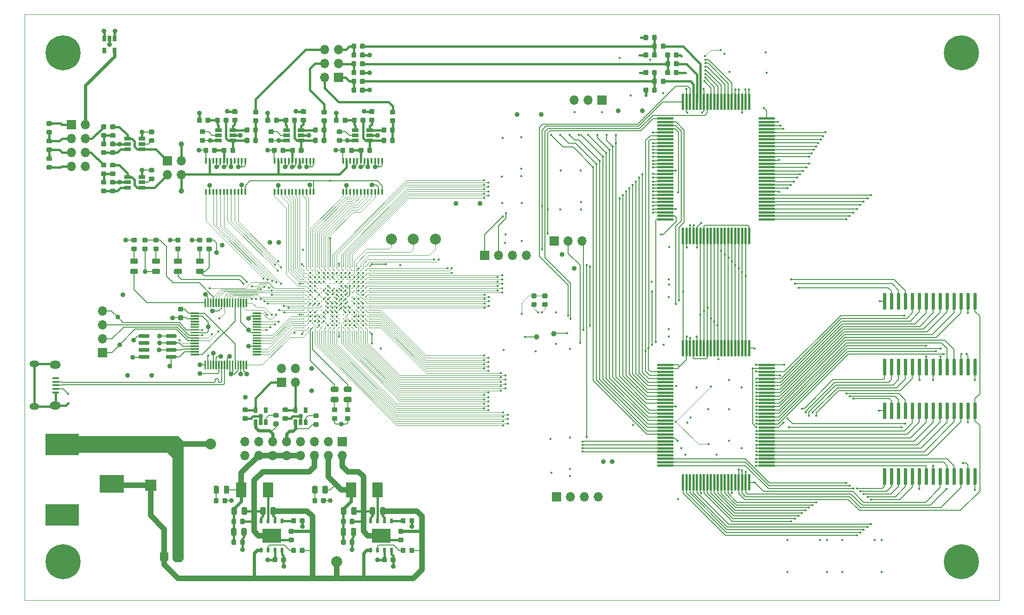
<source format=gbr>
G04 #@! TF.GenerationSoftware,KiCad,Pcbnew,5.1.5-52549c5~86~ubuntu18.04.1*
G04 #@! TF.CreationDate,2020-04-26T19:40:07-07:00*
G04 #@! TF.ProjectId,spla-board,73706c61-2d62-46f6-9172-642e6b696361,9*
G04 #@! TF.SameCoordinates,Original*
G04 #@! TF.FileFunction,Copper,L1,Top*
G04 #@! TF.FilePolarity,Positive*
%FSLAX46Y46*%
G04 Gerber Fmt 4.6, Leading zero omitted, Abs format (unit mm)*
G04 Created by KiCad (PCBNEW 5.1.5-52549c5~86~ubuntu18.04.1) date 2020-04-26 19:40:07*
%MOMM*%
%LPD*%
G04 APERTURE LIST*
%ADD10C,0.050000*%
%ADD11C,0.100000*%
%ADD12C,1.600000*%
%ADD13R,1.600000X1.600000*%
%ADD14C,2.000000*%
%ADD15R,2.000000X2.000000*%
%ADD16R,0.650000X1.060000*%
%ADD17R,1.220000X0.650000*%
%ADD18R,0.400000X1.100000*%
%ADD19C,1.000000*%
%ADD20O,1.700000X1.700000*%
%ADD21R,1.700000X1.700000*%
%ADD22R,3.500000X2.600000*%
%ADD23R,0.510000X0.900000*%
%ADD24R,1.903000X2.790000*%
%ADD25C,6.400000*%
%ADD26C,0.320000*%
%ADD27O,1.800000X1.150000*%
%ADD28O,2.000000X1.450000*%
%ADD29R,1.300000X0.450000*%
%ADD30R,4.400000X3.300000*%
%ADD31R,6.200000X3.900000*%
%ADD32C,0.900000*%
%ADD33C,0.450000*%
%ADD34C,0.200000*%
%ADD35C,0.400000*%
%ADD36C,1.000000*%
%ADD37C,0.600000*%
%ADD38C,0.254000*%
G04 APERTURE END LIST*
D10*
X40000000Y-155000000D02*
X40000000Y-48000000D01*
X218000000Y-48000000D02*
X218000000Y-155000000D01*
X40000000Y-48000000D02*
X218000000Y-48000000D01*
X40000000Y-155000000D02*
X218000000Y-155000000D01*
G04 #@! TA.AperFunction,SMDPad,CuDef*
D11*
G36*
X80342642Y-141801174D02*
G01*
X80366303Y-141804684D01*
X80389507Y-141810496D01*
X80412029Y-141818554D01*
X80433653Y-141828782D01*
X80454170Y-141841079D01*
X80473383Y-141855329D01*
X80491107Y-141871393D01*
X80507171Y-141889117D01*
X80521421Y-141908330D01*
X80533718Y-141928847D01*
X80543946Y-141950471D01*
X80552004Y-141972993D01*
X80557816Y-141996197D01*
X80561326Y-142019858D01*
X80562500Y-142043750D01*
X80562500Y-142956250D01*
X80561326Y-142980142D01*
X80557816Y-143003803D01*
X80552004Y-143027007D01*
X80543946Y-143049529D01*
X80533718Y-143071153D01*
X80521421Y-143091670D01*
X80507171Y-143110883D01*
X80491107Y-143128607D01*
X80473383Y-143144671D01*
X80454170Y-143158921D01*
X80433653Y-143171218D01*
X80412029Y-143181446D01*
X80389507Y-143189504D01*
X80366303Y-143195316D01*
X80342642Y-143198826D01*
X80318750Y-143200000D01*
X79831250Y-143200000D01*
X79807358Y-143198826D01*
X79783697Y-143195316D01*
X79760493Y-143189504D01*
X79737971Y-143181446D01*
X79716347Y-143171218D01*
X79695830Y-143158921D01*
X79676617Y-143144671D01*
X79658893Y-143128607D01*
X79642829Y-143110883D01*
X79628579Y-143091670D01*
X79616282Y-143071153D01*
X79606054Y-143049529D01*
X79597996Y-143027007D01*
X79592184Y-143003803D01*
X79588674Y-142980142D01*
X79587500Y-142956250D01*
X79587500Y-142043750D01*
X79588674Y-142019858D01*
X79592184Y-141996197D01*
X79597996Y-141972993D01*
X79606054Y-141950471D01*
X79616282Y-141928847D01*
X79628579Y-141908330D01*
X79642829Y-141889117D01*
X79658893Y-141871393D01*
X79676617Y-141855329D01*
X79695830Y-141841079D01*
X79716347Y-141828782D01*
X79737971Y-141818554D01*
X79760493Y-141810496D01*
X79783697Y-141804684D01*
X79807358Y-141801174D01*
X79831250Y-141800000D01*
X80318750Y-141800000D01*
X80342642Y-141801174D01*
G37*
G04 #@! TD.AperFunction*
G04 #@! TA.AperFunction,SMDPad,CuDef*
G36*
X78467642Y-141801174D02*
G01*
X78491303Y-141804684D01*
X78514507Y-141810496D01*
X78537029Y-141818554D01*
X78558653Y-141828782D01*
X78579170Y-141841079D01*
X78598383Y-141855329D01*
X78616107Y-141871393D01*
X78632171Y-141889117D01*
X78646421Y-141908330D01*
X78658718Y-141928847D01*
X78668946Y-141950471D01*
X78677004Y-141972993D01*
X78682816Y-141996197D01*
X78686326Y-142019858D01*
X78687500Y-142043750D01*
X78687500Y-142956250D01*
X78686326Y-142980142D01*
X78682816Y-143003803D01*
X78677004Y-143027007D01*
X78668946Y-143049529D01*
X78658718Y-143071153D01*
X78646421Y-143091670D01*
X78632171Y-143110883D01*
X78616107Y-143128607D01*
X78598383Y-143144671D01*
X78579170Y-143158921D01*
X78558653Y-143171218D01*
X78537029Y-143181446D01*
X78514507Y-143189504D01*
X78491303Y-143195316D01*
X78467642Y-143198826D01*
X78443750Y-143200000D01*
X77956250Y-143200000D01*
X77932358Y-143198826D01*
X77908697Y-143195316D01*
X77885493Y-143189504D01*
X77862971Y-143181446D01*
X77841347Y-143171218D01*
X77820830Y-143158921D01*
X77801617Y-143144671D01*
X77783893Y-143128607D01*
X77767829Y-143110883D01*
X77753579Y-143091670D01*
X77741282Y-143071153D01*
X77731054Y-143049529D01*
X77722996Y-143027007D01*
X77717184Y-143003803D01*
X77713674Y-142980142D01*
X77712500Y-142956250D01*
X77712500Y-142043750D01*
X77713674Y-142019858D01*
X77717184Y-141996197D01*
X77722996Y-141972993D01*
X77731054Y-141950471D01*
X77741282Y-141928847D01*
X77753579Y-141908330D01*
X77767829Y-141889117D01*
X77783893Y-141871393D01*
X77801617Y-141855329D01*
X77820830Y-141841079D01*
X77841347Y-141828782D01*
X77862971Y-141818554D01*
X77885493Y-141810496D01*
X77908697Y-141804684D01*
X77932358Y-141801174D01*
X77956250Y-141800000D01*
X78443750Y-141800000D01*
X78467642Y-141801174D01*
G37*
G04 #@! TD.AperFunction*
G04 #@! TA.AperFunction,SMDPad,CuDef*
G36*
X100342642Y-141801174D02*
G01*
X100366303Y-141804684D01*
X100389507Y-141810496D01*
X100412029Y-141818554D01*
X100433653Y-141828782D01*
X100454170Y-141841079D01*
X100473383Y-141855329D01*
X100491107Y-141871393D01*
X100507171Y-141889117D01*
X100521421Y-141908330D01*
X100533718Y-141928847D01*
X100543946Y-141950471D01*
X100552004Y-141972993D01*
X100557816Y-141996197D01*
X100561326Y-142019858D01*
X100562500Y-142043750D01*
X100562500Y-142956250D01*
X100561326Y-142980142D01*
X100557816Y-143003803D01*
X100552004Y-143027007D01*
X100543946Y-143049529D01*
X100533718Y-143071153D01*
X100521421Y-143091670D01*
X100507171Y-143110883D01*
X100491107Y-143128607D01*
X100473383Y-143144671D01*
X100454170Y-143158921D01*
X100433653Y-143171218D01*
X100412029Y-143181446D01*
X100389507Y-143189504D01*
X100366303Y-143195316D01*
X100342642Y-143198826D01*
X100318750Y-143200000D01*
X99831250Y-143200000D01*
X99807358Y-143198826D01*
X99783697Y-143195316D01*
X99760493Y-143189504D01*
X99737971Y-143181446D01*
X99716347Y-143171218D01*
X99695830Y-143158921D01*
X99676617Y-143144671D01*
X99658893Y-143128607D01*
X99642829Y-143110883D01*
X99628579Y-143091670D01*
X99616282Y-143071153D01*
X99606054Y-143049529D01*
X99597996Y-143027007D01*
X99592184Y-143003803D01*
X99588674Y-142980142D01*
X99587500Y-142956250D01*
X99587500Y-142043750D01*
X99588674Y-142019858D01*
X99592184Y-141996197D01*
X99597996Y-141972993D01*
X99606054Y-141950471D01*
X99616282Y-141928847D01*
X99628579Y-141908330D01*
X99642829Y-141889117D01*
X99658893Y-141871393D01*
X99676617Y-141855329D01*
X99695830Y-141841079D01*
X99716347Y-141828782D01*
X99737971Y-141818554D01*
X99760493Y-141810496D01*
X99783697Y-141804684D01*
X99807358Y-141801174D01*
X99831250Y-141800000D01*
X100318750Y-141800000D01*
X100342642Y-141801174D01*
G37*
G04 #@! TD.AperFunction*
G04 #@! TA.AperFunction,SMDPad,CuDef*
G36*
X98467642Y-141801174D02*
G01*
X98491303Y-141804684D01*
X98514507Y-141810496D01*
X98537029Y-141818554D01*
X98558653Y-141828782D01*
X98579170Y-141841079D01*
X98598383Y-141855329D01*
X98616107Y-141871393D01*
X98632171Y-141889117D01*
X98646421Y-141908330D01*
X98658718Y-141928847D01*
X98668946Y-141950471D01*
X98677004Y-141972993D01*
X98682816Y-141996197D01*
X98686326Y-142019858D01*
X98687500Y-142043750D01*
X98687500Y-142956250D01*
X98686326Y-142980142D01*
X98682816Y-143003803D01*
X98677004Y-143027007D01*
X98668946Y-143049529D01*
X98658718Y-143071153D01*
X98646421Y-143091670D01*
X98632171Y-143110883D01*
X98616107Y-143128607D01*
X98598383Y-143144671D01*
X98579170Y-143158921D01*
X98558653Y-143171218D01*
X98537029Y-143181446D01*
X98514507Y-143189504D01*
X98491303Y-143195316D01*
X98467642Y-143198826D01*
X98443750Y-143200000D01*
X97956250Y-143200000D01*
X97932358Y-143198826D01*
X97908697Y-143195316D01*
X97885493Y-143189504D01*
X97862971Y-143181446D01*
X97841347Y-143171218D01*
X97820830Y-143158921D01*
X97801617Y-143144671D01*
X97783893Y-143128607D01*
X97767829Y-143110883D01*
X97753579Y-143091670D01*
X97741282Y-143071153D01*
X97731054Y-143049529D01*
X97722996Y-143027007D01*
X97717184Y-143003803D01*
X97713674Y-142980142D01*
X97712500Y-142956250D01*
X97712500Y-142043750D01*
X97713674Y-142019858D01*
X97717184Y-141996197D01*
X97722996Y-141972993D01*
X97731054Y-141950471D01*
X97741282Y-141928847D01*
X97753579Y-141908330D01*
X97767829Y-141889117D01*
X97783893Y-141871393D01*
X97801617Y-141855329D01*
X97820830Y-141841079D01*
X97841347Y-141828782D01*
X97862971Y-141818554D01*
X97885493Y-141810496D01*
X97908697Y-141804684D01*
X97932358Y-141801174D01*
X97956250Y-141800000D01*
X98443750Y-141800000D01*
X98467642Y-141801174D01*
G37*
G04 #@! TD.AperFunction*
G04 #@! TA.AperFunction,SMDPad,CuDef*
G36*
X135277691Y-98963553D02*
G01*
X135298926Y-98966703D01*
X135319750Y-98971919D01*
X135339962Y-98979151D01*
X135359368Y-98988330D01*
X135377781Y-98999366D01*
X135395024Y-99012154D01*
X135410930Y-99026570D01*
X135425346Y-99042476D01*
X135438134Y-99059719D01*
X135449170Y-99078132D01*
X135458349Y-99097538D01*
X135465581Y-99117750D01*
X135470797Y-99138574D01*
X135473947Y-99159809D01*
X135475000Y-99181250D01*
X135475000Y-99618750D01*
X135473947Y-99640191D01*
X135470797Y-99661426D01*
X135465581Y-99682250D01*
X135458349Y-99702462D01*
X135449170Y-99721868D01*
X135438134Y-99740281D01*
X135425346Y-99757524D01*
X135410930Y-99773430D01*
X135395024Y-99787846D01*
X135377781Y-99800634D01*
X135359368Y-99811670D01*
X135339962Y-99820849D01*
X135319750Y-99828081D01*
X135298926Y-99833297D01*
X135277691Y-99836447D01*
X135256250Y-99837500D01*
X134743750Y-99837500D01*
X134722309Y-99836447D01*
X134701074Y-99833297D01*
X134680250Y-99828081D01*
X134660038Y-99820849D01*
X134640632Y-99811670D01*
X134622219Y-99800634D01*
X134604976Y-99787846D01*
X134589070Y-99773430D01*
X134574654Y-99757524D01*
X134561866Y-99740281D01*
X134550830Y-99721868D01*
X134541651Y-99702462D01*
X134534419Y-99682250D01*
X134529203Y-99661426D01*
X134526053Y-99640191D01*
X134525000Y-99618750D01*
X134525000Y-99181250D01*
X134526053Y-99159809D01*
X134529203Y-99138574D01*
X134534419Y-99117750D01*
X134541651Y-99097538D01*
X134550830Y-99078132D01*
X134561866Y-99059719D01*
X134574654Y-99042476D01*
X134589070Y-99026570D01*
X134604976Y-99012154D01*
X134622219Y-98999366D01*
X134640632Y-98988330D01*
X134660038Y-98979151D01*
X134680250Y-98971919D01*
X134701074Y-98966703D01*
X134722309Y-98963553D01*
X134743750Y-98962500D01*
X135256250Y-98962500D01*
X135277691Y-98963553D01*
G37*
G04 #@! TD.AperFunction*
G04 #@! TA.AperFunction,SMDPad,CuDef*
G36*
X135277691Y-100538553D02*
G01*
X135298926Y-100541703D01*
X135319750Y-100546919D01*
X135339962Y-100554151D01*
X135359368Y-100563330D01*
X135377781Y-100574366D01*
X135395024Y-100587154D01*
X135410930Y-100601570D01*
X135425346Y-100617476D01*
X135438134Y-100634719D01*
X135449170Y-100653132D01*
X135458349Y-100672538D01*
X135465581Y-100692750D01*
X135470797Y-100713574D01*
X135473947Y-100734809D01*
X135475000Y-100756250D01*
X135475000Y-101193750D01*
X135473947Y-101215191D01*
X135470797Y-101236426D01*
X135465581Y-101257250D01*
X135458349Y-101277462D01*
X135449170Y-101296868D01*
X135438134Y-101315281D01*
X135425346Y-101332524D01*
X135410930Y-101348430D01*
X135395024Y-101362846D01*
X135377781Y-101375634D01*
X135359368Y-101386670D01*
X135339962Y-101395849D01*
X135319750Y-101403081D01*
X135298926Y-101408297D01*
X135277691Y-101411447D01*
X135256250Y-101412500D01*
X134743750Y-101412500D01*
X134722309Y-101411447D01*
X134701074Y-101408297D01*
X134680250Y-101403081D01*
X134660038Y-101395849D01*
X134640632Y-101386670D01*
X134622219Y-101375634D01*
X134604976Y-101362846D01*
X134589070Y-101348430D01*
X134574654Y-101332524D01*
X134561866Y-101315281D01*
X134550830Y-101296868D01*
X134541651Y-101277462D01*
X134534419Y-101257250D01*
X134529203Y-101236426D01*
X134526053Y-101215191D01*
X134525000Y-101193750D01*
X134525000Y-100756250D01*
X134526053Y-100734809D01*
X134529203Y-100713574D01*
X134534419Y-100692750D01*
X134541651Y-100672538D01*
X134550830Y-100653132D01*
X134561866Y-100634719D01*
X134574654Y-100617476D01*
X134589070Y-100601570D01*
X134604976Y-100587154D01*
X134622219Y-100574366D01*
X134640632Y-100563330D01*
X134660038Y-100554151D01*
X134680250Y-100546919D01*
X134701074Y-100541703D01*
X134722309Y-100538553D01*
X134743750Y-100537500D01*
X135256250Y-100537500D01*
X135277691Y-100538553D01*
G37*
G04 #@! TD.AperFunction*
G04 #@! TA.AperFunction,SMDPad,CuDef*
G36*
X133277691Y-98963553D02*
G01*
X133298926Y-98966703D01*
X133319750Y-98971919D01*
X133339962Y-98979151D01*
X133359368Y-98988330D01*
X133377781Y-98999366D01*
X133395024Y-99012154D01*
X133410930Y-99026570D01*
X133425346Y-99042476D01*
X133438134Y-99059719D01*
X133449170Y-99078132D01*
X133458349Y-99097538D01*
X133465581Y-99117750D01*
X133470797Y-99138574D01*
X133473947Y-99159809D01*
X133475000Y-99181250D01*
X133475000Y-99618750D01*
X133473947Y-99640191D01*
X133470797Y-99661426D01*
X133465581Y-99682250D01*
X133458349Y-99702462D01*
X133449170Y-99721868D01*
X133438134Y-99740281D01*
X133425346Y-99757524D01*
X133410930Y-99773430D01*
X133395024Y-99787846D01*
X133377781Y-99800634D01*
X133359368Y-99811670D01*
X133339962Y-99820849D01*
X133319750Y-99828081D01*
X133298926Y-99833297D01*
X133277691Y-99836447D01*
X133256250Y-99837500D01*
X132743750Y-99837500D01*
X132722309Y-99836447D01*
X132701074Y-99833297D01*
X132680250Y-99828081D01*
X132660038Y-99820849D01*
X132640632Y-99811670D01*
X132622219Y-99800634D01*
X132604976Y-99787846D01*
X132589070Y-99773430D01*
X132574654Y-99757524D01*
X132561866Y-99740281D01*
X132550830Y-99721868D01*
X132541651Y-99702462D01*
X132534419Y-99682250D01*
X132529203Y-99661426D01*
X132526053Y-99640191D01*
X132525000Y-99618750D01*
X132525000Y-99181250D01*
X132526053Y-99159809D01*
X132529203Y-99138574D01*
X132534419Y-99117750D01*
X132541651Y-99097538D01*
X132550830Y-99078132D01*
X132561866Y-99059719D01*
X132574654Y-99042476D01*
X132589070Y-99026570D01*
X132604976Y-99012154D01*
X132622219Y-98999366D01*
X132640632Y-98988330D01*
X132660038Y-98979151D01*
X132680250Y-98971919D01*
X132701074Y-98966703D01*
X132722309Y-98963553D01*
X132743750Y-98962500D01*
X133256250Y-98962500D01*
X133277691Y-98963553D01*
G37*
G04 #@! TD.AperFunction*
G04 #@! TA.AperFunction,SMDPad,CuDef*
G36*
X133277691Y-100538553D02*
G01*
X133298926Y-100541703D01*
X133319750Y-100546919D01*
X133339962Y-100554151D01*
X133359368Y-100563330D01*
X133377781Y-100574366D01*
X133395024Y-100587154D01*
X133410930Y-100601570D01*
X133425346Y-100617476D01*
X133438134Y-100634719D01*
X133449170Y-100653132D01*
X133458349Y-100672538D01*
X133465581Y-100692750D01*
X133470797Y-100713574D01*
X133473947Y-100734809D01*
X133475000Y-100756250D01*
X133475000Y-101193750D01*
X133473947Y-101215191D01*
X133470797Y-101236426D01*
X133465581Y-101257250D01*
X133458349Y-101277462D01*
X133449170Y-101296868D01*
X133438134Y-101315281D01*
X133425346Y-101332524D01*
X133410930Y-101348430D01*
X133395024Y-101362846D01*
X133377781Y-101375634D01*
X133359368Y-101386670D01*
X133339962Y-101395849D01*
X133319750Y-101403081D01*
X133298926Y-101408297D01*
X133277691Y-101411447D01*
X133256250Y-101412500D01*
X132743750Y-101412500D01*
X132722309Y-101411447D01*
X132701074Y-101408297D01*
X132680250Y-101403081D01*
X132660038Y-101395849D01*
X132640632Y-101386670D01*
X132622219Y-101375634D01*
X132604976Y-101362846D01*
X132589070Y-101348430D01*
X132574654Y-101332524D01*
X132561866Y-101315281D01*
X132550830Y-101296868D01*
X132541651Y-101277462D01*
X132534419Y-101257250D01*
X132529203Y-101236426D01*
X132526053Y-101215191D01*
X132525000Y-101193750D01*
X132525000Y-100756250D01*
X132526053Y-100734809D01*
X132529203Y-100713574D01*
X132534419Y-100692750D01*
X132541651Y-100672538D01*
X132550830Y-100653132D01*
X132561866Y-100634719D01*
X132574654Y-100617476D01*
X132589070Y-100601570D01*
X132604976Y-100587154D01*
X132622219Y-100574366D01*
X132640632Y-100563330D01*
X132660038Y-100554151D01*
X132680250Y-100546919D01*
X132701074Y-100541703D01*
X132722309Y-100538553D01*
X132743750Y-100537500D01*
X133256250Y-100537500D01*
X133277691Y-100538553D01*
G37*
G04 #@! TD.AperFunction*
D12*
X68000000Y-147000000D03*
D13*
X65500000Y-147000000D03*
D14*
X68000000Y-134000000D03*
D15*
X63000000Y-134000000D03*
D14*
X107000000Y-89000000D03*
X111000000Y-89000000D03*
X115000000Y-89000000D03*
G04 #@! TA.AperFunction,SMDPad,CuDef*
D11*
G36*
X73977691Y-90351053D02*
G01*
X73998926Y-90354203D01*
X74019750Y-90359419D01*
X74039962Y-90366651D01*
X74059368Y-90375830D01*
X74077781Y-90386866D01*
X74095024Y-90399654D01*
X74110930Y-90414070D01*
X74125346Y-90429976D01*
X74138134Y-90447219D01*
X74149170Y-90465632D01*
X74158349Y-90485038D01*
X74165581Y-90505250D01*
X74170797Y-90526074D01*
X74173947Y-90547309D01*
X74175000Y-90568750D01*
X74175000Y-91006250D01*
X74173947Y-91027691D01*
X74170797Y-91048926D01*
X74165581Y-91069750D01*
X74158349Y-91089962D01*
X74149170Y-91109368D01*
X74138134Y-91127781D01*
X74125346Y-91145024D01*
X74110930Y-91160930D01*
X74095024Y-91175346D01*
X74077781Y-91188134D01*
X74059368Y-91199170D01*
X74039962Y-91208349D01*
X74019750Y-91215581D01*
X73998926Y-91220797D01*
X73977691Y-91223947D01*
X73956250Y-91225000D01*
X73443750Y-91225000D01*
X73422309Y-91223947D01*
X73401074Y-91220797D01*
X73380250Y-91215581D01*
X73360038Y-91208349D01*
X73340632Y-91199170D01*
X73322219Y-91188134D01*
X73304976Y-91175346D01*
X73289070Y-91160930D01*
X73274654Y-91145024D01*
X73261866Y-91127781D01*
X73250830Y-91109368D01*
X73241651Y-91089962D01*
X73234419Y-91069750D01*
X73229203Y-91048926D01*
X73226053Y-91027691D01*
X73225000Y-91006250D01*
X73225000Y-90568750D01*
X73226053Y-90547309D01*
X73229203Y-90526074D01*
X73234419Y-90505250D01*
X73241651Y-90485038D01*
X73250830Y-90465632D01*
X73261866Y-90447219D01*
X73274654Y-90429976D01*
X73289070Y-90414070D01*
X73304976Y-90399654D01*
X73322219Y-90386866D01*
X73340632Y-90375830D01*
X73360038Y-90366651D01*
X73380250Y-90359419D01*
X73401074Y-90354203D01*
X73422309Y-90351053D01*
X73443750Y-90350000D01*
X73956250Y-90350000D01*
X73977691Y-90351053D01*
G37*
G04 #@! TD.AperFunction*
G04 #@! TA.AperFunction,SMDPad,CuDef*
G36*
X73977691Y-88776053D02*
G01*
X73998926Y-88779203D01*
X74019750Y-88784419D01*
X74039962Y-88791651D01*
X74059368Y-88800830D01*
X74077781Y-88811866D01*
X74095024Y-88824654D01*
X74110930Y-88839070D01*
X74125346Y-88854976D01*
X74138134Y-88872219D01*
X74149170Y-88890632D01*
X74158349Y-88910038D01*
X74165581Y-88930250D01*
X74170797Y-88951074D01*
X74173947Y-88972309D01*
X74175000Y-88993750D01*
X74175000Y-89431250D01*
X74173947Y-89452691D01*
X74170797Y-89473926D01*
X74165581Y-89494750D01*
X74158349Y-89514962D01*
X74149170Y-89534368D01*
X74138134Y-89552781D01*
X74125346Y-89570024D01*
X74110930Y-89585930D01*
X74095024Y-89600346D01*
X74077781Y-89613134D01*
X74059368Y-89624170D01*
X74039962Y-89633349D01*
X74019750Y-89640581D01*
X73998926Y-89645797D01*
X73977691Y-89648947D01*
X73956250Y-89650000D01*
X73443750Y-89650000D01*
X73422309Y-89648947D01*
X73401074Y-89645797D01*
X73380250Y-89640581D01*
X73360038Y-89633349D01*
X73340632Y-89624170D01*
X73322219Y-89613134D01*
X73304976Y-89600346D01*
X73289070Y-89585930D01*
X73274654Y-89570024D01*
X73261866Y-89552781D01*
X73250830Y-89534368D01*
X73241651Y-89514962D01*
X73234419Y-89494750D01*
X73229203Y-89473926D01*
X73226053Y-89452691D01*
X73225000Y-89431250D01*
X73225000Y-88993750D01*
X73226053Y-88972309D01*
X73229203Y-88951074D01*
X73234419Y-88930250D01*
X73241651Y-88910038D01*
X73250830Y-88890632D01*
X73261866Y-88872219D01*
X73274654Y-88854976D01*
X73289070Y-88839070D01*
X73304976Y-88824654D01*
X73322219Y-88811866D01*
X73340632Y-88800830D01*
X73360038Y-88791651D01*
X73380250Y-88784419D01*
X73401074Y-88779203D01*
X73422309Y-88776053D01*
X73443750Y-88775000D01*
X73956250Y-88775000D01*
X73977691Y-88776053D01*
G37*
G04 #@! TD.AperFunction*
G04 #@! TA.AperFunction,SMDPad,CuDef*
G36*
X62277691Y-88776053D02*
G01*
X62298926Y-88779203D01*
X62319750Y-88784419D01*
X62339962Y-88791651D01*
X62359368Y-88800830D01*
X62377781Y-88811866D01*
X62395024Y-88824654D01*
X62410930Y-88839070D01*
X62425346Y-88854976D01*
X62438134Y-88872219D01*
X62449170Y-88890632D01*
X62458349Y-88910038D01*
X62465581Y-88930250D01*
X62470797Y-88951074D01*
X62473947Y-88972309D01*
X62475000Y-88993750D01*
X62475000Y-89431250D01*
X62473947Y-89452691D01*
X62470797Y-89473926D01*
X62465581Y-89494750D01*
X62458349Y-89514962D01*
X62449170Y-89534368D01*
X62438134Y-89552781D01*
X62425346Y-89570024D01*
X62410930Y-89585930D01*
X62395024Y-89600346D01*
X62377781Y-89613134D01*
X62359368Y-89624170D01*
X62339962Y-89633349D01*
X62319750Y-89640581D01*
X62298926Y-89645797D01*
X62277691Y-89648947D01*
X62256250Y-89650000D01*
X61743750Y-89650000D01*
X61722309Y-89648947D01*
X61701074Y-89645797D01*
X61680250Y-89640581D01*
X61660038Y-89633349D01*
X61640632Y-89624170D01*
X61622219Y-89613134D01*
X61604976Y-89600346D01*
X61589070Y-89585930D01*
X61574654Y-89570024D01*
X61561866Y-89552781D01*
X61550830Y-89534368D01*
X61541651Y-89514962D01*
X61534419Y-89494750D01*
X61529203Y-89473926D01*
X61526053Y-89452691D01*
X61525000Y-89431250D01*
X61525000Y-88993750D01*
X61526053Y-88972309D01*
X61529203Y-88951074D01*
X61534419Y-88930250D01*
X61541651Y-88910038D01*
X61550830Y-88890632D01*
X61561866Y-88872219D01*
X61574654Y-88854976D01*
X61589070Y-88839070D01*
X61604976Y-88824654D01*
X61622219Y-88811866D01*
X61640632Y-88800830D01*
X61660038Y-88791651D01*
X61680250Y-88784419D01*
X61701074Y-88779203D01*
X61722309Y-88776053D01*
X61743750Y-88775000D01*
X62256250Y-88775000D01*
X62277691Y-88776053D01*
G37*
G04 #@! TD.AperFunction*
G04 #@! TA.AperFunction,SMDPad,CuDef*
G36*
X62277691Y-90351053D02*
G01*
X62298926Y-90354203D01*
X62319750Y-90359419D01*
X62339962Y-90366651D01*
X62359368Y-90375830D01*
X62377781Y-90386866D01*
X62395024Y-90399654D01*
X62410930Y-90414070D01*
X62425346Y-90429976D01*
X62438134Y-90447219D01*
X62449170Y-90465632D01*
X62458349Y-90485038D01*
X62465581Y-90505250D01*
X62470797Y-90526074D01*
X62473947Y-90547309D01*
X62475000Y-90568750D01*
X62475000Y-91006250D01*
X62473947Y-91027691D01*
X62470797Y-91048926D01*
X62465581Y-91069750D01*
X62458349Y-91089962D01*
X62449170Y-91109368D01*
X62438134Y-91127781D01*
X62425346Y-91145024D01*
X62410930Y-91160930D01*
X62395024Y-91175346D01*
X62377781Y-91188134D01*
X62359368Y-91199170D01*
X62339962Y-91208349D01*
X62319750Y-91215581D01*
X62298926Y-91220797D01*
X62277691Y-91223947D01*
X62256250Y-91225000D01*
X61743750Y-91225000D01*
X61722309Y-91223947D01*
X61701074Y-91220797D01*
X61680250Y-91215581D01*
X61660038Y-91208349D01*
X61640632Y-91199170D01*
X61622219Y-91188134D01*
X61604976Y-91175346D01*
X61589070Y-91160930D01*
X61574654Y-91145024D01*
X61561866Y-91127781D01*
X61550830Y-91109368D01*
X61541651Y-91089962D01*
X61534419Y-91069750D01*
X61529203Y-91048926D01*
X61526053Y-91027691D01*
X61525000Y-91006250D01*
X61525000Y-90568750D01*
X61526053Y-90547309D01*
X61529203Y-90526074D01*
X61534419Y-90505250D01*
X61541651Y-90485038D01*
X61550830Y-90465632D01*
X61561866Y-90447219D01*
X61574654Y-90429976D01*
X61589070Y-90414070D01*
X61604976Y-90399654D01*
X61622219Y-90386866D01*
X61640632Y-90375830D01*
X61660038Y-90366651D01*
X61680250Y-90359419D01*
X61701074Y-90354203D01*
X61722309Y-90351053D01*
X61743750Y-90350000D01*
X62256250Y-90350000D01*
X62277691Y-90351053D01*
G37*
G04 #@! TD.AperFunction*
G04 #@! TA.AperFunction,SMDPad,CuDef*
G36*
X71769851Y-109950361D02*
G01*
X71777132Y-109951441D01*
X71784271Y-109953229D01*
X71791201Y-109955709D01*
X71797855Y-109958856D01*
X71804168Y-109962640D01*
X71810079Y-109967024D01*
X71815533Y-109971967D01*
X71820476Y-109977421D01*
X71824860Y-109983332D01*
X71828644Y-109989645D01*
X71831791Y-109996299D01*
X71834271Y-110003229D01*
X71836059Y-110010368D01*
X71837139Y-110017649D01*
X71837500Y-110025000D01*
X71837500Y-110175000D01*
X71837139Y-110182351D01*
X71836059Y-110189632D01*
X71834271Y-110196771D01*
X71831791Y-110203701D01*
X71828644Y-110210355D01*
X71824860Y-110216668D01*
X71820476Y-110222579D01*
X71815533Y-110228033D01*
X71810079Y-110232976D01*
X71804168Y-110237360D01*
X71797855Y-110241144D01*
X71791201Y-110244291D01*
X71784271Y-110246771D01*
X71777132Y-110248559D01*
X71769851Y-110249639D01*
X71762500Y-110250000D01*
X70362500Y-110250000D01*
X70355149Y-110249639D01*
X70347868Y-110248559D01*
X70340729Y-110246771D01*
X70333799Y-110244291D01*
X70327145Y-110241144D01*
X70320832Y-110237360D01*
X70314921Y-110232976D01*
X70309467Y-110228033D01*
X70304524Y-110222579D01*
X70300140Y-110216668D01*
X70296356Y-110210355D01*
X70293209Y-110203701D01*
X70290729Y-110196771D01*
X70288941Y-110189632D01*
X70287861Y-110182351D01*
X70287500Y-110175000D01*
X70287500Y-110025000D01*
X70287861Y-110017649D01*
X70288941Y-110010368D01*
X70290729Y-110003229D01*
X70293209Y-109996299D01*
X70296356Y-109989645D01*
X70300140Y-109983332D01*
X70304524Y-109977421D01*
X70309467Y-109971967D01*
X70314921Y-109967024D01*
X70320832Y-109962640D01*
X70327145Y-109958856D01*
X70333799Y-109955709D01*
X70340729Y-109953229D01*
X70347868Y-109951441D01*
X70355149Y-109950361D01*
X70362500Y-109950000D01*
X71762500Y-109950000D01*
X71769851Y-109950361D01*
G37*
G04 #@! TD.AperFunction*
G04 #@! TA.AperFunction,SMDPad,CuDef*
G36*
X71769851Y-109450361D02*
G01*
X71777132Y-109451441D01*
X71784271Y-109453229D01*
X71791201Y-109455709D01*
X71797855Y-109458856D01*
X71804168Y-109462640D01*
X71810079Y-109467024D01*
X71815533Y-109471967D01*
X71820476Y-109477421D01*
X71824860Y-109483332D01*
X71828644Y-109489645D01*
X71831791Y-109496299D01*
X71834271Y-109503229D01*
X71836059Y-109510368D01*
X71837139Y-109517649D01*
X71837500Y-109525000D01*
X71837500Y-109675000D01*
X71837139Y-109682351D01*
X71836059Y-109689632D01*
X71834271Y-109696771D01*
X71831791Y-109703701D01*
X71828644Y-109710355D01*
X71824860Y-109716668D01*
X71820476Y-109722579D01*
X71815533Y-109728033D01*
X71810079Y-109732976D01*
X71804168Y-109737360D01*
X71797855Y-109741144D01*
X71791201Y-109744291D01*
X71784271Y-109746771D01*
X71777132Y-109748559D01*
X71769851Y-109749639D01*
X71762500Y-109750000D01*
X70362500Y-109750000D01*
X70355149Y-109749639D01*
X70347868Y-109748559D01*
X70340729Y-109746771D01*
X70333799Y-109744291D01*
X70327145Y-109741144D01*
X70320832Y-109737360D01*
X70314921Y-109732976D01*
X70309467Y-109728033D01*
X70304524Y-109722579D01*
X70300140Y-109716668D01*
X70296356Y-109710355D01*
X70293209Y-109703701D01*
X70290729Y-109696771D01*
X70288941Y-109689632D01*
X70287861Y-109682351D01*
X70287500Y-109675000D01*
X70287500Y-109525000D01*
X70287861Y-109517649D01*
X70288941Y-109510368D01*
X70290729Y-109503229D01*
X70293209Y-109496299D01*
X70296356Y-109489645D01*
X70300140Y-109483332D01*
X70304524Y-109477421D01*
X70309467Y-109471967D01*
X70314921Y-109467024D01*
X70320832Y-109462640D01*
X70327145Y-109458856D01*
X70333799Y-109455709D01*
X70340729Y-109453229D01*
X70347868Y-109451441D01*
X70355149Y-109450361D01*
X70362500Y-109450000D01*
X71762500Y-109450000D01*
X71769851Y-109450361D01*
G37*
G04 #@! TD.AperFunction*
G04 #@! TA.AperFunction,SMDPad,CuDef*
G36*
X71769851Y-108950361D02*
G01*
X71777132Y-108951441D01*
X71784271Y-108953229D01*
X71791201Y-108955709D01*
X71797855Y-108958856D01*
X71804168Y-108962640D01*
X71810079Y-108967024D01*
X71815533Y-108971967D01*
X71820476Y-108977421D01*
X71824860Y-108983332D01*
X71828644Y-108989645D01*
X71831791Y-108996299D01*
X71834271Y-109003229D01*
X71836059Y-109010368D01*
X71837139Y-109017649D01*
X71837500Y-109025000D01*
X71837500Y-109175000D01*
X71837139Y-109182351D01*
X71836059Y-109189632D01*
X71834271Y-109196771D01*
X71831791Y-109203701D01*
X71828644Y-109210355D01*
X71824860Y-109216668D01*
X71820476Y-109222579D01*
X71815533Y-109228033D01*
X71810079Y-109232976D01*
X71804168Y-109237360D01*
X71797855Y-109241144D01*
X71791201Y-109244291D01*
X71784271Y-109246771D01*
X71777132Y-109248559D01*
X71769851Y-109249639D01*
X71762500Y-109250000D01*
X70362500Y-109250000D01*
X70355149Y-109249639D01*
X70347868Y-109248559D01*
X70340729Y-109246771D01*
X70333799Y-109244291D01*
X70327145Y-109241144D01*
X70320832Y-109237360D01*
X70314921Y-109232976D01*
X70309467Y-109228033D01*
X70304524Y-109222579D01*
X70300140Y-109216668D01*
X70296356Y-109210355D01*
X70293209Y-109203701D01*
X70290729Y-109196771D01*
X70288941Y-109189632D01*
X70287861Y-109182351D01*
X70287500Y-109175000D01*
X70287500Y-109025000D01*
X70287861Y-109017649D01*
X70288941Y-109010368D01*
X70290729Y-109003229D01*
X70293209Y-108996299D01*
X70296356Y-108989645D01*
X70300140Y-108983332D01*
X70304524Y-108977421D01*
X70309467Y-108971967D01*
X70314921Y-108967024D01*
X70320832Y-108962640D01*
X70327145Y-108958856D01*
X70333799Y-108955709D01*
X70340729Y-108953229D01*
X70347868Y-108951441D01*
X70355149Y-108950361D01*
X70362500Y-108950000D01*
X71762500Y-108950000D01*
X71769851Y-108950361D01*
G37*
G04 #@! TD.AperFunction*
G04 #@! TA.AperFunction,SMDPad,CuDef*
G36*
X71769851Y-108450361D02*
G01*
X71777132Y-108451441D01*
X71784271Y-108453229D01*
X71791201Y-108455709D01*
X71797855Y-108458856D01*
X71804168Y-108462640D01*
X71810079Y-108467024D01*
X71815533Y-108471967D01*
X71820476Y-108477421D01*
X71824860Y-108483332D01*
X71828644Y-108489645D01*
X71831791Y-108496299D01*
X71834271Y-108503229D01*
X71836059Y-108510368D01*
X71837139Y-108517649D01*
X71837500Y-108525000D01*
X71837500Y-108675000D01*
X71837139Y-108682351D01*
X71836059Y-108689632D01*
X71834271Y-108696771D01*
X71831791Y-108703701D01*
X71828644Y-108710355D01*
X71824860Y-108716668D01*
X71820476Y-108722579D01*
X71815533Y-108728033D01*
X71810079Y-108732976D01*
X71804168Y-108737360D01*
X71797855Y-108741144D01*
X71791201Y-108744291D01*
X71784271Y-108746771D01*
X71777132Y-108748559D01*
X71769851Y-108749639D01*
X71762500Y-108750000D01*
X70362500Y-108750000D01*
X70355149Y-108749639D01*
X70347868Y-108748559D01*
X70340729Y-108746771D01*
X70333799Y-108744291D01*
X70327145Y-108741144D01*
X70320832Y-108737360D01*
X70314921Y-108732976D01*
X70309467Y-108728033D01*
X70304524Y-108722579D01*
X70300140Y-108716668D01*
X70296356Y-108710355D01*
X70293209Y-108703701D01*
X70290729Y-108696771D01*
X70288941Y-108689632D01*
X70287861Y-108682351D01*
X70287500Y-108675000D01*
X70287500Y-108525000D01*
X70287861Y-108517649D01*
X70288941Y-108510368D01*
X70290729Y-108503229D01*
X70293209Y-108496299D01*
X70296356Y-108489645D01*
X70300140Y-108483332D01*
X70304524Y-108477421D01*
X70309467Y-108471967D01*
X70314921Y-108467024D01*
X70320832Y-108462640D01*
X70327145Y-108458856D01*
X70333799Y-108455709D01*
X70340729Y-108453229D01*
X70347868Y-108451441D01*
X70355149Y-108450361D01*
X70362500Y-108450000D01*
X71762500Y-108450000D01*
X71769851Y-108450361D01*
G37*
G04 #@! TD.AperFunction*
G04 #@! TA.AperFunction,SMDPad,CuDef*
G36*
X71769851Y-107950361D02*
G01*
X71777132Y-107951441D01*
X71784271Y-107953229D01*
X71791201Y-107955709D01*
X71797855Y-107958856D01*
X71804168Y-107962640D01*
X71810079Y-107967024D01*
X71815533Y-107971967D01*
X71820476Y-107977421D01*
X71824860Y-107983332D01*
X71828644Y-107989645D01*
X71831791Y-107996299D01*
X71834271Y-108003229D01*
X71836059Y-108010368D01*
X71837139Y-108017649D01*
X71837500Y-108025000D01*
X71837500Y-108175000D01*
X71837139Y-108182351D01*
X71836059Y-108189632D01*
X71834271Y-108196771D01*
X71831791Y-108203701D01*
X71828644Y-108210355D01*
X71824860Y-108216668D01*
X71820476Y-108222579D01*
X71815533Y-108228033D01*
X71810079Y-108232976D01*
X71804168Y-108237360D01*
X71797855Y-108241144D01*
X71791201Y-108244291D01*
X71784271Y-108246771D01*
X71777132Y-108248559D01*
X71769851Y-108249639D01*
X71762500Y-108250000D01*
X70362500Y-108250000D01*
X70355149Y-108249639D01*
X70347868Y-108248559D01*
X70340729Y-108246771D01*
X70333799Y-108244291D01*
X70327145Y-108241144D01*
X70320832Y-108237360D01*
X70314921Y-108232976D01*
X70309467Y-108228033D01*
X70304524Y-108222579D01*
X70300140Y-108216668D01*
X70296356Y-108210355D01*
X70293209Y-108203701D01*
X70290729Y-108196771D01*
X70288941Y-108189632D01*
X70287861Y-108182351D01*
X70287500Y-108175000D01*
X70287500Y-108025000D01*
X70287861Y-108017649D01*
X70288941Y-108010368D01*
X70290729Y-108003229D01*
X70293209Y-107996299D01*
X70296356Y-107989645D01*
X70300140Y-107983332D01*
X70304524Y-107977421D01*
X70309467Y-107971967D01*
X70314921Y-107967024D01*
X70320832Y-107962640D01*
X70327145Y-107958856D01*
X70333799Y-107955709D01*
X70340729Y-107953229D01*
X70347868Y-107951441D01*
X70355149Y-107950361D01*
X70362500Y-107950000D01*
X71762500Y-107950000D01*
X71769851Y-107950361D01*
G37*
G04 #@! TD.AperFunction*
G04 #@! TA.AperFunction,SMDPad,CuDef*
G36*
X71769851Y-107450361D02*
G01*
X71777132Y-107451441D01*
X71784271Y-107453229D01*
X71791201Y-107455709D01*
X71797855Y-107458856D01*
X71804168Y-107462640D01*
X71810079Y-107467024D01*
X71815533Y-107471967D01*
X71820476Y-107477421D01*
X71824860Y-107483332D01*
X71828644Y-107489645D01*
X71831791Y-107496299D01*
X71834271Y-107503229D01*
X71836059Y-107510368D01*
X71837139Y-107517649D01*
X71837500Y-107525000D01*
X71837500Y-107675000D01*
X71837139Y-107682351D01*
X71836059Y-107689632D01*
X71834271Y-107696771D01*
X71831791Y-107703701D01*
X71828644Y-107710355D01*
X71824860Y-107716668D01*
X71820476Y-107722579D01*
X71815533Y-107728033D01*
X71810079Y-107732976D01*
X71804168Y-107737360D01*
X71797855Y-107741144D01*
X71791201Y-107744291D01*
X71784271Y-107746771D01*
X71777132Y-107748559D01*
X71769851Y-107749639D01*
X71762500Y-107750000D01*
X70362500Y-107750000D01*
X70355149Y-107749639D01*
X70347868Y-107748559D01*
X70340729Y-107746771D01*
X70333799Y-107744291D01*
X70327145Y-107741144D01*
X70320832Y-107737360D01*
X70314921Y-107732976D01*
X70309467Y-107728033D01*
X70304524Y-107722579D01*
X70300140Y-107716668D01*
X70296356Y-107710355D01*
X70293209Y-107703701D01*
X70290729Y-107696771D01*
X70288941Y-107689632D01*
X70287861Y-107682351D01*
X70287500Y-107675000D01*
X70287500Y-107525000D01*
X70287861Y-107517649D01*
X70288941Y-107510368D01*
X70290729Y-107503229D01*
X70293209Y-107496299D01*
X70296356Y-107489645D01*
X70300140Y-107483332D01*
X70304524Y-107477421D01*
X70309467Y-107471967D01*
X70314921Y-107467024D01*
X70320832Y-107462640D01*
X70327145Y-107458856D01*
X70333799Y-107455709D01*
X70340729Y-107453229D01*
X70347868Y-107451441D01*
X70355149Y-107450361D01*
X70362500Y-107450000D01*
X71762500Y-107450000D01*
X71769851Y-107450361D01*
G37*
G04 #@! TD.AperFunction*
G04 #@! TA.AperFunction,SMDPad,CuDef*
G36*
X71769851Y-106950361D02*
G01*
X71777132Y-106951441D01*
X71784271Y-106953229D01*
X71791201Y-106955709D01*
X71797855Y-106958856D01*
X71804168Y-106962640D01*
X71810079Y-106967024D01*
X71815533Y-106971967D01*
X71820476Y-106977421D01*
X71824860Y-106983332D01*
X71828644Y-106989645D01*
X71831791Y-106996299D01*
X71834271Y-107003229D01*
X71836059Y-107010368D01*
X71837139Y-107017649D01*
X71837500Y-107025000D01*
X71837500Y-107175000D01*
X71837139Y-107182351D01*
X71836059Y-107189632D01*
X71834271Y-107196771D01*
X71831791Y-107203701D01*
X71828644Y-107210355D01*
X71824860Y-107216668D01*
X71820476Y-107222579D01*
X71815533Y-107228033D01*
X71810079Y-107232976D01*
X71804168Y-107237360D01*
X71797855Y-107241144D01*
X71791201Y-107244291D01*
X71784271Y-107246771D01*
X71777132Y-107248559D01*
X71769851Y-107249639D01*
X71762500Y-107250000D01*
X70362500Y-107250000D01*
X70355149Y-107249639D01*
X70347868Y-107248559D01*
X70340729Y-107246771D01*
X70333799Y-107244291D01*
X70327145Y-107241144D01*
X70320832Y-107237360D01*
X70314921Y-107232976D01*
X70309467Y-107228033D01*
X70304524Y-107222579D01*
X70300140Y-107216668D01*
X70296356Y-107210355D01*
X70293209Y-107203701D01*
X70290729Y-107196771D01*
X70288941Y-107189632D01*
X70287861Y-107182351D01*
X70287500Y-107175000D01*
X70287500Y-107025000D01*
X70287861Y-107017649D01*
X70288941Y-107010368D01*
X70290729Y-107003229D01*
X70293209Y-106996299D01*
X70296356Y-106989645D01*
X70300140Y-106983332D01*
X70304524Y-106977421D01*
X70309467Y-106971967D01*
X70314921Y-106967024D01*
X70320832Y-106962640D01*
X70327145Y-106958856D01*
X70333799Y-106955709D01*
X70340729Y-106953229D01*
X70347868Y-106951441D01*
X70355149Y-106950361D01*
X70362500Y-106950000D01*
X71762500Y-106950000D01*
X71769851Y-106950361D01*
G37*
G04 #@! TD.AperFunction*
G04 #@! TA.AperFunction,SMDPad,CuDef*
G36*
X71769851Y-106450361D02*
G01*
X71777132Y-106451441D01*
X71784271Y-106453229D01*
X71791201Y-106455709D01*
X71797855Y-106458856D01*
X71804168Y-106462640D01*
X71810079Y-106467024D01*
X71815533Y-106471967D01*
X71820476Y-106477421D01*
X71824860Y-106483332D01*
X71828644Y-106489645D01*
X71831791Y-106496299D01*
X71834271Y-106503229D01*
X71836059Y-106510368D01*
X71837139Y-106517649D01*
X71837500Y-106525000D01*
X71837500Y-106675000D01*
X71837139Y-106682351D01*
X71836059Y-106689632D01*
X71834271Y-106696771D01*
X71831791Y-106703701D01*
X71828644Y-106710355D01*
X71824860Y-106716668D01*
X71820476Y-106722579D01*
X71815533Y-106728033D01*
X71810079Y-106732976D01*
X71804168Y-106737360D01*
X71797855Y-106741144D01*
X71791201Y-106744291D01*
X71784271Y-106746771D01*
X71777132Y-106748559D01*
X71769851Y-106749639D01*
X71762500Y-106750000D01*
X70362500Y-106750000D01*
X70355149Y-106749639D01*
X70347868Y-106748559D01*
X70340729Y-106746771D01*
X70333799Y-106744291D01*
X70327145Y-106741144D01*
X70320832Y-106737360D01*
X70314921Y-106732976D01*
X70309467Y-106728033D01*
X70304524Y-106722579D01*
X70300140Y-106716668D01*
X70296356Y-106710355D01*
X70293209Y-106703701D01*
X70290729Y-106696771D01*
X70288941Y-106689632D01*
X70287861Y-106682351D01*
X70287500Y-106675000D01*
X70287500Y-106525000D01*
X70287861Y-106517649D01*
X70288941Y-106510368D01*
X70290729Y-106503229D01*
X70293209Y-106496299D01*
X70296356Y-106489645D01*
X70300140Y-106483332D01*
X70304524Y-106477421D01*
X70309467Y-106471967D01*
X70314921Y-106467024D01*
X70320832Y-106462640D01*
X70327145Y-106458856D01*
X70333799Y-106455709D01*
X70340729Y-106453229D01*
X70347868Y-106451441D01*
X70355149Y-106450361D01*
X70362500Y-106450000D01*
X71762500Y-106450000D01*
X71769851Y-106450361D01*
G37*
G04 #@! TD.AperFunction*
G04 #@! TA.AperFunction,SMDPad,CuDef*
G36*
X71769851Y-105950361D02*
G01*
X71777132Y-105951441D01*
X71784271Y-105953229D01*
X71791201Y-105955709D01*
X71797855Y-105958856D01*
X71804168Y-105962640D01*
X71810079Y-105967024D01*
X71815533Y-105971967D01*
X71820476Y-105977421D01*
X71824860Y-105983332D01*
X71828644Y-105989645D01*
X71831791Y-105996299D01*
X71834271Y-106003229D01*
X71836059Y-106010368D01*
X71837139Y-106017649D01*
X71837500Y-106025000D01*
X71837500Y-106175000D01*
X71837139Y-106182351D01*
X71836059Y-106189632D01*
X71834271Y-106196771D01*
X71831791Y-106203701D01*
X71828644Y-106210355D01*
X71824860Y-106216668D01*
X71820476Y-106222579D01*
X71815533Y-106228033D01*
X71810079Y-106232976D01*
X71804168Y-106237360D01*
X71797855Y-106241144D01*
X71791201Y-106244291D01*
X71784271Y-106246771D01*
X71777132Y-106248559D01*
X71769851Y-106249639D01*
X71762500Y-106250000D01*
X70362500Y-106250000D01*
X70355149Y-106249639D01*
X70347868Y-106248559D01*
X70340729Y-106246771D01*
X70333799Y-106244291D01*
X70327145Y-106241144D01*
X70320832Y-106237360D01*
X70314921Y-106232976D01*
X70309467Y-106228033D01*
X70304524Y-106222579D01*
X70300140Y-106216668D01*
X70296356Y-106210355D01*
X70293209Y-106203701D01*
X70290729Y-106196771D01*
X70288941Y-106189632D01*
X70287861Y-106182351D01*
X70287500Y-106175000D01*
X70287500Y-106025000D01*
X70287861Y-106017649D01*
X70288941Y-106010368D01*
X70290729Y-106003229D01*
X70293209Y-105996299D01*
X70296356Y-105989645D01*
X70300140Y-105983332D01*
X70304524Y-105977421D01*
X70309467Y-105971967D01*
X70314921Y-105967024D01*
X70320832Y-105962640D01*
X70327145Y-105958856D01*
X70333799Y-105955709D01*
X70340729Y-105953229D01*
X70347868Y-105951441D01*
X70355149Y-105950361D01*
X70362500Y-105950000D01*
X71762500Y-105950000D01*
X71769851Y-105950361D01*
G37*
G04 #@! TD.AperFunction*
G04 #@! TA.AperFunction,SMDPad,CuDef*
G36*
X71769851Y-105450361D02*
G01*
X71777132Y-105451441D01*
X71784271Y-105453229D01*
X71791201Y-105455709D01*
X71797855Y-105458856D01*
X71804168Y-105462640D01*
X71810079Y-105467024D01*
X71815533Y-105471967D01*
X71820476Y-105477421D01*
X71824860Y-105483332D01*
X71828644Y-105489645D01*
X71831791Y-105496299D01*
X71834271Y-105503229D01*
X71836059Y-105510368D01*
X71837139Y-105517649D01*
X71837500Y-105525000D01*
X71837500Y-105675000D01*
X71837139Y-105682351D01*
X71836059Y-105689632D01*
X71834271Y-105696771D01*
X71831791Y-105703701D01*
X71828644Y-105710355D01*
X71824860Y-105716668D01*
X71820476Y-105722579D01*
X71815533Y-105728033D01*
X71810079Y-105732976D01*
X71804168Y-105737360D01*
X71797855Y-105741144D01*
X71791201Y-105744291D01*
X71784271Y-105746771D01*
X71777132Y-105748559D01*
X71769851Y-105749639D01*
X71762500Y-105750000D01*
X70362500Y-105750000D01*
X70355149Y-105749639D01*
X70347868Y-105748559D01*
X70340729Y-105746771D01*
X70333799Y-105744291D01*
X70327145Y-105741144D01*
X70320832Y-105737360D01*
X70314921Y-105732976D01*
X70309467Y-105728033D01*
X70304524Y-105722579D01*
X70300140Y-105716668D01*
X70296356Y-105710355D01*
X70293209Y-105703701D01*
X70290729Y-105696771D01*
X70288941Y-105689632D01*
X70287861Y-105682351D01*
X70287500Y-105675000D01*
X70287500Y-105525000D01*
X70287861Y-105517649D01*
X70288941Y-105510368D01*
X70290729Y-105503229D01*
X70293209Y-105496299D01*
X70296356Y-105489645D01*
X70300140Y-105483332D01*
X70304524Y-105477421D01*
X70309467Y-105471967D01*
X70314921Y-105467024D01*
X70320832Y-105462640D01*
X70327145Y-105458856D01*
X70333799Y-105455709D01*
X70340729Y-105453229D01*
X70347868Y-105451441D01*
X70355149Y-105450361D01*
X70362500Y-105450000D01*
X71762500Y-105450000D01*
X71769851Y-105450361D01*
G37*
G04 #@! TD.AperFunction*
G04 #@! TA.AperFunction,SMDPad,CuDef*
G36*
X71769851Y-104950361D02*
G01*
X71777132Y-104951441D01*
X71784271Y-104953229D01*
X71791201Y-104955709D01*
X71797855Y-104958856D01*
X71804168Y-104962640D01*
X71810079Y-104967024D01*
X71815533Y-104971967D01*
X71820476Y-104977421D01*
X71824860Y-104983332D01*
X71828644Y-104989645D01*
X71831791Y-104996299D01*
X71834271Y-105003229D01*
X71836059Y-105010368D01*
X71837139Y-105017649D01*
X71837500Y-105025000D01*
X71837500Y-105175000D01*
X71837139Y-105182351D01*
X71836059Y-105189632D01*
X71834271Y-105196771D01*
X71831791Y-105203701D01*
X71828644Y-105210355D01*
X71824860Y-105216668D01*
X71820476Y-105222579D01*
X71815533Y-105228033D01*
X71810079Y-105232976D01*
X71804168Y-105237360D01*
X71797855Y-105241144D01*
X71791201Y-105244291D01*
X71784271Y-105246771D01*
X71777132Y-105248559D01*
X71769851Y-105249639D01*
X71762500Y-105250000D01*
X70362500Y-105250000D01*
X70355149Y-105249639D01*
X70347868Y-105248559D01*
X70340729Y-105246771D01*
X70333799Y-105244291D01*
X70327145Y-105241144D01*
X70320832Y-105237360D01*
X70314921Y-105232976D01*
X70309467Y-105228033D01*
X70304524Y-105222579D01*
X70300140Y-105216668D01*
X70296356Y-105210355D01*
X70293209Y-105203701D01*
X70290729Y-105196771D01*
X70288941Y-105189632D01*
X70287861Y-105182351D01*
X70287500Y-105175000D01*
X70287500Y-105025000D01*
X70287861Y-105017649D01*
X70288941Y-105010368D01*
X70290729Y-105003229D01*
X70293209Y-104996299D01*
X70296356Y-104989645D01*
X70300140Y-104983332D01*
X70304524Y-104977421D01*
X70309467Y-104971967D01*
X70314921Y-104967024D01*
X70320832Y-104962640D01*
X70327145Y-104958856D01*
X70333799Y-104955709D01*
X70340729Y-104953229D01*
X70347868Y-104951441D01*
X70355149Y-104950361D01*
X70362500Y-104950000D01*
X71762500Y-104950000D01*
X71769851Y-104950361D01*
G37*
G04 #@! TD.AperFunction*
G04 #@! TA.AperFunction,SMDPad,CuDef*
G36*
X71769851Y-104450361D02*
G01*
X71777132Y-104451441D01*
X71784271Y-104453229D01*
X71791201Y-104455709D01*
X71797855Y-104458856D01*
X71804168Y-104462640D01*
X71810079Y-104467024D01*
X71815533Y-104471967D01*
X71820476Y-104477421D01*
X71824860Y-104483332D01*
X71828644Y-104489645D01*
X71831791Y-104496299D01*
X71834271Y-104503229D01*
X71836059Y-104510368D01*
X71837139Y-104517649D01*
X71837500Y-104525000D01*
X71837500Y-104675000D01*
X71837139Y-104682351D01*
X71836059Y-104689632D01*
X71834271Y-104696771D01*
X71831791Y-104703701D01*
X71828644Y-104710355D01*
X71824860Y-104716668D01*
X71820476Y-104722579D01*
X71815533Y-104728033D01*
X71810079Y-104732976D01*
X71804168Y-104737360D01*
X71797855Y-104741144D01*
X71791201Y-104744291D01*
X71784271Y-104746771D01*
X71777132Y-104748559D01*
X71769851Y-104749639D01*
X71762500Y-104750000D01*
X70362500Y-104750000D01*
X70355149Y-104749639D01*
X70347868Y-104748559D01*
X70340729Y-104746771D01*
X70333799Y-104744291D01*
X70327145Y-104741144D01*
X70320832Y-104737360D01*
X70314921Y-104732976D01*
X70309467Y-104728033D01*
X70304524Y-104722579D01*
X70300140Y-104716668D01*
X70296356Y-104710355D01*
X70293209Y-104703701D01*
X70290729Y-104696771D01*
X70288941Y-104689632D01*
X70287861Y-104682351D01*
X70287500Y-104675000D01*
X70287500Y-104525000D01*
X70287861Y-104517649D01*
X70288941Y-104510368D01*
X70290729Y-104503229D01*
X70293209Y-104496299D01*
X70296356Y-104489645D01*
X70300140Y-104483332D01*
X70304524Y-104477421D01*
X70309467Y-104471967D01*
X70314921Y-104467024D01*
X70320832Y-104462640D01*
X70327145Y-104458856D01*
X70333799Y-104455709D01*
X70340729Y-104453229D01*
X70347868Y-104451441D01*
X70355149Y-104450361D01*
X70362500Y-104450000D01*
X71762500Y-104450000D01*
X71769851Y-104450361D01*
G37*
G04 #@! TD.AperFunction*
G04 #@! TA.AperFunction,SMDPad,CuDef*
G36*
X71769851Y-103950361D02*
G01*
X71777132Y-103951441D01*
X71784271Y-103953229D01*
X71791201Y-103955709D01*
X71797855Y-103958856D01*
X71804168Y-103962640D01*
X71810079Y-103967024D01*
X71815533Y-103971967D01*
X71820476Y-103977421D01*
X71824860Y-103983332D01*
X71828644Y-103989645D01*
X71831791Y-103996299D01*
X71834271Y-104003229D01*
X71836059Y-104010368D01*
X71837139Y-104017649D01*
X71837500Y-104025000D01*
X71837500Y-104175000D01*
X71837139Y-104182351D01*
X71836059Y-104189632D01*
X71834271Y-104196771D01*
X71831791Y-104203701D01*
X71828644Y-104210355D01*
X71824860Y-104216668D01*
X71820476Y-104222579D01*
X71815533Y-104228033D01*
X71810079Y-104232976D01*
X71804168Y-104237360D01*
X71797855Y-104241144D01*
X71791201Y-104244291D01*
X71784271Y-104246771D01*
X71777132Y-104248559D01*
X71769851Y-104249639D01*
X71762500Y-104250000D01*
X70362500Y-104250000D01*
X70355149Y-104249639D01*
X70347868Y-104248559D01*
X70340729Y-104246771D01*
X70333799Y-104244291D01*
X70327145Y-104241144D01*
X70320832Y-104237360D01*
X70314921Y-104232976D01*
X70309467Y-104228033D01*
X70304524Y-104222579D01*
X70300140Y-104216668D01*
X70296356Y-104210355D01*
X70293209Y-104203701D01*
X70290729Y-104196771D01*
X70288941Y-104189632D01*
X70287861Y-104182351D01*
X70287500Y-104175000D01*
X70287500Y-104025000D01*
X70287861Y-104017649D01*
X70288941Y-104010368D01*
X70290729Y-104003229D01*
X70293209Y-103996299D01*
X70296356Y-103989645D01*
X70300140Y-103983332D01*
X70304524Y-103977421D01*
X70309467Y-103971967D01*
X70314921Y-103967024D01*
X70320832Y-103962640D01*
X70327145Y-103958856D01*
X70333799Y-103955709D01*
X70340729Y-103953229D01*
X70347868Y-103951441D01*
X70355149Y-103950361D01*
X70362500Y-103950000D01*
X71762500Y-103950000D01*
X71769851Y-103950361D01*
G37*
G04 #@! TD.AperFunction*
G04 #@! TA.AperFunction,SMDPad,CuDef*
G36*
X71769851Y-103450361D02*
G01*
X71777132Y-103451441D01*
X71784271Y-103453229D01*
X71791201Y-103455709D01*
X71797855Y-103458856D01*
X71804168Y-103462640D01*
X71810079Y-103467024D01*
X71815533Y-103471967D01*
X71820476Y-103477421D01*
X71824860Y-103483332D01*
X71828644Y-103489645D01*
X71831791Y-103496299D01*
X71834271Y-103503229D01*
X71836059Y-103510368D01*
X71837139Y-103517649D01*
X71837500Y-103525000D01*
X71837500Y-103675000D01*
X71837139Y-103682351D01*
X71836059Y-103689632D01*
X71834271Y-103696771D01*
X71831791Y-103703701D01*
X71828644Y-103710355D01*
X71824860Y-103716668D01*
X71820476Y-103722579D01*
X71815533Y-103728033D01*
X71810079Y-103732976D01*
X71804168Y-103737360D01*
X71797855Y-103741144D01*
X71791201Y-103744291D01*
X71784271Y-103746771D01*
X71777132Y-103748559D01*
X71769851Y-103749639D01*
X71762500Y-103750000D01*
X70362500Y-103750000D01*
X70355149Y-103749639D01*
X70347868Y-103748559D01*
X70340729Y-103746771D01*
X70333799Y-103744291D01*
X70327145Y-103741144D01*
X70320832Y-103737360D01*
X70314921Y-103732976D01*
X70309467Y-103728033D01*
X70304524Y-103722579D01*
X70300140Y-103716668D01*
X70296356Y-103710355D01*
X70293209Y-103703701D01*
X70290729Y-103696771D01*
X70288941Y-103689632D01*
X70287861Y-103682351D01*
X70287500Y-103675000D01*
X70287500Y-103525000D01*
X70287861Y-103517649D01*
X70288941Y-103510368D01*
X70290729Y-103503229D01*
X70293209Y-103496299D01*
X70296356Y-103489645D01*
X70300140Y-103483332D01*
X70304524Y-103477421D01*
X70309467Y-103471967D01*
X70314921Y-103467024D01*
X70320832Y-103462640D01*
X70327145Y-103458856D01*
X70333799Y-103455709D01*
X70340729Y-103453229D01*
X70347868Y-103451441D01*
X70355149Y-103450361D01*
X70362500Y-103450000D01*
X71762500Y-103450000D01*
X71769851Y-103450361D01*
G37*
G04 #@! TD.AperFunction*
G04 #@! TA.AperFunction,SMDPad,CuDef*
G36*
X71769851Y-102950361D02*
G01*
X71777132Y-102951441D01*
X71784271Y-102953229D01*
X71791201Y-102955709D01*
X71797855Y-102958856D01*
X71804168Y-102962640D01*
X71810079Y-102967024D01*
X71815533Y-102971967D01*
X71820476Y-102977421D01*
X71824860Y-102983332D01*
X71828644Y-102989645D01*
X71831791Y-102996299D01*
X71834271Y-103003229D01*
X71836059Y-103010368D01*
X71837139Y-103017649D01*
X71837500Y-103025000D01*
X71837500Y-103175000D01*
X71837139Y-103182351D01*
X71836059Y-103189632D01*
X71834271Y-103196771D01*
X71831791Y-103203701D01*
X71828644Y-103210355D01*
X71824860Y-103216668D01*
X71820476Y-103222579D01*
X71815533Y-103228033D01*
X71810079Y-103232976D01*
X71804168Y-103237360D01*
X71797855Y-103241144D01*
X71791201Y-103244291D01*
X71784271Y-103246771D01*
X71777132Y-103248559D01*
X71769851Y-103249639D01*
X71762500Y-103250000D01*
X70362500Y-103250000D01*
X70355149Y-103249639D01*
X70347868Y-103248559D01*
X70340729Y-103246771D01*
X70333799Y-103244291D01*
X70327145Y-103241144D01*
X70320832Y-103237360D01*
X70314921Y-103232976D01*
X70309467Y-103228033D01*
X70304524Y-103222579D01*
X70300140Y-103216668D01*
X70296356Y-103210355D01*
X70293209Y-103203701D01*
X70290729Y-103196771D01*
X70288941Y-103189632D01*
X70287861Y-103182351D01*
X70287500Y-103175000D01*
X70287500Y-103025000D01*
X70287861Y-103017649D01*
X70288941Y-103010368D01*
X70290729Y-103003229D01*
X70293209Y-102996299D01*
X70296356Y-102989645D01*
X70300140Y-102983332D01*
X70304524Y-102977421D01*
X70309467Y-102971967D01*
X70314921Y-102967024D01*
X70320832Y-102962640D01*
X70327145Y-102958856D01*
X70333799Y-102955709D01*
X70340729Y-102953229D01*
X70347868Y-102951441D01*
X70355149Y-102950361D01*
X70362500Y-102950000D01*
X71762500Y-102950000D01*
X71769851Y-102950361D01*
G37*
G04 #@! TD.AperFunction*
G04 #@! TA.AperFunction,SMDPad,CuDef*
G36*
X71769851Y-102450361D02*
G01*
X71777132Y-102451441D01*
X71784271Y-102453229D01*
X71791201Y-102455709D01*
X71797855Y-102458856D01*
X71804168Y-102462640D01*
X71810079Y-102467024D01*
X71815533Y-102471967D01*
X71820476Y-102477421D01*
X71824860Y-102483332D01*
X71828644Y-102489645D01*
X71831791Y-102496299D01*
X71834271Y-102503229D01*
X71836059Y-102510368D01*
X71837139Y-102517649D01*
X71837500Y-102525000D01*
X71837500Y-102675000D01*
X71837139Y-102682351D01*
X71836059Y-102689632D01*
X71834271Y-102696771D01*
X71831791Y-102703701D01*
X71828644Y-102710355D01*
X71824860Y-102716668D01*
X71820476Y-102722579D01*
X71815533Y-102728033D01*
X71810079Y-102732976D01*
X71804168Y-102737360D01*
X71797855Y-102741144D01*
X71791201Y-102744291D01*
X71784271Y-102746771D01*
X71777132Y-102748559D01*
X71769851Y-102749639D01*
X71762500Y-102750000D01*
X70362500Y-102750000D01*
X70355149Y-102749639D01*
X70347868Y-102748559D01*
X70340729Y-102746771D01*
X70333799Y-102744291D01*
X70327145Y-102741144D01*
X70320832Y-102737360D01*
X70314921Y-102732976D01*
X70309467Y-102728033D01*
X70304524Y-102722579D01*
X70300140Y-102716668D01*
X70296356Y-102710355D01*
X70293209Y-102703701D01*
X70290729Y-102696771D01*
X70288941Y-102689632D01*
X70287861Y-102682351D01*
X70287500Y-102675000D01*
X70287500Y-102525000D01*
X70287861Y-102517649D01*
X70288941Y-102510368D01*
X70290729Y-102503229D01*
X70293209Y-102496299D01*
X70296356Y-102489645D01*
X70300140Y-102483332D01*
X70304524Y-102477421D01*
X70309467Y-102471967D01*
X70314921Y-102467024D01*
X70320832Y-102462640D01*
X70327145Y-102458856D01*
X70333799Y-102455709D01*
X70340729Y-102453229D01*
X70347868Y-102451441D01*
X70355149Y-102450361D01*
X70362500Y-102450000D01*
X71762500Y-102450000D01*
X71769851Y-102450361D01*
G37*
G04 #@! TD.AperFunction*
G04 #@! TA.AperFunction,SMDPad,CuDef*
G36*
X73069851Y-99900361D02*
G01*
X73077132Y-99901441D01*
X73084271Y-99903229D01*
X73091201Y-99905709D01*
X73097855Y-99908856D01*
X73104168Y-99912640D01*
X73110079Y-99917024D01*
X73115533Y-99921967D01*
X73120476Y-99927421D01*
X73124860Y-99933332D01*
X73128644Y-99939645D01*
X73131791Y-99946299D01*
X73134271Y-99953229D01*
X73136059Y-99960368D01*
X73137139Y-99967649D01*
X73137500Y-99975000D01*
X73137500Y-101375000D01*
X73137139Y-101382351D01*
X73136059Y-101389632D01*
X73134271Y-101396771D01*
X73131791Y-101403701D01*
X73128644Y-101410355D01*
X73124860Y-101416668D01*
X73120476Y-101422579D01*
X73115533Y-101428033D01*
X73110079Y-101432976D01*
X73104168Y-101437360D01*
X73097855Y-101441144D01*
X73091201Y-101444291D01*
X73084271Y-101446771D01*
X73077132Y-101448559D01*
X73069851Y-101449639D01*
X73062500Y-101450000D01*
X72912500Y-101450000D01*
X72905149Y-101449639D01*
X72897868Y-101448559D01*
X72890729Y-101446771D01*
X72883799Y-101444291D01*
X72877145Y-101441144D01*
X72870832Y-101437360D01*
X72864921Y-101432976D01*
X72859467Y-101428033D01*
X72854524Y-101422579D01*
X72850140Y-101416668D01*
X72846356Y-101410355D01*
X72843209Y-101403701D01*
X72840729Y-101396771D01*
X72838941Y-101389632D01*
X72837861Y-101382351D01*
X72837500Y-101375000D01*
X72837500Y-99975000D01*
X72837861Y-99967649D01*
X72838941Y-99960368D01*
X72840729Y-99953229D01*
X72843209Y-99946299D01*
X72846356Y-99939645D01*
X72850140Y-99933332D01*
X72854524Y-99927421D01*
X72859467Y-99921967D01*
X72864921Y-99917024D01*
X72870832Y-99912640D01*
X72877145Y-99908856D01*
X72883799Y-99905709D01*
X72890729Y-99903229D01*
X72897868Y-99901441D01*
X72905149Y-99900361D01*
X72912500Y-99900000D01*
X73062500Y-99900000D01*
X73069851Y-99900361D01*
G37*
G04 #@! TD.AperFunction*
G04 #@! TA.AperFunction,SMDPad,CuDef*
G36*
X73569851Y-99900361D02*
G01*
X73577132Y-99901441D01*
X73584271Y-99903229D01*
X73591201Y-99905709D01*
X73597855Y-99908856D01*
X73604168Y-99912640D01*
X73610079Y-99917024D01*
X73615533Y-99921967D01*
X73620476Y-99927421D01*
X73624860Y-99933332D01*
X73628644Y-99939645D01*
X73631791Y-99946299D01*
X73634271Y-99953229D01*
X73636059Y-99960368D01*
X73637139Y-99967649D01*
X73637500Y-99975000D01*
X73637500Y-101375000D01*
X73637139Y-101382351D01*
X73636059Y-101389632D01*
X73634271Y-101396771D01*
X73631791Y-101403701D01*
X73628644Y-101410355D01*
X73624860Y-101416668D01*
X73620476Y-101422579D01*
X73615533Y-101428033D01*
X73610079Y-101432976D01*
X73604168Y-101437360D01*
X73597855Y-101441144D01*
X73591201Y-101444291D01*
X73584271Y-101446771D01*
X73577132Y-101448559D01*
X73569851Y-101449639D01*
X73562500Y-101450000D01*
X73412500Y-101450000D01*
X73405149Y-101449639D01*
X73397868Y-101448559D01*
X73390729Y-101446771D01*
X73383799Y-101444291D01*
X73377145Y-101441144D01*
X73370832Y-101437360D01*
X73364921Y-101432976D01*
X73359467Y-101428033D01*
X73354524Y-101422579D01*
X73350140Y-101416668D01*
X73346356Y-101410355D01*
X73343209Y-101403701D01*
X73340729Y-101396771D01*
X73338941Y-101389632D01*
X73337861Y-101382351D01*
X73337500Y-101375000D01*
X73337500Y-99975000D01*
X73337861Y-99967649D01*
X73338941Y-99960368D01*
X73340729Y-99953229D01*
X73343209Y-99946299D01*
X73346356Y-99939645D01*
X73350140Y-99933332D01*
X73354524Y-99927421D01*
X73359467Y-99921967D01*
X73364921Y-99917024D01*
X73370832Y-99912640D01*
X73377145Y-99908856D01*
X73383799Y-99905709D01*
X73390729Y-99903229D01*
X73397868Y-99901441D01*
X73405149Y-99900361D01*
X73412500Y-99900000D01*
X73562500Y-99900000D01*
X73569851Y-99900361D01*
G37*
G04 #@! TD.AperFunction*
G04 #@! TA.AperFunction,SMDPad,CuDef*
G36*
X74069851Y-99900361D02*
G01*
X74077132Y-99901441D01*
X74084271Y-99903229D01*
X74091201Y-99905709D01*
X74097855Y-99908856D01*
X74104168Y-99912640D01*
X74110079Y-99917024D01*
X74115533Y-99921967D01*
X74120476Y-99927421D01*
X74124860Y-99933332D01*
X74128644Y-99939645D01*
X74131791Y-99946299D01*
X74134271Y-99953229D01*
X74136059Y-99960368D01*
X74137139Y-99967649D01*
X74137500Y-99975000D01*
X74137500Y-101375000D01*
X74137139Y-101382351D01*
X74136059Y-101389632D01*
X74134271Y-101396771D01*
X74131791Y-101403701D01*
X74128644Y-101410355D01*
X74124860Y-101416668D01*
X74120476Y-101422579D01*
X74115533Y-101428033D01*
X74110079Y-101432976D01*
X74104168Y-101437360D01*
X74097855Y-101441144D01*
X74091201Y-101444291D01*
X74084271Y-101446771D01*
X74077132Y-101448559D01*
X74069851Y-101449639D01*
X74062500Y-101450000D01*
X73912500Y-101450000D01*
X73905149Y-101449639D01*
X73897868Y-101448559D01*
X73890729Y-101446771D01*
X73883799Y-101444291D01*
X73877145Y-101441144D01*
X73870832Y-101437360D01*
X73864921Y-101432976D01*
X73859467Y-101428033D01*
X73854524Y-101422579D01*
X73850140Y-101416668D01*
X73846356Y-101410355D01*
X73843209Y-101403701D01*
X73840729Y-101396771D01*
X73838941Y-101389632D01*
X73837861Y-101382351D01*
X73837500Y-101375000D01*
X73837500Y-99975000D01*
X73837861Y-99967649D01*
X73838941Y-99960368D01*
X73840729Y-99953229D01*
X73843209Y-99946299D01*
X73846356Y-99939645D01*
X73850140Y-99933332D01*
X73854524Y-99927421D01*
X73859467Y-99921967D01*
X73864921Y-99917024D01*
X73870832Y-99912640D01*
X73877145Y-99908856D01*
X73883799Y-99905709D01*
X73890729Y-99903229D01*
X73897868Y-99901441D01*
X73905149Y-99900361D01*
X73912500Y-99900000D01*
X74062500Y-99900000D01*
X74069851Y-99900361D01*
G37*
G04 #@! TD.AperFunction*
G04 #@! TA.AperFunction,SMDPad,CuDef*
G36*
X74569851Y-99900361D02*
G01*
X74577132Y-99901441D01*
X74584271Y-99903229D01*
X74591201Y-99905709D01*
X74597855Y-99908856D01*
X74604168Y-99912640D01*
X74610079Y-99917024D01*
X74615533Y-99921967D01*
X74620476Y-99927421D01*
X74624860Y-99933332D01*
X74628644Y-99939645D01*
X74631791Y-99946299D01*
X74634271Y-99953229D01*
X74636059Y-99960368D01*
X74637139Y-99967649D01*
X74637500Y-99975000D01*
X74637500Y-101375000D01*
X74637139Y-101382351D01*
X74636059Y-101389632D01*
X74634271Y-101396771D01*
X74631791Y-101403701D01*
X74628644Y-101410355D01*
X74624860Y-101416668D01*
X74620476Y-101422579D01*
X74615533Y-101428033D01*
X74610079Y-101432976D01*
X74604168Y-101437360D01*
X74597855Y-101441144D01*
X74591201Y-101444291D01*
X74584271Y-101446771D01*
X74577132Y-101448559D01*
X74569851Y-101449639D01*
X74562500Y-101450000D01*
X74412500Y-101450000D01*
X74405149Y-101449639D01*
X74397868Y-101448559D01*
X74390729Y-101446771D01*
X74383799Y-101444291D01*
X74377145Y-101441144D01*
X74370832Y-101437360D01*
X74364921Y-101432976D01*
X74359467Y-101428033D01*
X74354524Y-101422579D01*
X74350140Y-101416668D01*
X74346356Y-101410355D01*
X74343209Y-101403701D01*
X74340729Y-101396771D01*
X74338941Y-101389632D01*
X74337861Y-101382351D01*
X74337500Y-101375000D01*
X74337500Y-99975000D01*
X74337861Y-99967649D01*
X74338941Y-99960368D01*
X74340729Y-99953229D01*
X74343209Y-99946299D01*
X74346356Y-99939645D01*
X74350140Y-99933332D01*
X74354524Y-99927421D01*
X74359467Y-99921967D01*
X74364921Y-99917024D01*
X74370832Y-99912640D01*
X74377145Y-99908856D01*
X74383799Y-99905709D01*
X74390729Y-99903229D01*
X74397868Y-99901441D01*
X74405149Y-99900361D01*
X74412500Y-99900000D01*
X74562500Y-99900000D01*
X74569851Y-99900361D01*
G37*
G04 #@! TD.AperFunction*
G04 #@! TA.AperFunction,SMDPad,CuDef*
G36*
X75069851Y-99900361D02*
G01*
X75077132Y-99901441D01*
X75084271Y-99903229D01*
X75091201Y-99905709D01*
X75097855Y-99908856D01*
X75104168Y-99912640D01*
X75110079Y-99917024D01*
X75115533Y-99921967D01*
X75120476Y-99927421D01*
X75124860Y-99933332D01*
X75128644Y-99939645D01*
X75131791Y-99946299D01*
X75134271Y-99953229D01*
X75136059Y-99960368D01*
X75137139Y-99967649D01*
X75137500Y-99975000D01*
X75137500Y-101375000D01*
X75137139Y-101382351D01*
X75136059Y-101389632D01*
X75134271Y-101396771D01*
X75131791Y-101403701D01*
X75128644Y-101410355D01*
X75124860Y-101416668D01*
X75120476Y-101422579D01*
X75115533Y-101428033D01*
X75110079Y-101432976D01*
X75104168Y-101437360D01*
X75097855Y-101441144D01*
X75091201Y-101444291D01*
X75084271Y-101446771D01*
X75077132Y-101448559D01*
X75069851Y-101449639D01*
X75062500Y-101450000D01*
X74912500Y-101450000D01*
X74905149Y-101449639D01*
X74897868Y-101448559D01*
X74890729Y-101446771D01*
X74883799Y-101444291D01*
X74877145Y-101441144D01*
X74870832Y-101437360D01*
X74864921Y-101432976D01*
X74859467Y-101428033D01*
X74854524Y-101422579D01*
X74850140Y-101416668D01*
X74846356Y-101410355D01*
X74843209Y-101403701D01*
X74840729Y-101396771D01*
X74838941Y-101389632D01*
X74837861Y-101382351D01*
X74837500Y-101375000D01*
X74837500Y-99975000D01*
X74837861Y-99967649D01*
X74838941Y-99960368D01*
X74840729Y-99953229D01*
X74843209Y-99946299D01*
X74846356Y-99939645D01*
X74850140Y-99933332D01*
X74854524Y-99927421D01*
X74859467Y-99921967D01*
X74864921Y-99917024D01*
X74870832Y-99912640D01*
X74877145Y-99908856D01*
X74883799Y-99905709D01*
X74890729Y-99903229D01*
X74897868Y-99901441D01*
X74905149Y-99900361D01*
X74912500Y-99900000D01*
X75062500Y-99900000D01*
X75069851Y-99900361D01*
G37*
G04 #@! TD.AperFunction*
G04 #@! TA.AperFunction,SMDPad,CuDef*
G36*
X75569851Y-99900361D02*
G01*
X75577132Y-99901441D01*
X75584271Y-99903229D01*
X75591201Y-99905709D01*
X75597855Y-99908856D01*
X75604168Y-99912640D01*
X75610079Y-99917024D01*
X75615533Y-99921967D01*
X75620476Y-99927421D01*
X75624860Y-99933332D01*
X75628644Y-99939645D01*
X75631791Y-99946299D01*
X75634271Y-99953229D01*
X75636059Y-99960368D01*
X75637139Y-99967649D01*
X75637500Y-99975000D01*
X75637500Y-101375000D01*
X75637139Y-101382351D01*
X75636059Y-101389632D01*
X75634271Y-101396771D01*
X75631791Y-101403701D01*
X75628644Y-101410355D01*
X75624860Y-101416668D01*
X75620476Y-101422579D01*
X75615533Y-101428033D01*
X75610079Y-101432976D01*
X75604168Y-101437360D01*
X75597855Y-101441144D01*
X75591201Y-101444291D01*
X75584271Y-101446771D01*
X75577132Y-101448559D01*
X75569851Y-101449639D01*
X75562500Y-101450000D01*
X75412500Y-101450000D01*
X75405149Y-101449639D01*
X75397868Y-101448559D01*
X75390729Y-101446771D01*
X75383799Y-101444291D01*
X75377145Y-101441144D01*
X75370832Y-101437360D01*
X75364921Y-101432976D01*
X75359467Y-101428033D01*
X75354524Y-101422579D01*
X75350140Y-101416668D01*
X75346356Y-101410355D01*
X75343209Y-101403701D01*
X75340729Y-101396771D01*
X75338941Y-101389632D01*
X75337861Y-101382351D01*
X75337500Y-101375000D01*
X75337500Y-99975000D01*
X75337861Y-99967649D01*
X75338941Y-99960368D01*
X75340729Y-99953229D01*
X75343209Y-99946299D01*
X75346356Y-99939645D01*
X75350140Y-99933332D01*
X75354524Y-99927421D01*
X75359467Y-99921967D01*
X75364921Y-99917024D01*
X75370832Y-99912640D01*
X75377145Y-99908856D01*
X75383799Y-99905709D01*
X75390729Y-99903229D01*
X75397868Y-99901441D01*
X75405149Y-99900361D01*
X75412500Y-99900000D01*
X75562500Y-99900000D01*
X75569851Y-99900361D01*
G37*
G04 #@! TD.AperFunction*
G04 #@! TA.AperFunction,SMDPad,CuDef*
G36*
X76069851Y-99900361D02*
G01*
X76077132Y-99901441D01*
X76084271Y-99903229D01*
X76091201Y-99905709D01*
X76097855Y-99908856D01*
X76104168Y-99912640D01*
X76110079Y-99917024D01*
X76115533Y-99921967D01*
X76120476Y-99927421D01*
X76124860Y-99933332D01*
X76128644Y-99939645D01*
X76131791Y-99946299D01*
X76134271Y-99953229D01*
X76136059Y-99960368D01*
X76137139Y-99967649D01*
X76137500Y-99975000D01*
X76137500Y-101375000D01*
X76137139Y-101382351D01*
X76136059Y-101389632D01*
X76134271Y-101396771D01*
X76131791Y-101403701D01*
X76128644Y-101410355D01*
X76124860Y-101416668D01*
X76120476Y-101422579D01*
X76115533Y-101428033D01*
X76110079Y-101432976D01*
X76104168Y-101437360D01*
X76097855Y-101441144D01*
X76091201Y-101444291D01*
X76084271Y-101446771D01*
X76077132Y-101448559D01*
X76069851Y-101449639D01*
X76062500Y-101450000D01*
X75912500Y-101450000D01*
X75905149Y-101449639D01*
X75897868Y-101448559D01*
X75890729Y-101446771D01*
X75883799Y-101444291D01*
X75877145Y-101441144D01*
X75870832Y-101437360D01*
X75864921Y-101432976D01*
X75859467Y-101428033D01*
X75854524Y-101422579D01*
X75850140Y-101416668D01*
X75846356Y-101410355D01*
X75843209Y-101403701D01*
X75840729Y-101396771D01*
X75838941Y-101389632D01*
X75837861Y-101382351D01*
X75837500Y-101375000D01*
X75837500Y-99975000D01*
X75837861Y-99967649D01*
X75838941Y-99960368D01*
X75840729Y-99953229D01*
X75843209Y-99946299D01*
X75846356Y-99939645D01*
X75850140Y-99933332D01*
X75854524Y-99927421D01*
X75859467Y-99921967D01*
X75864921Y-99917024D01*
X75870832Y-99912640D01*
X75877145Y-99908856D01*
X75883799Y-99905709D01*
X75890729Y-99903229D01*
X75897868Y-99901441D01*
X75905149Y-99900361D01*
X75912500Y-99900000D01*
X76062500Y-99900000D01*
X76069851Y-99900361D01*
G37*
G04 #@! TD.AperFunction*
G04 #@! TA.AperFunction,SMDPad,CuDef*
G36*
X76569851Y-99900361D02*
G01*
X76577132Y-99901441D01*
X76584271Y-99903229D01*
X76591201Y-99905709D01*
X76597855Y-99908856D01*
X76604168Y-99912640D01*
X76610079Y-99917024D01*
X76615533Y-99921967D01*
X76620476Y-99927421D01*
X76624860Y-99933332D01*
X76628644Y-99939645D01*
X76631791Y-99946299D01*
X76634271Y-99953229D01*
X76636059Y-99960368D01*
X76637139Y-99967649D01*
X76637500Y-99975000D01*
X76637500Y-101375000D01*
X76637139Y-101382351D01*
X76636059Y-101389632D01*
X76634271Y-101396771D01*
X76631791Y-101403701D01*
X76628644Y-101410355D01*
X76624860Y-101416668D01*
X76620476Y-101422579D01*
X76615533Y-101428033D01*
X76610079Y-101432976D01*
X76604168Y-101437360D01*
X76597855Y-101441144D01*
X76591201Y-101444291D01*
X76584271Y-101446771D01*
X76577132Y-101448559D01*
X76569851Y-101449639D01*
X76562500Y-101450000D01*
X76412500Y-101450000D01*
X76405149Y-101449639D01*
X76397868Y-101448559D01*
X76390729Y-101446771D01*
X76383799Y-101444291D01*
X76377145Y-101441144D01*
X76370832Y-101437360D01*
X76364921Y-101432976D01*
X76359467Y-101428033D01*
X76354524Y-101422579D01*
X76350140Y-101416668D01*
X76346356Y-101410355D01*
X76343209Y-101403701D01*
X76340729Y-101396771D01*
X76338941Y-101389632D01*
X76337861Y-101382351D01*
X76337500Y-101375000D01*
X76337500Y-99975000D01*
X76337861Y-99967649D01*
X76338941Y-99960368D01*
X76340729Y-99953229D01*
X76343209Y-99946299D01*
X76346356Y-99939645D01*
X76350140Y-99933332D01*
X76354524Y-99927421D01*
X76359467Y-99921967D01*
X76364921Y-99917024D01*
X76370832Y-99912640D01*
X76377145Y-99908856D01*
X76383799Y-99905709D01*
X76390729Y-99903229D01*
X76397868Y-99901441D01*
X76405149Y-99900361D01*
X76412500Y-99900000D01*
X76562500Y-99900000D01*
X76569851Y-99900361D01*
G37*
G04 #@! TD.AperFunction*
G04 #@! TA.AperFunction,SMDPad,CuDef*
G36*
X77069851Y-99900361D02*
G01*
X77077132Y-99901441D01*
X77084271Y-99903229D01*
X77091201Y-99905709D01*
X77097855Y-99908856D01*
X77104168Y-99912640D01*
X77110079Y-99917024D01*
X77115533Y-99921967D01*
X77120476Y-99927421D01*
X77124860Y-99933332D01*
X77128644Y-99939645D01*
X77131791Y-99946299D01*
X77134271Y-99953229D01*
X77136059Y-99960368D01*
X77137139Y-99967649D01*
X77137500Y-99975000D01*
X77137500Y-101375000D01*
X77137139Y-101382351D01*
X77136059Y-101389632D01*
X77134271Y-101396771D01*
X77131791Y-101403701D01*
X77128644Y-101410355D01*
X77124860Y-101416668D01*
X77120476Y-101422579D01*
X77115533Y-101428033D01*
X77110079Y-101432976D01*
X77104168Y-101437360D01*
X77097855Y-101441144D01*
X77091201Y-101444291D01*
X77084271Y-101446771D01*
X77077132Y-101448559D01*
X77069851Y-101449639D01*
X77062500Y-101450000D01*
X76912500Y-101450000D01*
X76905149Y-101449639D01*
X76897868Y-101448559D01*
X76890729Y-101446771D01*
X76883799Y-101444291D01*
X76877145Y-101441144D01*
X76870832Y-101437360D01*
X76864921Y-101432976D01*
X76859467Y-101428033D01*
X76854524Y-101422579D01*
X76850140Y-101416668D01*
X76846356Y-101410355D01*
X76843209Y-101403701D01*
X76840729Y-101396771D01*
X76838941Y-101389632D01*
X76837861Y-101382351D01*
X76837500Y-101375000D01*
X76837500Y-99975000D01*
X76837861Y-99967649D01*
X76838941Y-99960368D01*
X76840729Y-99953229D01*
X76843209Y-99946299D01*
X76846356Y-99939645D01*
X76850140Y-99933332D01*
X76854524Y-99927421D01*
X76859467Y-99921967D01*
X76864921Y-99917024D01*
X76870832Y-99912640D01*
X76877145Y-99908856D01*
X76883799Y-99905709D01*
X76890729Y-99903229D01*
X76897868Y-99901441D01*
X76905149Y-99900361D01*
X76912500Y-99900000D01*
X77062500Y-99900000D01*
X77069851Y-99900361D01*
G37*
G04 #@! TD.AperFunction*
G04 #@! TA.AperFunction,SMDPad,CuDef*
G36*
X77569851Y-99900361D02*
G01*
X77577132Y-99901441D01*
X77584271Y-99903229D01*
X77591201Y-99905709D01*
X77597855Y-99908856D01*
X77604168Y-99912640D01*
X77610079Y-99917024D01*
X77615533Y-99921967D01*
X77620476Y-99927421D01*
X77624860Y-99933332D01*
X77628644Y-99939645D01*
X77631791Y-99946299D01*
X77634271Y-99953229D01*
X77636059Y-99960368D01*
X77637139Y-99967649D01*
X77637500Y-99975000D01*
X77637500Y-101375000D01*
X77637139Y-101382351D01*
X77636059Y-101389632D01*
X77634271Y-101396771D01*
X77631791Y-101403701D01*
X77628644Y-101410355D01*
X77624860Y-101416668D01*
X77620476Y-101422579D01*
X77615533Y-101428033D01*
X77610079Y-101432976D01*
X77604168Y-101437360D01*
X77597855Y-101441144D01*
X77591201Y-101444291D01*
X77584271Y-101446771D01*
X77577132Y-101448559D01*
X77569851Y-101449639D01*
X77562500Y-101450000D01*
X77412500Y-101450000D01*
X77405149Y-101449639D01*
X77397868Y-101448559D01*
X77390729Y-101446771D01*
X77383799Y-101444291D01*
X77377145Y-101441144D01*
X77370832Y-101437360D01*
X77364921Y-101432976D01*
X77359467Y-101428033D01*
X77354524Y-101422579D01*
X77350140Y-101416668D01*
X77346356Y-101410355D01*
X77343209Y-101403701D01*
X77340729Y-101396771D01*
X77338941Y-101389632D01*
X77337861Y-101382351D01*
X77337500Y-101375000D01*
X77337500Y-99975000D01*
X77337861Y-99967649D01*
X77338941Y-99960368D01*
X77340729Y-99953229D01*
X77343209Y-99946299D01*
X77346356Y-99939645D01*
X77350140Y-99933332D01*
X77354524Y-99927421D01*
X77359467Y-99921967D01*
X77364921Y-99917024D01*
X77370832Y-99912640D01*
X77377145Y-99908856D01*
X77383799Y-99905709D01*
X77390729Y-99903229D01*
X77397868Y-99901441D01*
X77405149Y-99900361D01*
X77412500Y-99900000D01*
X77562500Y-99900000D01*
X77569851Y-99900361D01*
G37*
G04 #@! TD.AperFunction*
G04 #@! TA.AperFunction,SMDPad,CuDef*
G36*
X78069851Y-99900361D02*
G01*
X78077132Y-99901441D01*
X78084271Y-99903229D01*
X78091201Y-99905709D01*
X78097855Y-99908856D01*
X78104168Y-99912640D01*
X78110079Y-99917024D01*
X78115533Y-99921967D01*
X78120476Y-99927421D01*
X78124860Y-99933332D01*
X78128644Y-99939645D01*
X78131791Y-99946299D01*
X78134271Y-99953229D01*
X78136059Y-99960368D01*
X78137139Y-99967649D01*
X78137500Y-99975000D01*
X78137500Y-101375000D01*
X78137139Y-101382351D01*
X78136059Y-101389632D01*
X78134271Y-101396771D01*
X78131791Y-101403701D01*
X78128644Y-101410355D01*
X78124860Y-101416668D01*
X78120476Y-101422579D01*
X78115533Y-101428033D01*
X78110079Y-101432976D01*
X78104168Y-101437360D01*
X78097855Y-101441144D01*
X78091201Y-101444291D01*
X78084271Y-101446771D01*
X78077132Y-101448559D01*
X78069851Y-101449639D01*
X78062500Y-101450000D01*
X77912500Y-101450000D01*
X77905149Y-101449639D01*
X77897868Y-101448559D01*
X77890729Y-101446771D01*
X77883799Y-101444291D01*
X77877145Y-101441144D01*
X77870832Y-101437360D01*
X77864921Y-101432976D01*
X77859467Y-101428033D01*
X77854524Y-101422579D01*
X77850140Y-101416668D01*
X77846356Y-101410355D01*
X77843209Y-101403701D01*
X77840729Y-101396771D01*
X77838941Y-101389632D01*
X77837861Y-101382351D01*
X77837500Y-101375000D01*
X77837500Y-99975000D01*
X77837861Y-99967649D01*
X77838941Y-99960368D01*
X77840729Y-99953229D01*
X77843209Y-99946299D01*
X77846356Y-99939645D01*
X77850140Y-99933332D01*
X77854524Y-99927421D01*
X77859467Y-99921967D01*
X77864921Y-99917024D01*
X77870832Y-99912640D01*
X77877145Y-99908856D01*
X77883799Y-99905709D01*
X77890729Y-99903229D01*
X77897868Y-99901441D01*
X77905149Y-99900361D01*
X77912500Y-99900000D01*
X78062500Y-99900000D01*
X78069851Y-99900361D01*
G37*
G04 #@! TD.AperFunction*
G04 #@! TA.AperFunction,SMDPad,CuDef*
G36*
X78569851Y-99900361D02*
G01*
X78577132Y-99901441D01*
X78584271Y-99903229D01*
X78591201Y-99905709D01*
X78597855Y-99908856D01*
X78604168Y-99912640D01*
X78610079Y-99917024D01*
X78615533Y-99921967D01*
X78620476Y-99927421D01*
X78624860Y-99933332D01*
X78628644Y-99939645D01*
X78631791Y-99946299D01*
X78634271Y-99953229D01*
X78636059Y-99960368D01*
X78637139Y-99967649D01*
X78637500Y-99975000D01*
X78637500Y-101375000D01*
X78637139Y-101382351D01*
X78636059Y-101389632D01*
X78634271Y-101396771D01*
X78631791Y-101403701D01*
X78628644Y-101410355D01*
X78624860Y-101416668D01*
X78620476Y-101422579D01*
X78615533Y-101428033D01*
X78610079Y-101432976D01*
X78604168Y-101437360D01*
X78597855Y-101441144D01*
X78591201Y-101444291D01*
X78584271Y-101446771D01*
X78577132Y-101448559D01*
X78569851Y-101449639D01*
X78562500Y-101450000D01*
X78412500Y-101450000D01*
X78405149Y-101449639D01*
X78397868Y-101448559D01*
X78390729Y-101446771D01*
X78383799Y-101444291D01*
X78377145Y-101441144D01*
X78370832Y-101437360D01*
X78364921Y-101432976D01*
X78359467Y-101428033D01*
X78354524Y-101422579D01*
X78350140Y-101416668D01*
X78346356Y-101410355D01*
X78343209Y-101403701D01*
X78340729Y-101396771D01*
X78338941Y-101389632D01*
X78337861Y-101382351D01*
X78337500Y-101375000D01*
X78337500Y-99975000D01*
X78337861Y-99967649D01*
X78338941Y-99960368D01*
X78340729Y-99953229D01*
X78343209Y-99946299D01*
X78346356Y-99939645D01*
X78350140Y-99933332D01*
X78354524Y-99927421D01*
X78359467Y-99921967D01*
X78364921Y-99917024D01*
X78370832Y-99912640D01*
X78377145Y-99908856D01*
X78383799Y-99905709D01*
X78390729Y-99903229D01*
X78397868Y-99901441D01*
X78405149Y-99900361D01*
X78412500Y-99900000D01*
X78562500Y-99900000D01*
X78569851Y-99900361D01*
G37*
G04 #@! TD.AperFunction*
G04 #@! TA.AperFunction,SMDPad,CuDef*
G36*
X79069851Y-99900361D02*
G01*
X79077132Y-99901441D01*
X79084271Y-99903229D01*
X79091201Y-99905709D01*
X79097855Y-99908856D01*
X79104168Y-99912640D01*
X79110079Y-99917024D01*
X79115533Y-99921967D01*
X79120476Y-99927421D01*
X79124860Y-99933332D01*
X79128644Y-99939645D01*
X79131791Y-99946299D01*
X79134271Y-99953229D01*
X79136059Y-99960368D01*
X79137139Y-99967649D01*
X79137500Y-99975000D01*
X79137500Y-101375000D01*
X79137139Y-101382351D01*
X79136059Y-101389632D01*
X79134271Y-101396771D01*
X79131791Y-101403701D01*
X79128644Y-101410355D01*
X79124860Y-101416668D01*
X79120476Y-101422579D01*
X79115533Y-101428033D01*
X79110079Y-101432976D01*
X79104168Y-101437360D01*
X79097855Y-101441144D01*
X79091201Y-101444291D01*
X79084271Y-101446771D01*
X79077132Y-101448559D01*
X79069851Y-101449639D01*
X79062500Y-101450000D01*
X78912500Y-101450000D01*
X78905149Y-101449639D01*
X78897868Y-101448559D01*
X78890729Y-101446771D01*
X78883799Y-101444291D01*
X78877145Y-101441144D01*
X78870832Y-101437360D01*
X78864921Y-101432976D01*
X78859467Y-101428033D01*
X78854524Y-101422579D01*
X78850140Y-101416668D01*
X78846356Y-101410355D01*
X78843209Y-101403701D01*
X78840729Y-101396771D01*
X78838941Y-101389632D01*
X78837861Y-101382351D01*
X78837500Y-101375000D01*
X78837500Y-99975000D01*
X78837861Y-99967649D01*
X78838941Y-99960368D01*
X78840729Y-99953229D01*
X78843209Y-99946299D01*
X78846356Y-99939645D01*
X78850140Y-99933332D01*
X78854524Y-99927421D01*
X78859467Y-99921967D01*
X78864921Y-99917024D01*
X78870832Y-99912640D01*
X78877145Y-99908856D01*
X78883799Y-99905709D01*
X78890729Y-99903229D01*
X78897868Y-99901441D01*
X78905149Y-99900361D01*
X78912500Y-99900000D01*
X79062500Y-99900000D01*
X79069851Y-99900361D01*
G37*
G04 #@! TD.AperFunction*
G04 #@! TA.AperFunction,SMDPad,CuDef*
G36*
X79569851Y-99900361D02*
G01*
X79577132Y-99901441D01*
X79584271Y-99903229D01*
X79591201Y-99905709D01*
X79597855Y-99908856D01*
X79604168Y-99912640D01*
X79610079Y-99917024D01*
X79615533Y-99921967D01*
X79620476Y-99927421D01*
X79624860Y-99933332D01*
X79628644Y-99939645D01*
X79631791Y-99946299D01*
X79634271Y-99953229D01*
X79636059Y-99960368D01*
X79637139Y-99967649D01*
X79637500Y-99975000D01*
X79637500Y-101375000D01*
X79637139Y-101382351D01*
X79636059Y-101389632D01*
X79634271Y-101396771D01*
X79631791Y-101403701D01*
X79628644Y-101410355D01*
X79624860Y-101416668D01*
X79620476Y-101422579D01*
X79615533Y-101428033D01*
X79610079Y-101432976D01*
X79604168Y-101437360D01*
X79597855Y-101441144D01*
X79591201Y-101444291D01*
X79584271Y-101446771D01*
X79577132Y-101448559D01*
X79569851Y-101449639D01*
X79562500Y-101450000D01*
X79412500Y-101450000D01*
X79405149Y-101449639D01*
X79397868Y-101448559D01*
X79390729Y-101446771D01*
X79383799Y-101444291D01*
X79377145Y-101441144D01*
X79370832Y-101437360D01*
X79364921Y-101432976D01*
X79359467Y-101428033D01*
X79354524Y-101422579D01*
X79350140Y-101416668D01*
X79346356Y-101410355D01*
X79343209Y-101403701D01*
X79340729Y-101396771D01*
X79338941Y-101389632D01*
X79337861Y-101382351D01*
X79337500Y-101375000D01*
X79337500Y-99975000D01*
X79337861Y-99967649D01*
X79338941Y-99960368D01*
X79340729Y-99953229D01*
X79343209Y-99946299D01*
X79346356Y-99939645D01*
X79350140Y-99933332D01*
X79354524Y-99927421D01*
X79359467Y-99921967D01*
X79364921Y-99917024D01*
X79370832Y-99912640D01*
X79377145Y-99908856D01*
X79383799Y-99905709D01*
X79390729Y-99903229D01*
X79397868Y-99901441D01*
X79405149Y-99900361D01*
X79412500Y-99900000D01*
X79562500Y-99900000D01*
X79569851Y-99900361D01*
G37*
G04 #@! TD.AperFunction*
G04 #@! TA.AperFunction,SMDPad,CuDef*
G36*
X80069851Y-99900361D02*
G01*
X80077132Y-99901441D01*
X80084271Y-99903229D01*
X80091201Y-99905709D01*
X80097855Y-99908856D01*
X80104168Y-99912640D01*
X80110079Y-99917024D01*
X80115533Y-99921967D01*
X80120476Y-99927421D01*
X80124860Y-99933332D01*
X80128644Y-99939645D01*
X80131791Y-99946299D01*
X80134271Y-99953229D01*
X80136059Y-99960368D01*
X80137139Y-99967649D01*
X80137500Y-99975000D01*
X80137500Y-101375000D01*
X80137139Y-101382351D01*
X80136059Y-101389632D01*
X80134271Y-101396771D01*
X80131791Y-101403701D01*
X80128644Y-101410355D01*
X80124860Y-101416668D01*
X80120476Y-101422579D01*
X80115533Y-101428033D01*
X80110079Y-101432976D01*
X80104168Y-101437360D01*
X80097855Y-101441144D01*
X80091201Y-101444291D01*
X80084271Y-101446771D01*
X80077132Y-101448559D01*
X80069851Y-101449639D01*
X80062500Y-101450000D01*
X79912500Y-101450000D01*
X79905149Y-101449639D01*
X79897868Y-101448559D01*
X79890729Y-101446771D01*
X79883799Y-101444291D01*
X79877145Y-101441144D01*
X79870832Y-101437360D01*
X79864921Y-101432976D01*
X79859467Y-101428033D01*
X79854524Y-101422579D01*
X79850140Y-101416668D01*
X79846356Y-101410355D01*
X79843209Y-101403701D01*
X79840729Y-101396771D01*
X79838941Y-101389632D01*
X79837861Y-101382351D01*
X79837500Y-101375000D01*
X79837500Y-99975000D01*
X79837861Y-99967649D01*
X79838941Y-99960368D01*
X79840729Y-99953229D01*
X79843209Y-99946299D01*
X79846356Y-99939645D01*
X79850140Y-99933332D01*
X79854524Y-99927421D01*
X79859467Y-99921967D01*
X79864921Y-99917024D01*
X79870832Y-99912640D01*
X79877145Y-99908856D01*
X79883799Y-99905709D01*
X79890729Y-99903229D01*
X79897868Y-99901441D01*
X79905149Y-99900361D01*
X79912500Y-99900000D01*
X80062500Y-99900000D01*
X80069851Y-99900361D01*
G37*
G04 #@! TD.AperFunction*
G04 #@! TA.AperFunction,SMDPad,CuDef*
G36*
X80569851Y-99900361D02*
G01*
X80577132Y-99901441D01*
X80584271Y-99903229D01*
X80591201Y-99905709D01*
X80597855Y-99908856D01*
X80604168Y-99912640D01*
X80610079Y-99917024D01*
X80615533Y-99921967D01*
X80620476Y-99927421D01*
X80624860Y-99933332D01*
X80628644Y-99939645D01*
X80631791Y-99946299D01*
X80634271Y-99953229D01*
X80636059Y-99960368D01*
X80637139Y-99967649D01*
X80637500Y-99975000D01*
X80637500Y-101375000D01*
X80637139Y-101382351D01*
X80636059Y-101389632D01*
X80634271Y-101396771D01*
X80631791Y-101403701D01*
X80628644Y-101410355D01*
X80624860Y-101416668D01*
X80620476Y-101422579D01*
X80615533Y-101428033D01*
X80610079Y-101432976D01*
X80604168Y-101437360D01*
X80597855Y-101441144D01*
X80591201Y-101444291D01*
X80584271Y-101446771D01*
X80577132Y-101448559D01*
X80569851Y-101449639D01*
X80562500Y-101450000D01*
X80412500Y-101450000D01*
X80405149Y-101449639D01*
X80397868Y-101448559D01*
X80390729Y-101446771D01*
X80383799Y-101444291D01*
X80377145Y-101441144D01*
X80370832Y-101437360D01*
X80364921Y-101432976D01*
X80359467Y-101428033D01*
X80354524Y-101422579D01*
X80350140Y-101416668D01*
X80346356Y-101410355D01*
X80343209Y-101403701D01*
X80340729Y-101396771D01*
X80338941Y-101389632D01*
X80337861Y-101382351D01*
X80337500Y-101375000D01*
X80337500Y-99975000D01*
X80337861Y-99967649D01*
X80338941Y-99960368D01*
X80340729Y-99953229D01*
X80343209Y-99946299D01*
X80346356Y-99939645D01*
X80350140Y-99933332D01*
X80354524Y-99927421D01*
X80359467Y-99921967D01*
X80364921Y-99917024D01*
X80370832Y-99912640D01*
X80377145Y-99908856D01*
X80383799Y-99905709D01*
X80390729Y-99903229D01*
X80397868Y-99901441D01*
X80405149Y-99900361D01*
X80412500Y-99900000D01*
X80562500Y-99900000D01*
X80569851Y-99900361D01*
G37*
G04 #@! TD.AperFunction*
G04 #@! TA.AperFunction,SMDPad,CuDef*
G36*
X83119851Y-102450361D02*
G01*
X83127132Y-102451441D01*
X83134271Y-102453229D01*
X83141201Y-102455709D01*
X83147855Y-102458856D01*
X83154168Y-102462640D01*
X83160079Y-102467024D01*
X83165533Y-102471967D01*
X83170476Y-102477421D01*
X83174860Y-102483332D01*
X83178644Y-102489645D01*
X83181791Y-102496299D01*
X83184271Y-102503229D01*
X83186059Y-102510368D01*
X83187139Y-102517649D01*
X83187500Y-102525000D01*
X83187500Y-102675000D01*
X83187139Y-102682351D01*
X83186059Y-102689632D01*
X83184271Y-102696771D01*
X83181791Y-102703701D01*
X83178644Y-102710355D01*
X83174860Y-102716668D01*
X83170476Y-102722579D01*
X83165533Y-102728033D01*
X83160079Y-102732976D01*
X83154168Y-102737360D01*
X83147855Y-102741144D01*
X83141201Y-102744291D01*
X83134271Y-102746771D01*
X83127132Y-102748559D01*
X83119851Y-102749639D01*
X83112500Y-102750000D01*
X81712500Y-102750000D01*
X81705149Y-102749639D01*
X81697868Y-102748559D01*
X81690729Y-102746771D01*
X81683799Y-102744291D01*
X81677145Y-102741144D01*
X81670832Y-102737360D01*
X81664921Y-102732976D01*
X81659467Y-102728033D01*
X81654524Y-102722579D01*
X81650140Y-102716668D01*
X81646356Y-102710355D01*
X81643209Y-102703701D01*
X81640729Y-102696771D01*
X81638941Y-102689632D01*
X81637861Y-102682351D01*
X81637500Y-102675000D01*
X81637500Y-102525000D01*
X81637861Y-102517649D01*
X81638941Y-102510368D01*
X81640729Y-102503229D01*
X81643209Y-102496299D01*
X81646356Y-102489645D01*
X81650140Y-102483332D01*
X81654524Y-102477421D01*
X81659467Y-102471967D01*
X81664921Y-102467024D01*
X81670832Y-102462640D01*
X81677145Y-102458856D01*
X81683799Y-102455709D01*
X81690729Y-102453229D01*
X81697868Y-102451441D01*
X81705149Y-102450361D01*
X81712500Y-102450000D01*
X83112500Y-102450000D01*
X83119851Y-102450361D01*
G37*
G04 #@! TD.AperFunction*
G04 #@! TA.AperFunction,SMDPad,CuDef*
G36*
X83119851Y-102950361D02*
G01*
X83127132Y-102951441D01*
X83134271Y-102953229D01*
X83141201Y-102955709D01*
X83147855Y-102958856D01*
X83154168Y-102962640D01*
X83160079Y-102967024D01*
X83165533Y-102971967D01*
X83170476Y-102977421D01*
X83174860Y-102983332D01*
X83178644Y-102989645D01*
X83181791Y-102996299D01*
X83184271Y-103003229D01*
X83186059Y-103010368D01*
X83187139Y-103017649D01*
X83187500Y-103025000D01*
X83187500Y-103175000D01*
X83187139Y-103182351D01*
X83186059Y-103189632D01*
X83184271Y-103196771D01*
X83181791Y-103203701D01*
X83178644Y-103210355D01*
X83174860Y-103216668D01*
X83170476Y-103222579D01*
X83165533Y-103228033D01*
X83160079Y-103232976D01*
X83154168Y-103237360D01*
X83147855Y-103241144D01*
X83141201Y-103244291D01*
X83134271Y-103246771D01*
X83127132Y-103248559D01*
X83119851Y-103249639D01*
X83112500Y-103250000D01*
X81712500Y-103250000D01*
X81705149Y-103249639D01*
X81697868Y-103248559D01*
X81690729Y-103246771D01*
X81683799Y-103244291D01*
X81677145Y-103241144D01*
X81670832Y-103237360D01*
X81664921Y-103232976D01*
X81659467Y-103228033D01*
X81654524Y-103222579D01*
X81650140Y-103216668D01*
X81646356Y-103210355D01*
X81643209Y-103203701D01*
X81640729Y-103196771D01*
X81638941Y-103189632D01*
X81637861Y-103182351D01*
X81637500Y-103175000D01*
X81637500Y-103025000D01*
X81637861Y-103017649D01*
X81638941Y-103010368D01*
X81640729Y-103003229D01*
X81643209Y-102996299D01*
X81646356Y-102989645D01*
X81650140Y-102983332D01*
X81654524Y-102977421D01*
X81659467Y-102971967D01*
X81664921Y-102967024D01*
X81670832Y-102962640D01*
X81677145Y-102958856D01*
X81683799Y-102955709D01*
X81690729Y-102953229D01*
X81697868Y-102951441D01*
X81705149Y-102950361D01*
X81712500Y-102950000D01*
X83112500Y-102950000D01*
X83119851Y-102950361D01*
G37*
G04 #@! TD.AperFunction*
G04 #@! TA.AperFunction,SMDPad,CuDef*
G36*
X83119851Y-103450361D02*
G01*
X83127132Y-103451441D01*
X83134271Y-103453229D01*
X83141201Y-103455709D01*
X83147855Y-103458856D01*
X83154168Y-103462640D01*
X83160079Y-103467024D01*
X83165533Y-103471967D01*
X83170476Y-103477421D01*
X83174860Y-103483332D01*
X83178644Y-103489645D01*
X83181791Y-103496299D01*
X83184271Y-103503229D01*
X83186059Y-103510368D01*
X83187139Y-103517649D01*
X83187500Y-103525000D01*
X83187500Y-103675000D01*
X83187139Y-103682351D01*
X83186059Y-103689632D01*
X83184271Y-103696771D01*
X83181791Y-103703701D01*
X83178644Y-103710355D01*
X83174860Y-103716668D01*
X83170476Y-103722579D01*
X83165533Y-103728033D01*
X83160079Y-103732976D01*
X83154168Y-103737360D01*
X83147855Y-103741144D01*
X83141201Y-103744291D01*
X83134271Y-103746771D01*
X83127132Y-103748559D01*
X83119851Y-103749639D01*
X83112500Y-103750000D01*
X81712500Y-103750000D01*
X81705149Y-103749639D01*
X81697868Y-103748559D01*
X81690729Y-103746771D01*
X81683799Y-103744291D01*
X81677145Y-103741144D01*
X81670832Y-103737360D01*
X81664921Y-103732976D01*
X81659467Y-103728033D01*
X81654524Y-103722579D01*
X81650140Y-103716668D01*
X81646356Y-103710355D01*
X81643209Y-103703701D01*
X81640729Y-103696771D01*
X81638941Y-103689632D01*
X81637861Y-103682351D01*
X81637500Y-103675000D01*
X81637500Y-103525000D01*
X81637861Y-103517649D01*
X81638941Y-103510368D01*
X81640729Y-103503229D01*
X81643209Y-103496299D01*
X81646356Y-103489645D01*
X81650140Y-103483332D01*
X81654524Y-103477421D01*
X81659467Y-103471967D01*
X81664921Y-103467024D01*
X81670832Y-103462640D01*
X81677145Y-103458856D01*
X81683799Y-103455709D01*
X81690729Y-103453229D01*
X81697868Y-103451441D01*
X81705149Y-103450361D01*
X81712500Y-103450000D01*
X83112500Y-103450000D01*
X83119851Y-103450361D01*
G37*
G04 #@! TD.AperFunction*
G04 #@! TA.AperFunction,SMDPad,CuDef*
G36*
X83119851Y-103950361D02*
G01*
X83127132Y-103951441D01*
X83134271Y-103953229D01*
X83141201Y-103955709D01*
X83147855Y-103958856D01*
X83154168Y-103962640D01*
X83160079Y-103967024D01*
X83165533Y-103971967D01*
X83170476Y-103977421D01*
X83174860Y-103983332D01*
X83178644Y-103989645D01*
X83181791Y-103996299D01*
X83184271Y-104003229D01*
X83186059Y-104010368D01*
X83187139Y-104017649D01*
X83187500Y-104025000D01*
X83187500Y-104175000D01*
X83187139Y-104182351D01*
X83186059Y-104189632D01*
X83184271Y-104196771D01*
X83181791Y-104203701D01*
X83178644Y-104210355D01*
X83174860Y-104216668D01*
X83170476Y-104222579D01*
X83165533Y-104228033D01*
X83160079Y-104232976D01*
X83154168Y-104237360D01*
X83147855Y-104241144D01*
X83141201Y-104244291D01*
X83134271Y-104246771D01*
X83127132Y-104248559D01*
X83119851Y-104249639D01*
X83112500Y-104250000D01*
X81712500Y-104250000D01*
X81705149Y-104249639D01*
X81697868Y-104248559D01*
X81690729Y-104246771D01*
X81683799Y-104244291D01*
X81677145Y-104241144D01*
X81670832Y-104237360D01*
X81664921Y-104232976D01*
X81659467Y-104228033D01*
X81654524Y-104222579D01*
X81650140Y-104216668D01*
X81646356Y-104210355D01*
X81643209Y-104203701D01*
X81640729Y-104196771D01*
X81638941Y-104189632D01*
X81637861Y-104182351D01*
X81637500Y-104175000D01*
X81637500Y-104025000D01*
X81637861Y-104017649D01*
X81638941Y-104010368D01*
X81640729Y-104003229D01*
X81643209Y-103996299D01*
X81646356Y-103989645D01*
X81650140Y-103983332D01*
X81654524Y-103977421D01*
X81659467Y-103971967D01*
X81664921Y-103967024D01*
X81670832Y-103962640D01*
X81677145Y-103958856D01*
X81683799Y-103955709D01*
X81690729Y-103953229D01*
X81697868Y-103951441D01*
X81705149Y-103950361D01*
X81712500Y-103950000D01*
X83112500Y-103950000D01*
X83119851Y-103950361D01*
G37*
G04 #@! TD.AperFunction*
G04 #@! TA.AperFunction,SMDPad,CuDef*
G36*
X83119851Y-104450361D02*
G01*
X83127132Y-104451441D01*
X83134271Y-104453229D01*
X83141201Y-104455709D01*
X83147855Y-104458856D01*
X83154168Y-104462640D01*
X83160079Y-104467024D01*
X83165533Y-104471967D01*
X83170476Y-104477421D01*
X83174860Y-104483332D01*
X83178644Y-104489645D01*
X83181791Y-104496299D01*
X83184271Y-104503229D01*
X83186059Y-104510368D01*
X83187139Y-104517649D01*
X83187500Y-104525000D01*
X83187500Y-104675000D01*
X83187139Y-104682351D01*
X83186059Y-104689632D01*
X83184271Y-104696771D01*
X83181791Y-104703701D01*
X83178644Y-104710355D01*
X83174860Y-104716668D01*
X83170476Y-104722579D01*
X83165533Y-104728033D01*
X83160079Y-104732976D01*
X83154168Y-104737360D01*
X83147855Y-104741144D01*
X83141201Y-104744291D01*
X83134271Y-104746771D01*
X83127132Y-104748559D01*
X83119851Y-104749639D01*
X83112500Y-104750000D01*
X81712500Y-104750000D01*
X81705149Y-104749639D01*
X81697868Y-104748559D01*
X81690729Y-104746771D01*
X81683799Y-104744291D01*
X81677145Y-104741144D01*
X81670832Y-104737360D01*
X81664921Y-104732976D01*
X81659467Y-104728033D01*
X81654524Y-104722579D01*
X81650140Y-104716668D01*
X81646356Y-104710355D01*
X81643209Y-104703701D01*
X81640729Y-104696771D01*
X81638941Y-104689632D01*
X81637861Y-104682351D01*
X81637500Y-104675000D01*
X81637500Y-104525000D01*
X81637861Y-104517649D01*
X81638941Y-104510368D01*
X81640729Y-104503229D01*
X81643209Y-104496299D01*
X81646356Y-104489645D01*
X81650140Y-104483332D01*
X81654524Y-104477421D01*
X81659467Y-104471967D01*
X81664921Y-104467024D01*
X81670832Y-104462640D01*
X81677145Y-104458856D01*
X81683799Y-104455709D01*
X81690729Y-104453229D01*
X81697868Y-104451441D01*
X81705149Y-104450361D01*
X81712500Y-104450000D01*
X83112500Y-104450000D01*
X83119851Y-104450361D01*
G37*
G04 #@! TD.AperFunction*
G04 #@! TA.AperFunction,SMDPad,CuDef*
G36*
X83119851Y-104950361D02*
G01*
X83127132Y-104951441D01*
X83134271Y-104953229D01*
X83141201Y-104955709D01*
X83147855Y-104958856D01*
X83154168Y-104962640D01*
X83160079Y-104967024D01*
X83165533Y-104971967D01*
X83170476Y-104977421D01*
X83174860Y-104983332D01*
X83178644Y-104989645D01*
X83181791Y-104996299D01*
X83184271Y-105003229D01*
X83186059Y-105010368D01*
X83187139Y-105017649D01*
X83187500Y-105025000D01*
X83187500Y-105175000D01*
X83187139Y-105182351D01*
X83186059Y-105189632D01*
X83184271Y-105196771D01*
X83181791Y-105203701D01*
X83178644Y-105210355D01*
X83174860Y-105216668D01*
X83170476Y-105222579D01*
X83165533Y-105228033D01*
X83160079Y-105232976D01*
X83154168Y-105237360D01*
X83147855Y-105241144D01*
X83141201Y-105244291D01*
X83134271Y-105246771D01*
X83127132Y-105248559D01*
X83119851Y-105249639D01*
X83112500Y-105250000D01*
X81712500Y-105250000D01*
X81705149Y-105249639D01*
X81697868Y-105248559D01*
X81690729Y-105246771D01*
X81683799Y-105244291D01*
X81677145Y-105241144D01*
X81670832Y-105237360D01*
X81664921Y-105232976D01*
X81659467Y-105228033D01*
X81654524Y-105222579D01*
X81650140Y-105216668D01*
X81646356Y-105210355D01*
X81643209Y-105203701D01*
X81640729Y-105196771D01*
X81638941Y-105189632D01*
X81637861Y-105182351D01*
X81637500Y-105175000D01*
X81637500Y-105025000D01*
X81637861Y-105017649D01*
X81638941Y-105010368D01*
X81640729Y-105003229D01*
X81643209Y-104996299D01*
X81646356Y-104989645D01*
X81650140Y-104983332D01*
X81654524Y-104977421D01*
X81659467Y-104971967D01*
X81664921Y-104967024D01*
X81670832Y-104962640D01*
X81677145Y-104958856D01*
X81683799Y-104955709D01*
X81690729Y-104953229D01*
X81697868Y-104951441D01*
X81705149Y-104950361D01*
X81712500Y-104950000D01*
X83112500Y-104950000D01*
X83119851Y-104950361D01*
G37*
G04 #@! TD.AperFunction*
G04 #@! TA.AperFunction,SMDPad,CuDef*
G36*
X83119851Y-105450361D02*
G01*
X83127132Y-105451441D01*
X83134271Y-105453229D01*
X83141201Y-105455709D01*
X83147855Y-105458856D01*
X83154168Y-105462640D01*
X83160079Y-105467024D01*
X83165533Y-105471967D01*
X83170476Y-105477421D01*
X83174860Y-105483332D01*
X83178644Y-105489645D01*
X83181791Y-105496299D01*
X83184271Y-105503229D01*
X83186059Y-105510368D01*
X83187139Y-105517649D01*
X83187500Y-105525000D01*
X83187500Y-105675000D01*
X83187139Y-105682351D01*
X83186059Y-105689632D01*
X83184271Y-105696771D01*
X83181791Y-105703701D01*
X83178644Y-105710355D01*
X83174860Y-105716668D01*
X83170476Y-105722579D01*
X83165533Y-105728033D01*
X83160079Y-105732976D01*
X83154168Y-105737360D01*
X83147855Y-105741144D01*
X83141201Y-105744291D01*
X83134271Y-105746771D01*
X83127132Y-105748559D01*
X83119851Y-105749639D01*
X83112500Y-105750000D01*
X81712500Y-105750000D01*
X81705149Y-105749639D01*
X81697868Y-105748559D01*
X81690729Y-105746771D01*
X81683799Y-105744291D01*
X81677145Y-105741144D01*
X81670832Y-105737360D01*
X81664921Y-105732976D01*
X81659467Y-105728033D01*
X81654524Y-105722579D01*
X81650140Y-105716668D01*
X81646356Y-105710355D01*
X81643209Y-105703701D01*
X81640729Y-105696771D01*
X81638941Y-105689632D01*
X81637861Y-105682351D01*
X81637500Y-105675000D01*
X81637500Y-105525000D01*
X81637861Y-105517649D01*
X81638941Y-105510368D01*
X81640729Y-105503229D01*
X81643209Y-105496299D01*
X81646356Y-105489645D01*
X81650140Y-105483332D01*
X81654524Y-105477421D01*
X81659467Y-105471967D01*
X81664921Y-105467024D01*
X81670832Y-105462640D01*
X81677145Y-105458856D01*
X81683799Y-105455709D01*
X81690729Y-105453229D01*
X81697868Y-105451441D01*
X81705149Y-105450361D01*
X81712500Y-105450000D01*
X83112500Y-105450000D01*
X83119851Y-105450361D01*
G37*
G04 #@! TD.AperFunction*
G04 #@! TA.AperFunction,SMDPad,CuDef*
G36*
X83119851Y-105950361D02*
G01*
X83127132Y-105951441D01*
X83134271Y-105953229D01*
X83141201Y-105955709D01*
X83147855Y-105958856D01*
X83154168Y-105962640D01*
X83160079Y-105967024D01*
X83165533Y-105971967D01*
X83170476Y-105977421D01*
X83174860Y-105983332D01*
X83178644Y-105989645D01*
X83181791Y-105996299D01*
X83184271Y-106003229D01*
X83186059Y-106010368D01*
X83187139Y-106017649D01*
X83187500Y-106025000D01*
X83187500Y-106175000D01*
X83187139Y-106182351D01*
X83186059Y-106189632D01*
X83184271Y-106196771D01*
X83181791Y-106203701D01*
X83178644Y-106210355D01*
X83174860Y-106216668D01*
X83170476Y-106222579D01*
X83165533Y-106228033D01*
X83160079Y-106232976D01*
X83154168Y-106237360D01*
X83147855Y-106241144D01*
X83141201Y-106244291D01*
X83134271Y-106246771D01*
X83127132Y-106248559D01*
X83119851Y-106249639D01*
X83112500Y-106250000D01*
X81712500Y-106250000D01*
X81705149Y-106249639D01*
X81697868Y-106248559D01*
X81690729Y-106246771D01*
X81683799Y-106244291D01*
X81677145Y-106241144D01*
X81670832Y-106237360D01*
X81664921Y-106232976D01*
X81659467Y-106228033D01*
X81654524Y-106222579D01*
X81650140Y-106216668D01*
X81646356Y-106210355D01*
X81643209Y-106203701D01*
X81640729Y-106196771D01*
X81638941Y-106189632D01*
X81637861Y-106182351D01*
X81637500Y-106175000D01*
X81637500Y-106025000D01*
X81637861Y-106017649D01*
X81638941Y-106010368D01*
X81640729Y-106003229D01*
X81643209Y-105996299D01*
X81646356Y-105989645D01*
X81650140Y-105983332D01*
X81654524Y-105977421D01*
X81659467Y-105971967D01*
X81664921Y-105967024D01*
X81670832Y-105962640D01*
X81677145Y-105958856D01*
X81683799Y-105955709D01*
X81690729Y-105953229D01*
X81697868Y-105951441D01*
X81705149Y-105950361D01*
X81712500Y-105950000D01*
X83112500Y-105950000D01*
X83119851Y-105950361D01*
G37*
G04 #@! TD.AperFunction*
G04 #@! TA.AperFunction,SMDPad,CuDef*
G36*
X83119851Y-106450361D02*
G01*
X83127132Y-106451441D01*
X83134271Y-106453229D01*
X83141201Y-106455709D01*
X83147855Y-106458856D01*
X83154168Y-106462640D01*
X83160079Y-106467024D01*
X83165533Y-106471967D01*
X83170476Y-106477421D01*
X83174860Y-106483332D01*
X83178644Y-106489645D01*
X83181791Y-106496299D01*
X83184271Y-106503229D01*
X83186059Y-106510368D01*
X83187139Y-106517649D01*
X83187500Y-106525000D01*
X83187500Y-106675000D01*
X83187139Y-106682351D01*
X83186059Y-106689632D01*
X83184271Y-106696771D01*
X83181791Y-106703701D01*
X83178644Y-106710355D01*
X83174860Y-106716668D01*
X83170476Y-106722579D01*
X83165533Y-106728033D01*
X83160079Y-106732976D01*
X83154168Y-106737360D01*
X83147855Y-106741144D01*
X83141201Y-106744291D01*
X83134271Y-106746771D01*
X83127132Y-106748559D01*
X83119851Y-106749639D01*
X83112500Y-106750000D01*
X81712500Y-106750000D01*
X81705149Y-106749639D01*
X81697868Y-106748559D01*
X81690729Y-106746771D01*
X81683799Y-106744291D01*
X81677145Y-106741144D01*
X81670832Y-106737360D01*
X81664921Y-106732976D01*
X81659467Y-106728033D01*
X81654524Y-106722579D01*
X81650140Y-106716668D01*
X81646356Y-106710355D01*
X81643209Y-106703701D01*
X81640729Y-106696771D01*
X81638941Y-106689632D01*
X81637861Y-106682351D01*
X81637500Y-106675000D01*
X81637500Y-106525000D01*
X81637861Y-106517649D01*
X81638941Y-106510368D01*
X81640729Y-106503229D01*
X81643209Y-106496299D01*
X81646356Y-106489645D01*
X81650140Y-106483332D01*
X81654524Y-106477421D01*
X81659467Y-106471967D01*
X81664921Y-106467024D01*
X81670832Y-106462640D01*
X81677145Y-106458856D01*
X81683799Y-106455709D01*
X81690729Y-106453229D01*
X81697868Y-106451441D01*
X81705149Y-106450361D01*
X81712500Y-106450000D01*
X83112500Y-106450000D01*
X83119851Y-106450361D01*
G37*
G04 #@! TD.AperFunction*
G04 #@! TA.AperFunction,SMDPad,CuDef*
G36*
X83119851Y-106950361D02*
G01*
X83127132Y-106951441D01*
X83134271Y-106953229D01*
X83141201Y-106955709D01*
X83147855Y-106958856D01*
X83154168Y-106962640D01*
X83160079Y-106967024D01*
X83165533Y-106971967D01*
X83170476Y-106977421D01*
X83174860Y-106983332D01*
X83178644Y-106989645D01*
X83181791Y-106996299D01*
X83184271Y-107003229D01*
X83186059Y-107010368D01*
X83187139Y-107017649D01*
X83187500Y-107025000D01*
X83187500Y-107175000D01*
X83187139Y-107182351D01*
X83186059Y-107189632D01*
X83184271Y-107196771D01*
X83181791Y-107203701D01*
X83178644Y-107210355D01*
X83174860Y-107216668D01*
X83170476Y-107222579D01*
X83165533Y-107228033D01*
X83160079Y-107232976D01*
X83154168Y-107237360D01*
X83147855Y-107241144D01*
X83141201Y-107244291D01*
X83134271Y-107246771D01*
X83127132Y-107248559D01*
X83119851Y-107249639D01*
X83112500Y-107250000D01*
X81712500Y-107250000D01*
X81705149Y-107249639D01*
X81697868Y-107248559D01*
X81690729Y-107246771D01*
X81683799Y-107244291D01*
X81677145Y-107241144D01*
X81670832Y-107237360D01*
X81664921Y-107232976D01*
X81659467Y-107228033D01*
X81654524Y-107222579D01*
X81650140Y-107216668D01*
X81646356Y-107210355D01*
X81643209Y-107203701D01*
X81640729Y-107196771D01*
X81638941Y-107189632D01*
X81637861Y-107182351D01*
X81637500Y-107175000D01*
X81637500Y-107025000D01*
X81637861Y-107017649D01*
X81638941Y-107010368D01*
X81640729Y-107003229D01*
X81643209Y-106996299D01*
X81646356Y-106989645D01*
X81650140Y-106983332D01*
X81654524Y-106977421D01*
X81659467Y-106971967D01*
X81664921Y-106967024D01*
X81670832Y-106962640D01*
X81677145Y-106958856D01*
X81683799Y-106955709D01*
X81690729Y-106953229D01*
X81697868Y-106951441D01*
X81705149Y-106950361D01*
X81712500Y-106950000D01*
X83112500Y-106950000D01*
X83119851Y-106950361D01*
G37*
G04 #@! TD.AperFunction*
G04 #@! TA.AperFunction,SMDPad,CuDef*
G36*
X83119851Y-107450361D02*
G01*
X83127132Y-107451441D01*
X83134271Y-107453229D01*
X83141201Y-107455709D01*
X83147855Y-107458856D01*
X83154168Y-107462640D01*
X83160079Y-107467024D01*
X83165533Y-107471967D01*
X83170476Y-107477421D01*
X83174860Y-107483332D01*
X83178644Y-107489645D01*
X83181791Y-107496299D01*
X83184271Y-107503229D01*
X83186059Y-107510368D01*
X83187139Y-107517649D01*
X83187500Y-107525000D01*
X83187500Y-107675000D01*
X83187139Y-107682351D01*
X83186059Y-107689632D01*
X83184271Y-107696771D01*
X83181791Y-107703701D01*
X83178644Y-107710355D01*
X83174860Y-107716668D01*
X83170476Y-107722579D01*
X83165533Y-107728033D01*
X83160079Y-107732976D01*
X83154168Y-107737360D01*
X83147855Y-107741144D01*
X83141201Y-107744291D01*
X83134271Y-107746771D01*
X83127132Y-107748559D01*
X83119851Y-107749639D01*
X83112500Y-107750000D01*
X81712500Y-107750000D01*
X81705149Y-107749639D01*
X81697868Y-107748559D01*
X81690729Y-107746771D01*
X81683799Y-107744291D01*
X81677145Y-107741144D01*
X81670832Y-107737360D01*
X81664921Y-107732976D01*
X81659467Y-107728033D01*
X81654524Y-107722579D01*
X81650140Y-107716668D01*
X81646356Y-107710355D01*
X81643209Y-107703701D01*
X81640729Y-107696771D01*
X81638941Y-107689632D01*
X81637861Y-107682351D01*
X81637500Y-107675000D01*
X81637500Y-107525000D01*
X81637861Y-107517649D01*
X81638941Y-107510368D01*
X81640729Y-107503229D01*
X81643209Y-107496299D01*
X81646356Y-107489645D01*
X81650140Y-107483332D01*
X81654524Y-107477421D01*
X81659467Y-107471967D01*
X81664921Y-107467024D01*
X81670832Y-107462640D01*
X81677145Y-107458856D01*
X81683799Y-107455709D01*
X81690729Y-107453229D01*
X81697868Y-107451441D01*
X81705149Y-107450361D01*
X81712500Y-107450000D01*
X83112500Y-107450000D01*
X83119851Y-107450361D01*
G37*
G04 #@! TD.AperFunction*
G04 #@! TA.AperFunction,SMDPad,CuDef*
G36*
X83119851Y-107950361D02*
G01*
X83127132Y-107951441D01*
X83134271Y-107953229D01*
X83141201Y-107955709D01*
X83147855Y-107958856D01*
X83154168Y-107962640D01*
X83160079Y-107967024D01*
X83165533Y-107971967D01*
X83170476Y-107977421D01*
X83174860Y-107983332D01*
X83178644Y-107989645D01*
X83181791Y-107996299D01*
X83184271Y-108003229D01*
X83186059Y-108010368D01*
X83187139Y-108017649D01*
X83187500Y-108025000D01*
X83187500Y-108175000D01*
X83187139Y-108182351D01*
X83186059Y-108189632D01*
X83184271Y-108196771D01*
X83181791Y-108203701D01*
X83178644Y-108210355D01*
X83174860Y-108216668D01*
X83170476Y-108222579D01*
X83165533Y-108228033D01*
X83160079Y-108232976D01*
X83154168Y-108237360D01*
X83147855Y-108241144D01*
X83141201Y-108244291D01*
X83134271Y-108246771D01*
X83127132Y-108248559D01*
X83119851Y-108249639D01*
X83112500Y-108250000D01*
X81712500Y-108250000D01*
X81705149Y-108249639D01*
X81697868Y-108248559D01*
X81690729Y-108246771D01*
X81683799Y-108244291D01*
X81677145Y-108241144D01*
X81670832Y-108237360D01*
X81664921Y-108232976D01*
X81659467Y-108228033D01*
X81654524Y-108222579D01*
X81650140Y-108216668D01*
X81646356Y-108210355D01*
X81643209Y-108203701D01*
X81640729Y-108196771D01*
X81638941Y-108189632D01*
X81637861Y-108182351D01*
X81637500Y-108175000D01*
X81637500Y-108025000D01*
X81637861Y-108017649D01*
X81638941Y-108010368D01*
X81640729Y-108003229D01*
X81643209Y-107996299D01*
X81646356Y-107989645D01*
X81650140Y-107983332D01*
X81654524Y-107977421D01*
X81659467Y-107971967D01*
X81664921Y-107967024D01*
X81670832Y-107962640D01*
X81677145Y-107958856D01*
X81683799Y-107955709D01*
X81690729Y-107953229D01*
X81697868Y-107951441D01*
X81705149Y-107950361D01*
X81712500Y-107950000D01*
X83112500Y-107950000D01*
X83119851Y-107950361D01*
G37*
G04 #@! TD.AperFunction*
G04 #@! TA.AperFunction,SMDPad,CuDef*
G36*
X83119851Y-108450361D02*
G01*
X83127132Y-108451441D01*
X83134271Y-108453229D01*
X83141201Y-108455709D01*
X83147855Y-108458856D01*
X83154168Y-108462640D01*
X83160079Y-108467024D01*
X83165533Y-108471967D01*
X83170476Y-108477421D01*
X83174860Y-108483332D01*
X83178644Y-108489645D01*
X83181791Y-108496299D01*
X83184271Y-108503229D01*
X83186059Y-108510368D01*
X83187139Y-108517649D01*
X83187500Y-108525000D01*
X83187500Y-108675000D01*
X83187139Y-108682351D01*
X83186059Y-108689632D01*
X83184271Y-108696771D01*
X83181791Y-108703701D01*
X83178644Y-108710355D01*
X83174860Y-108716668D01*
X83170476Y-108722579D01*
X83165533Y-108728033D01*
X83160079Y-108732976D01*
X83154168Y-108737360D01*
X83147855Y-108741144D01*
X83141201Y-108744291D01*
X83134271Y-108746771D01*
X83127132Y-108748559D01*
X83119851Y-108749639D01*
X83112500Y-108750000D01*
X81712500Y-108750000D01*
X81705149Y-108749639D01*
X81697868Y-108748559D01*
X81690729Y-108746771D01*
X81683799Y-108744291D01*
X81677145Y-108741144D01*
X81670832Y-108737360D01*
X81664921Y-108732976D01*
X81659467Y-108728033D01*
X81654524Y-108722579D01*
X81650140Y-108716668D01*
X81646356Y-108710355D01*
X81643209Y-108703701D01*
X81640729Y-108696771D01*
X81638941Y-108689632D01*
X81637861Y-108682351D01*
X81637500Y-108675000D01*
X81637500Y-108525000D01*
X81637861Y-108517649D01*
X81638941Y-108510368D01*
X81640729Y-108503229D01*
X81643209Y-108496299D01*
X81646356Y-108489645D01*
X81650140Y-108483332D01*
X81654524Y-108477421D01*
X81659467Y-108471967D01*
X81664921Y-108467024D01*
X81670832Y-108462640D01*
X81677145Y-108458856D01*
X81683799Y-108455709D01*
X81690729Y-108453229D01*
X81697868Y-108451441D01*
X81705149Y-108450361D01*
X81712500Y-108450000D01*
X83112500Y-108450000D01*
X83119851Y-108450361D01*
G37*
G04 #@! TD.AperFunction*
G04 #@! TA.AperFunction,SMDPad,CuDef*
G36*
X83119851Y-108950361D02*
G01*
X83127132Y-108951441D01*
X83134271Y-108953229D01*
X83141201Y-108955709D01*
X83147855Y-108958856D01*
X83154168Y-108962640D01*
X83160079Y-108967024D01*
X83165533Y-108971967D01*
X83170476Y-108977421D01*
X83174860Y-108983332D01*
X83178644Y-108989645D01*
X83181791Y-108996299D01*
X83184271Y-109003229D01*
X83186059Y-109010368D01*
X83187139Y-109017649D01*
X83187500Y-109025000D01*
X83187500Y-109175000D01*
X83187139Y-109182351D01*
X83186059Y-109189632D01*
X83184271Y-109196771D01*
X83181791Y-109203701D01*
X83178644Y-109210355D01*
X83174860Y-109216668D01*
X83170476Y-109222579D01*
X83165533Y-109228033D01*
X83160079Y-109232976D01*
X83154168Y-109237360D01*
X83147855Y-109241144D01*
X83141201Y-109244291D01*
X83134271Y-109246771D01*
X83127132Y-109248559D01*
X83119851Y-109249639D01*
X83112500Y-109250000D01*
X81712500Y-109250000D01*
X81705149Y-109249639D01*
X81697868Y-109248559D01*
X81690729Y-109246771D01*
X81683799Y-109244291D01*
X81677145Y-109241144D01*
X81670832Y-109237360D01*
X81664921Y-109232976D01*
X81659467Y-109228033D01*
X81654524Y-109222579D01*
X81650140Y-109216668D01*
X81646356Y-109210355D01*
X81643209Y-109203701D01*
X81640729Y-109196771D01*
X81638941Y-109189632D01*
X81637861Y-109182351D01*
X81637500Y-109175000D01*
X81637500Y-109025000D01*
X81637861Y-109017649D01*
X81638941Y-109010368D01*
X81640729Y-109003229D01*
X81643209Y-108996299D01*
X81646356Y-108989645D01*
X81650140Y-108983332D01*
X81654524Y-108977421D01*
X81659467Y-108971967D01*
X81664921Y-108967024D01*
X81670832Y-108962640D01*
X81677145Y-108958856D01*
X81683799Y-108955709D01*
X81690729Y-108953229D01*
X81697868Y-108951441D01*
X81705149Y-108950361D01*
X81712500Y-108950000D01*
X83112500Y-108950000D01*
X83119851Y-108950361D01*
G37*
G04 #@! TD.AperFunction*
G04 #@! TA.AperFunction,SMDPad,CuDef*
G36*
X83119851Y-109450361D02*
G01*
X83127132Y-109451441D01*
X83134271Y-109453229D01*
X83141201Y-109455709D01*
X83147855Y-109458856D01*
X83154168Y-109462640D01*
X83160079Y-109467024D01*
X83165533Y-109471967D01*
X83170476Y-109477421D01*
X83174860Y-109483332D01*
X83178644Y-109489645D01*
X83181791Y-109496299D01*
X83184271Y-109503229D01*
X83186059Y-109510368D01*
X83187139Y-109517649D01*
X83187500Y-109525000D01*
X83187500Y-109675000D01*
X83187139Y-109682351D01*
X83186059Y-109689632D01*
X83184271Y-109696771D01*
X83181791Y-109703701D01*
X83178644Y-109710355D01*
X83174860Y-109716668D01*
X83170476Y-109722579D01*
X83165533Y-109728033D01*
X83160079Y-109732976D01*
X83154168Y-109737360D01*
X83147855Y-109741144D01*
X83141201Y-109744291D01*
X83134271Y-109746771D01*
X83127132Y-109748559D01*
X83119851Y-109749639D01*
X83112500Y-109750000D01*
X81712500Y-109750000D01*
X81705149Y-109749639D01*
X81697868Y-109748559D01*
X81690729Y-109746771D01*
X81683799Y-109744291D01*
X81677145Y-109741144D01*
X81670832Y-109737360D01*
X81664921Y-109732976D01*
X81659467Y-109728033D01*
X81654524Y-109722579D01*
X81650140Y-109716668D01*
X81646356Y-109710355D01*
X81643209Y-109703701D01*
X81640729Y-109696771D01*
X81638941Y-109689632D01*
X81637861Y-109682351D01*
X81637500Y-109675000D01*
X81637500Y-109525000D01*
X81637861Y-109517649D01*
X81638941Y-109510368D01*
X81640729Y-109503229D01*
X81643209Y-109496299D01*
X81646356Y-109489645D01*
X81650140Y-109483332D01*
X81654524Y-109477421D01*
X81659467Y-109471967D01*
X81664921Y-109467024D01*
X81670832Y-109462640D01*
X81677145Y-109458856D01*
X81683799Y-109455709D01*
X81690729Y-109453229D01*
X81697868Y-109451441D01*
X81705149Y-109450361D01*
X81712500Y-109450000D01*
X83112500Y-109450000D01*
X83119851Y-109450361D01*
G37*
G04 #@! TD.AperFunction*
G04 #@! TA.AperFunction,SMDPad,CuDef*
G36*
X83119851Y-109950361D02*
G01*
X83127132Y-109951441D01*
X83134271Y-109953229D01*
X83141201Y-109955709D01*
X83147855Y-109958856D01*
X83154168Y-109962640D01*
X83160079Y-109967024D01*
X83165533Y-109971967D01*
X83170476Y-109977421D01*
X83174860Y-109983332D01*
X83178644Y-109989645D01*
X83181791Y-109996299D01*
X83184271Y-110003229D01*
X83186059Y-110010368D01*
X83187139Y-110017649D01*
X83187500Y-110025000D01*
X83187500Y-110175000D01*
X83187139Y-110182351D01*
X83186059Y-110189632D01*
X83184271Y-110196771D01*
X83181791Y-110203701D01*
X83178644Y-110210355D01*
X83174860Y-110216668D01*
X83170476Y-110222579D01*
X83165533Y-110228033D01*
X83160079Y-110232976D01*
X83154168Y-110237360D01*
X83147855Y-110241144D01*
X83141201Y-110244291D01*
X83134271Y-110246771D01*
X83127132Y-110248559D01*
X83119851Y-110249639D01*
X83112500Y-110250000D01*
X81712500Y-110250000D01*
X81705149Y-110249639D01*
X81697868Y-110248559D01*
X81690729Y-110246771D01*
X81683799Y-110244291D01*
X81677145Y-110241144D01*
X81670832Y-110237360D01*
X81664921Y-110232976D01*
X81659467Y-110228033D01*
X81654524Y-110222579D01*
X81650140Y-110216668D01*
X81646356Y-110210355D01*
X81643209Y-110203701D01*
X81640729Y-110196771D01*
X81638941Y-110189632D01*
X81637861Y-110182351D01*
X81637500Y-110175000D01*
X81637500Y-110025000D01*
X81637861Y-110017649D01*
X81638941Y-110010368D01*
X81640729Y-110003229D01*
X81643209Y-109996299D01*
X81646356Y-109989645D01*
X81650140Y-109983332D01*
X81654524Y-109977421D01*
X81659467Y-109971967D01*
X81664921Y-109967024D01*
X81670832Y-109962640D01*
X81677145Y-109958856D01*
X81683799Y-109955709D01*
X81690729Y-109953229D01*
X81697868Y-109951441D01*
X81705149Y-109950361D01*
X81712500Y-109950000D01*
X83112500Y-109950000D01*
X83119851Y-109950361D01*
G37*
G04 #@! TD.AperFunction*
G04 #@! TA.AperFunction,SMDPad,CuDef*
G36*
X80569851Y-111250361D02*
G01*
X80577132Y-111251441D01*
X80584271Y-111253229D01*
X80591201Y-111255709D01*
X80597855Y-111258856D01*
X80604168Y-111262640D01*
X80610079Y-111267024D01*
X80615533Y-111271967D01*
X80620476Y-111277421D01*
X80624860Y-111283332D01*
X80628644Y-111289645D01*
X80631791Y-111296299D01*
X80634271Y-111303229D01*
X80636059Y-111310368D01*
X80637139Y-111317649D01*
X80637500Y-111325000D01*
X80637500Y-112725000D01*
X80637139Y-112732351D01*
X80636059Y-112739632D01*
X80634271Y-112746771D01*
X80631791Y-112753701D01*
X80628644Y-112760355D01*
X80624860Y-112766668D01*
X80620476Y-112772579D01*
X80615533Y-112778033D01*
X80610079Y-112782976D01*
X80604168Y-112787360D01*
X80597855Y-112791144D01*
X80591201Y-112794291D01*
X80584271Y-112796771D01*
X80577132Y-112798559D01*
X80569851Y-112799639D01*
X80562500Y-112800000D01*
X80412500Y-112800000D01*
X80405149Y-112799639D01*
X80397868Y-112798559D01*
X80390729Y-112796771D01*
X80383799Y-112794291D01*
X80377145Y-112791144D01*
X80370832Y-112787360D01*
X80364921Y-112782976D01*
X80359467Y-112778033D01*
X80354524Y-112772579D01*
X80350140Y-112766668D01*
X80346356Y-112760355D01*
X80343209Y-112753701D01*
X80340729Y-112746771D01*
X80338941Y-112739632D01*
X80337861Y-112732351D01*
X80337500Y-112725000D01*
X80337500Y-111325000D01*
X80337861Y-111317649D01*
X80338941Y-111310368D01*
X80340729Y-111303229D01*
X80343209Y-111296299D01*
X80346356Y-111289645D01*
X80350140Y-111283332D01*
X80354524Y-111277421D01*
X80359467Y-111271967D01*
X80364921Y-111267024D01*
X80370832Y-111262640D01*
X80377145Y-111258856D01*
X80383799Y-111255709D01*
X80390729Y-111253229D01*
X80397868Y-111251441D01*
X80405149Y-111250361D01*
X80412500Y-111250000D01*
X80562500Y-111250000D01*
X80569851Y-111250361D01*
G37*
G04 #@! TD.AperFunction*
G04 #@! TA.AperFunction,SMDPad,CuDef*
G36*
X80069851Y-111250361D02*
G01*
X80077132Y-111251441D01*
X80084271Y-111253229D01*
X80091201Y-111255709D01*
X80097855Y-111258856D01*
X80104168Y-111262640D01*
X80110079Y-111267024D01*
X80115533Y-111271967D01*
X80120476Y-111277421D01*
X80124860Y-111283332D01*
X80128644Y-111289645D01*
X80131791Y-111296299D01*
X80134271Y-111303229D01*
X80136059Y-111310368D01*
X80137139Y-111317649D01*
X80137500Y-111325000D01*
X80137500Y-112725000D01*
X80137139Y-112732351D01*
X80136059Y-112739632D01*
X80134271Y-112746771D01*
X80131791Y-112753701D01*
X80128644Y-112760355D01*
X80124860Y-112766668D01*
X80120476Y-112772579D01*
X80115533Y-112778033D01*
X80110079Y-112782976D01*
X80104168Y-112787360D01*
X80097855Y-112791144D01*
X80091201Y-112794291D01*
X80084271Y-112796771D01*
X80077132Y-112798559D01*
X80069851Y-112799639D01*
X80062500Y-112800000D01*
X79912500Y-112800000D01*
X79905149Y-112799639D01*
X79897868Y-112798559D01*
X79890729Y-112796771D01*
X79883799Y-112794291D01*
X79877145Y-112791144D01*
X79870832Y-112787360D01*
X79864921Y-112782976D01*
X79859467Y-112778033D01*
X79854524Y-112772579D01*
X79850140Y-112766668D01*
X79846356Y-112760355D01*
X79843209Y-112753701D01*
X79840729Y-112746771D01*
X79838941Y-112739632D01*
X79837861Y-112732351D01*
X79837500Y-112725000D01*
X79837500Y-111325000D01*
X79837861Y-111317649D01*
X79838941Y-111310368D01*
X79840729Y-111303229D01*
X79843209Y-111296299D01*
X79846356Y-111289645D01*
X79850140Y-111283332D01*
X79854524Y-111277421D01*
X79859467Y-111271967D01*
X79864921Y-111267024D01*
X79870832Y-111262640D01*
X79877145Y-111258856D01*
X79883799Y-111255709D01*
X79890729Y-111253229D01*
X79897868Y-111251441D01*
X79905149Y-111250361D01*
X79912500Y-111250000D01*
X80062500Y-111250000D01*
X80069851Y-111250361D01*
G37*
G04 #@! TD.AperFunction*
G04 #@! TA.AperFunction,SMDPad,CuDef*
G36*
X79569851Y-111250361D02*
G01*
X79577132Y-111251441D01*
X79584271Y-111253229D01*
X79591201Y-111255709D01*
X79597855Y-111258856D01*
X79604168Y-111262640D01*
X79610079Y-111267024D01*
X79615533Y-111271967D01*
X79620476Y-111277421D01*
X79624860Y-111283332D01*
X79628644Y-111289645D01*
X79631791Y-111296299D01*
X79634271Y-111303229D01*
X79636059Y-111310368D01*
X79637139Y-111317649D01*
X79637500Y-111325000D01*
X79637500Y-112725000D01*
X79637139Y-112732351D01*
X79636059Y-112739632D01*
X79634271Y-112746771D01*
X79631791Y-112753701D01*
X79628644Y-112760355D01*
X79624860Y-112766668D01*
X79620476Y-112772579D01*
X79615533Y-112778033D01*
X79610079Y-112782976D01*
X79604168Y-112787360D01*
X79597855Y-112791144D01*
X79591201Y-112794291D01*
X79584271Y-112796771D01*
X79577132Y-112798559D01*
X79569851Y-112799639D01*
X79562500Y-112800000D01*
X79412500Y-112800000D01*
X79405149Y-112799639D01*
X79397868Y-112798559D01*
X79390729Y-112796771D01*
X79383799Y-112794291D01*
X79377145Y-112791144D01*
X79370832Y-112787360D01*
X79364921Y-112782976D01*
X79359467Y-112778033D01*
X79354524Y-112772579D01*
X79350140Y-112766668D01*
X79346356Y-112760355D01*
X79343209Y-112753701D01*
X79340729Y-112746771D01*
X79338941Y-112739632D01*
X79337861Y-112732351D01*
X79337500Y-112725000D01*
X79337500Y-111325000D01*
X79337861Y-111317649D01*
X79338941Y-111310368D01*
X79340729Y-111303229D01*
X79343209Y-111296299D01*
X79346356Y-111289645D01*
X79350140Y-111283332D01*
X79354524Y-111277421D01*
X79359467Y-111271967D01*
X79364921Y-111267024D01*
X79370832Y-111262640D01*
X79377145Y-111258856D01*
X79383799Y-111255709D01*
X79390729Y-111253229D01*
X79397868Y-111251441D01*
X79405149Y-111250361D01*
X79412500Y-111250000D01*
X79562500Y-111250000D01*
X79569851Y-111250361D01*
G37*
G04 #@! TD.AperFunction*
G04 #@! TA.AperFunction,SMDPad,CuDef*
G36*
X79069851Y-111250361D02*
G01*
X79077132Y-111251441D01*
X79084271Y-111253229D01*
X79091201Y-111255709D01*
X79097855Y-111258856D01*
X79104168Y-111262640D01*
X79110079Y-111267024D01*
X79115533Y-111271967D01*
X79120476Y-111277421D01*
X79124860Y-111283332D01*
X79128644Y-111289645D01*
X79131791Y-111296299D01*
X79134271Y-111303229D01*
X79136059Y-111310368D01*
X79137139Y-111317649D01*
X79137500Y-111325000D01*
X79137500Y-112725000D01*
X79137139Y-112732351D01*
X79136059Y-112739632D01*
X79134271Y-112746771D01*
X79131791Y-112753701D01*
X79128644Y-112760355D01*
X79124860Y-112766668D01*
X79120476Y-112772579D01*
X79115533Y-112778033D01*
X79110079Y-112782976D01*
X79104168Y-112787360D01*
X79097855Y-112791144D01*
X79091201Y-112794291D01*
X79084271Y-112796771D01*
X79077132Y-112798559D01*
X79069851Y-112799639D01*
X79062500Y-112800000D01*
X78912500Y-112800000D01*
X78905149Y-112799639D01*
X78897868Y-112798559D01*
X78890729Y-112796771D01*
X78883799Y-112794291D01*
X78877145Y-112791144D01*
X78870832Y-112787360D01*
X78864921Y-112782976D01*
X78859467Y-112778033D01*
X78854524Y-112772579D01*
X78850140Y-112766668D01*
X78846356Y-112760355D01*
X78843209Y-112753701D01*
X78840729Y-112746771D01*
X78838941Y-112739632D01*
X78837861Y-112732351D01*
X78837500Y-112725000D01*
X78837500Y-111325000D01*
X78837861Y-111317649D01*
X78838941Y-111310368D01*
X78840729Y-111303229D01*
X78843209Y-111296299D01*
X78846356Y-111289645D01*
X78850140Y-111283332D01*
X78854524Y-111277421D01*
X78859467Y-111271967D01*
X78864921Y-111267024D01*
X78870832Y-111262640D01*
X78877145Y-111258856D01*
X78883799Y-111255709D01*
X78890729Y-111253229D01*
X78897868Y-111251441D01*
X78905149Y-111250361D01*
X78912500Y-111250000D01*
X79062500Y-111250000D01*
X79069851Y-111250361D01*
G37*
G04 #@! TD.AperFunction*
G04 #@! TA.AperFunction,SMDPad,CuDef*
G36*
X78569851Y-111250361D02*
G01*
X78577132Y-111251441D01*
X78584271Y-111253229D01*
X78591201Y-111255709D01*
X78597855Y-111258856D01*
X78604168Y-111262640D01*
X78610079Y-111267024D01*
X78615533Y-111271967D01*
X78620476Y-111277421D01*
X78624860Y-111283332D01*
X78628644Y-111289645D01*
X78631791Y-111296299D01*
X78634271Y-111303229D01*
X78636059Y-111310368D01*
X78637139Y-111317649D01*
X78637500Y-111325000D01*
X78637500Y-112725000D01*
X78637139Y-112732351D01*
X78636059Y-112739632D01*
X78634271Y-112746771D01*
X78631791Y-112753701D01*
X78628644Y-112760355D01*
X78624860Y-112766668D01*
X78620476Y-112772579D01*
X78615533Y-112778033D01*
X78610079Y-112782976D01*
X78604168Y-112787360D01*
X78597855Y-112791144D01*
X78591201Y-112794291D01*
X78584271Y-112796771D01*
X78577132Y-112798559D01*
X78569851Y-112799639D01*
X78562500Y-112800000D01*
X78412500Y-112800000D01*
X78405149Y-112799639D01*
X78397868Y-112798559D01*
X78390729Y-112796771D01*
X78383799Y-112794291D01*
X78377145Y-112791144D01*
X78370832Y-112787360D01*
X78364921Y-112782976D01*
X78359467Y-112778033D01*
X78354524Y-112772579D01*
X78350140Y-112766668D01*
X78346356Y-112760355D01*
X78343209Y-112753701D01*
X78340729Y-112746771D01*
X78338941Y-112739632D01*
X78337861Y-112732351D01*
X78337500Y-112725000D01*
X78337500Y-111325000D01*
X78337861Y-111317649D01*
X78338941Y-111310368D01*
X78340729Y-111303229D01*
X78343209Y-111296299D01*
X78346356Y-111289645D01*
X78350140Y-111283332D01*
X78354524Y-111277421D01*
X78359467Y-111271967D01*
X78364921Y-111267024D01*
X78370832Y-111262640D01*
X78377145Y-111258856D01*
X78383799Y-111255709D01*
X78390729Y-111253229D01*
X78397868Y-111251441D01*
X78405149Y-111250361D01*
X78412500Y-111250000D01*
X78562500Y-111250000D01*
X78569851Y-111250361D01*
G37*
G04 #@! TD.AperFunction*
G04 #@! TA.AperFunction,SMDPad,CuDef*
G36*
X78069851Y-111250361D02*
G01*
X78077132Y-111251441D01*
X78084271Y-111253229D01*
X78091201Y-111255709D01*
X78097855Y-111258856D01*
X78104168Y-111262640D01*
X78110079Y-111267024D01*
X78115533Y-111271967D01*
X78120476Y-111277421D01*
X78124860Y-111283332D01*
X78128644Y-111289645D01*
X78131791Y-111296299D01*
X78134271Y-111303229D01*
X78136059Y-111310368D01*
X78137139Y-111317649D01*
X78137500Y-111325000D01*
X78137500Y-112725000D01*
X78137139Y-112732351D01*
X78136059Y-112739632D01*
X78134271Y-112746771D01*
X78131791Y-112753701D01*
X78128644Y-112760355D01*
X78124860Y-112766668D01*
X78120476Y-112772579D01*
X78115533Y-112778033D01*
X78110079Y-112782976D01*
X78104168Y-112787360D01*
X78097855Y-112791144D01*
X78091201Y-112794291D01*
X78084271Y-112796771D01*
X78077132Y-112798559D01*
X78069851Y-112799639D01*
X78062500Y-112800000D01*
X77912500Y-112800000D01*
X77905149Y-112799639D01*
X77897868Y-112798559D01*
X77890729Y-112796771D01*
X77883799Y-112794291D01*
X77877145Y-112791144D01*
X77870832Y-112787360D01*
X77864921Y-112782976D01*
X77859467Y-112778033D01*
X77854524Y-112772579D01*
X77850140Y-112766668D01*
X77846356Y-112760355D01*
X77843209Y-112753701D01*
X77840729Y-112746771D01*
X77838941Y-112739632D01*
X77837861Y-112732351D01*
X77837500Y-112725000D01*
X77837500Y-111325000D01*
X77837861Y-111317649D01*
X77838941Y-111310368D01*
X77840729Y-111303229D01*
X77843209Y-111296299D01*
X77846356Y-111289645D01*
X77850140Y-111283332D01*
X77854524Y-111277421D01*
X77859467Y-111271967D01*
X77864921Y-111267024D01*
X77870832Y-111262640D01*
X77877145Y-111258856D01*
X77883799Y-111255709D01*
X77890729Y-111253229D01*
X77897868Y-111251441D01*
X77905149Y-111250361D01*
X77912500Y-111250000D01*
X78062500Y-111250000D01*
X78069851Y-111250361D01*
G37*
G04 #@! TD.AperFunction*
G04 #@! TA.AperFunction,SMDPad,CuDef*
G36*
X77569851Y-111250361D02*
G01*
X77577132Y-111251441D01*
X77584271Y-111253229D01*
X77591201Y-111255709D01*
X77597855Y-111258856D01*
X77604168Y-111262640D01*
X77610079Y-111267024D01*
X77615533Y-111271967D01*
X77620476Y-111277421D01*
X77624860Y-111283332D01*
X77628644Y-111289645D01*
X77631791Y-111296299D01*
X77634271Y-111303229D01*
X77636059Y-111310368D01*
X77637139Y-111317649D01*
X77637500Y-111325000D01*
X77637500Y-112725000D01*
X77637139Y-112732351D01*
X77636059Y-112739632D01*
X77634271Y-112746771D01*
X77631791Y-112753701D01*
X77628644Y-112760355D01*
X77624860Y-112766668D01*
X77620476Y-112772579D01*
X77615533Y-112778033D01*
X77610079Y-112782976D01*
X77604168Y-112787360D01*
X77597855Y-112791144D01*
X77591201Y-112794291D01*
X77584271Y-112796771D01*
X77577132Y-112798559D01*
X77569851Y-112799639D01*
X77562500Y-112800000D01*
X77412500Y-112800000D01*
X77405149Y-112799639D01*
X77397868Y-112798559D01*
X77390729Y-112796771D01*
X77383799Y-112794291D01*
X77377145Y-112791144D01*
X77370832Y-112787360D01*
X77364921Y-112782976D01*
X77359467Y-112778033D01*
X77354524Y-112772579D01*
X77350140Y-112766668D01*
X77346356Y-112760355D01*
X77343209Y-112753701D01*
X77340729Y-112746771D01*
X77338941Y-112739632D01*
X77337861Y-112732351D01*
X77337500Y-112725000D01*
X77337500Y-111325000D01*
X77337861Y-111317649D01*
X77338941Y-111310368D01*
X77340729Y-111303229D01*
X77343209Y-111296299D01*
X77346356Y-111289645D01*
X77350140Y-111283332D01*
X77354524Y-111277421D01*
X77359467Y-111271967D01*
X77364921Y-111267024D01*
X77370832Y-111262640D01*
X77377145Y-111258856D01*
X77383799Y-111255709D01*
X77390729Y-111253229D01*
X77397868Y-111251441D01*
X77405149Y-111250361D01*
X77412500Y-111250000D01*
X77562500Y-111250000D01*
X77569851Y-111250361D01*
G37*
G04 #@! TD.AperFunction*
G04 #@! TA.AperFunction,SMDPad,CuDef*
G36*
X77069851Y-111250361D02*
G01*
X77077132Y-111251441D01*
X77084271Y-111253229D01*
X77091201Y-111255709D01*
X77097855Y-111258856D01*
X77104168Y-111262640D01*
X77110079Y-111267024D01*
X77115533Y-111271967D01*
X77120476Y-111277421D01*
X77124860Y-111283332D01*
X77128644Y-111289645D01*
X77131791Y-111296299D01*
X77134271Y-111303229D01*
X77136059Y-111310368D01*
X77137139Y-111317649D01*
X77137500Y-111325000D01*
X77137500Y-112725000D01*
X77137139Y-112732351D01*
X77136059Y-112739632D01*
X77134271Y-112746771D01*
X77131791Y-112753701D01*
X77128644Y-112760355D01*
X77124860Y-112766668D01*
X77120476Y-112772579D01*
X77115533Y-112778033D01*
X77110079Y-112782976D01*
X77104168Y-112787360D01*
X77097855Y-112791144D01*
X77091201Y-112794291D01*
X77084271Y-112796771D01*
X77077132Y-112798559D01*
X77069851Y-112799639D01*
X77062500Y-112800000D01*
X76912500Y-112800000D01*
X76905149Y-112799639D01*
X76897868Y-112798559D01*
X76890729Y-112796771D01*
X76883799Y-112794291D01*
X76877145Y-112791144D01*
X76870832Y-112787360D01*
X76864921Y-112782976D01*
X76859467Y-112778033D01*
X76854524Y-112772579D01*
X76850140Y-112766668D01*
X76846356Y-112760355D01*
X76843209Y-112753701D01*
X76840729Y-112746771D01*
X76838941Y-112739632D01*
X76837861Y-112732351D01*
X76837500Y-112725000D01*
X76837500Y-111325000D01*
X76837861Y-111317649D01*
X76838941Y-111310368D01*
X76840729Y-111303229D01*
X76843209Y-111296299D01*
X76846356Y-111289645D01*
X76850140Y-111283332D01*
X76854524Y-111277421D01*
X76859467Y-111271967D01*
X76864921Y-111267024D01*
X76870832Y-111262640D01*
X76877145Y-111258856D01*
X76883799Y-111255709D01*
X76890729Y-111253229D01*
X76897868Y-111251441D01*
X76905149Y-111250361D01*
X76912500Y-111250000D01*
X77062500Y-111250000D01*
X77069851Y-111250361D01*
G37*
G04 #@! TD.AperFunction*
G04 #@! TA.AperFunction,SMDPad,CuDef*
G36*
X76569851Y-111250361D02*
G01*
X76577132Y-111251441D01*
X76584271Y-111253229D01*
X76591201Y-111255709D01*
X76597855Y-111258856D01*
X76604168Y-111262640D01*
X76610079Y-111267024D01*
X76615533Y-111271967D01*
X76620476Y-111277421D01*
X76624860Y-111283332D01*
X76628644Y-111289645D01*
X76631791Y-111296299D01*
X76634271Y-111303229D01*
X76636059Y-111310368D01*
X76637139Y-111317649D01*
X76637500Y-111325000D01*
X76637500Y-112725000D01*
X76637139Y-112732351D01*
X76636059Y-112739632D01*
X76634271Y-112746771D01*
X76631791Y-112753701D01*
X76628644Y-112760355D01*
X76624860Y-112766668D01*
X76620476Y-112772579D01*
X76615533Y-112778033D01*
X76610079Y-112782976D01*
X76604168Y-112787360D01*
X76597855Y-112791144D01*
X76591201Y-112794291D01*
X76584271Y-112796771D01*
X76577132Y-112798559D01*
X76569851Y-112799639D01*
X76562500Y-112800000D01*
X76412500Y-112800000D01*
X76405149Y-112799639D01*
X76397868Y-112798559D01*
X76390729Y-112796771D01*
X76383799Y-112794291D01*
X76377145Y-112791144D01*
X76370832Y-112787360D01*
X76364921Y-112782976D01*
X76359467Y-112778033D01*
X76354524Y-112772579D01*
X76350140Y-112766668D01*
X76346356Y-112760355D01*
X76343209Y-112753701D01*
X76340729Y-112746771D01*
X76338941Y-112739632D01*
X76337861Y-112732351D01*
X76337500Y-112725000D01*
X76337500Y-111325000D01*
X76337861Y-111317649D01*
X76338941Y-111310368D01*
X76340729Y-111303229D01*
X76343209Y-111296299D01*
X76346356Y-111289645D01*
X76350140Y-111283332D01*
X76354524Y-111277421D01*
X76359467Y-111271967D01*
X76364921Y-111267024D01*
X76370832Y-111262640D01*
X76377145Y-111258856D01*
X76383799Y-111255709D01*
X76390729Y-111253229D01*
X76397868Y-111251441D01*
X76405149Y-111250361D01*
X76412500Y-111250000D01*
X76562500Y-111250000D01*
X76569851Y-111250361D01*
G37*
G04 #@! TD.AperFunction*
G04 #@! TA.AperFunction,SMDPad,CuDef*
G36*
X76069851Y-111250361D02*
G01*
X76077132Y-111251441D01*
X76084271Y-111253229D01*
X76091201Y-111255709D01*
X76097855Y-111258856D01*
X76104168Y-111262640D01*
X76110079Y-111267024D01*
X76115533Y-111271967D01*
X76120476Y-111277421D01*
X76124860Y-111283332D01*
X76128644Y-111289645D01*
X76131791Y-111296299D01*
X76134271Y-111303229D01*
X76136059Y-111310368D01*
X76137139Y-111317649D01*
X76137500Y-111325000D01*
X76137500Y-112725000D01*
X76137139Y-112732351D01*
X76136059Y-112739632D01*
X76134271Y-112746771D01*
X76131791Y-112753701D01*
X76128644Y-112760355D01*
X76124860Y-112766668D01*
X76120476Y-112772579D01*
X76115533Y-112778033D01*
X76110079Y-112782976D01*
X76104168Y-112787360D01*
X76097855Y-112791144D01*
X76091201Y-112794291D01*
X76084271Y-112796771D01*
X76077132Y-112798559D01*
X76069851Y-112799639D01*
X76062500Y-112800000D01*
X75912500Y-112800000D01*
X75905149Y-112799639D01*
X75897868Y-112798559D01*
X75890729Y-112796771D01*
X75883799Y-112794291D01*
X75877145Y-112791144D01*
X75870832Y-112787360D01*
X75864921Y-112782976D01*
X75859467Y-112778033D01*
X75854524Y-112772579D01*
X75850140Y-112766668D01*
X75846356Y-112760355D01*
X75843209Y-112753701D01*
X75840729Y-112746771D01*
X75838941Y-112739632D01*
X75837861Y-112732351D01*
X75837500Y-112725000D01*
X75837500Y-111325000D01*
X75837861Y-111317649D01*
X75838941Y-111310368D01*
X75840729Y-111303229D01*
X75843209Y-111296299D01*
X75846356Y-111289645D01*
X75850140Y-111283332D01*
X75854524Y-111277421D01*
X75859467Y-111271967D01*
X75864921Y-111267024D01*
X75870832Y-111262640D01*
X75877145Y-111258856D01*
X75883799Y-111255709D01*
X75890729Y-111253229D01*
X75897868Y-111251441D01*
X75905149Y-111250361D01*
X75912500Y-111250000D01*
X76062500Y-111250000D01*
X76069851Y-111250361D01*
G37*
G04 #@! TD.AperFunction*
G04 #@! TA.AperFunction,SMDPad,CuDef*
G36*
X75569851Y-111250361D02*
G01*
X75577132Y-111251441D01*
X75584271Y-111253229D01*
X75591201Y-111255709D01*
X75597855Y-111258856D01*
X75604168Y-111262640D01*
X75610079Y-111267024D01*
X75615533Y-111271967D01*
X75620476Y-111277421D01*
X75624860Y-111283332D01*
X75628644Y-111289645D01*
X75631791Y-111296299D01*
X75634271Y-111303229D01*
X75636059Y-111310368D01*
X75637139Y-111317649D01*
X75637500Y-111325000D01*
X75637500Y-112725000D01*
X75637139Y-112732351D01*
X75636059Y-112739632D01*
X75634271Y-112746771D01*
X75631791Y-112753701D01*
X75628644Y-112760355D01*
X75624860Y-112766668D01*
X75620476Y-112772579D01*
X75615533Y-112778033D01*
X75610079Y-112782976D01*
X75604168Y-112787360D01*
X75597855Y-112791144D01*
X75591201Y-112794291D01*
X75584271Y-112796771D01*
X75577132Y-112798559D01*
X75569851Y-112799639D01*
X75562500Y-112800000D01*
X75412500Y-112800000D01*
X75405149Y-112799639D01*
X75397868Y-112798559D01*
X75390729Y-112796771D01*
X75383799Y-112794291D01*
X75377145Y-112791144D01*
X75370832Y-112787360D01*
X75364921Y-112782976D01*
X75359467Y-112778033D01*
X75354524Y-112772579D01*
X75350140Y-112766668D01*
X75346356Y-112760355D01*
X75343209Y-112753701D01*
X75340729Y-112746771D01*
X75338941Y-112739632D01*
X75337861Y-112732351D01*
X75337500Y-112725000D01*
X75337500Y-111325000D01*
X75337861Y-111317649D01*
X75338941Y-111310368D01*
X75340729Y-111303229D01*
X75343209Y-111296299D01*
X75346356Y-111289645D01*
X75350140Y-111283332D01*
X75354524Y-111277421D01*
X75359467Y-111271967D01*
X75364921Y-111267024D01*
X75370832Y-111262640D01*
X75377145Y-111258856D01*
X75383799Y-111255709D01*
X75390729Y-111253229D01*
X75397868Y-111251441D01*
X75405149Y-111250361D01*
X75412500Y-111250000D01*
X75562500Y-111250000D01*
X75569851Y-111250361D01*
G37*
G04 #@! TD.AperFunction*
G04 #@! TA.AperFunction,SMDPad,CuDef*
G36*
X75069851Y-111250361D02*
G01*
X75077132Y-111251441D01*
X75084271Y-111253229D01*
X75091201Y-111255709D01*
X75097855Y-111258856D01*
X75104168Y-111262640D01*
X75110079Y-111267024D01*
X75115533Y-111271967D01*
X75120476Y-111277421D01*
X75124860Y-111283332D01*
X75128644Y-111289645D01*
X75131791Y-111296299D01*
X75134271Y-111303229D01*
X75136059Y-111310368D01*
X75137139Y-111317649D01*
X75137500Y-111325000D01*
X75137500Y-112725000D01*
X75137139Y-112732351D01*
X75136059Y-112739632D01*
X75134271Y-112746771D01*
X75131791Y-112753701D01*
X75128644Y-112760355D01*
X75124860Y-112766668D01*
X75120476Y-112772579D01*
X75115533Y-112778033D01*
X75110079Y-112782976D01*
X75104168Y-112787360D01*
X75097855Y-112791144D01*
X75091201Y-112794291D01*
X75084271Y-112796771D01*
X75077132Y-112798559D01*
X75069851Y-112799639D01*
X75062500Y-112800000D01*
X74912500Y-112800000D01*
X74905149Y-112799639D01*
X74897868Y-112798559D01*
X74890729Y-112796771D01*
X74883799Y-112794291D01*
X74877145Y-112791144D01*
X74870832Y-112787360D01*
X74864921Y-112782976D01*
X74859467Y-112778033D01*
X74854524Y-112772579D01*
X74850140Y-112766668D01*
X74846356Y-112760355D01*
X74843209Y-112753701D01*
X74840729Y-112746771D01*
X74838941Y-112739632D01*
X74837861Y-112732351D01*
X74837500Y-112725000D01*
X74837500Y-111325000D01*
X74837861Y-111317649D01*
X74838941Y-111310368D01*
X74840729Y-111303229D01*
X74843209Y-111296299D01*
X74846356Y-111289645D01*
X74850140Y-111283332D01*
X74854524Y-111277421D01*
X74859467Y-111271967D01*
X74864921Y-111267024D01*
X74870832Y-111262640D01*
X74877145Y-111258856D01*
X74883799Y-111255709D01*
X74890729Y-111253229D01*
X74897868Y-111251441D01*
X74905149Y-111250361D01*
X74912500Y-111250000D01*
X75062500Y-111250000D01*
X75069851Y-111250361D01*
G37*
G04 #@! TD.AperFunction*
G04 #@! TA.AperFunction,SMDPad,CuDef*
G36*
X74569851Y-111250361D02*
G01*
X74577132Y-111251441D01*
X74584271Y-111253229D01*
X74591201Y-111255709D01*
X74597855Y-111258856D01*
X74604168Y-111262640D01*
X74610079Y-111267024D01*
X74615533Y-111271967D01*
X74620476Y-111277421D01*
X74624860Y-111283332D01*
X74628644Y-111289645D01*
X74631791Y-111296299D01*
X74634271Y-111303229D01*
X74636059Y-111310368D01*
X74637139Y-111317649D01*
X74637500Y-111325000D01*
X74637500Y-112725000D01*
X74637139Y-112732351D01*
X74636059Y-112739632D01*
X74634271Y-112746771D01*
X74631791Y-112753701D01*
X74628644Y-112760355D01*
X74624860Y-112766668D01*
X74620476Y-112772579D01*
X74615533Y-112778033D01*
X74610079Y-112782976D01*
X74604168Y-112787360D01*
X74597855Y-112791144D01*
X74591201Y-112794291D01*
X74584271Y-112796771D01*
X74577132Y-112798559D01*
X74569851Y-112799639D01*
X74562500Y-112800000D01*
X74412500Y-112800000D01*
X74405149Y-112799639D01*
X74397868Y-112798559D01*
X74390729Y-112796771D01*
X74383799Y-112794291D01*
X74377145Y-112791144D01*
X74370832Y-112787360D01*
X74364921Y-112782976D01*
X74359467Y-112778033D01*
X74354524Y-112772579D01*
X74350140Y-112766668D01*
X74346356Y-112760355D01*
X74343209Y-112753701D01*
X74340729Y-112746771D01*
X74338941Y-112739632D01*
X74337861Y-112732351D01*
X74337500Y-112725000D01*
X74337500Y-111325000D01*
X74337861Y-111317649D01*
X74338941Y-111310368D01*
X74340729Y-111303229D01*
X74343209Y-111296299D01*
X74346356Y-111289645D01*
X74350140Y-111283332D01*
X74354524Y-111277421D01*
X74359467Y-111271967D01*
X74364921Y-111267024D01*
X74370832Y-111262640D01*
X74377145Y-111258856D01*
X74383799Y-111255709D01*
X74390729Y-111253229D01*
X74397868Y-111251441D01*
X74405149Y-111250361D01*
X74412500Y-111250000D01*
X74562500Y-111250000D01*
X74569851Y-111250361D01*
G37*
G04 #@! TD.AperFunction*
G04 #@! TA.AperFunction,SMDPad,CuDef*
G36*
X74069851Y-111250361D02*
G01*
X74077132Y-111251441D01*
X74084271Y-111253229D01*
X74091201Y-111255709D01*
X74097855Y-111258856D01*
X74104168Y-111262640D01*
X74110079Y-111267024D01*
X74115533Y-111271967D01*
X74120476Y-111277421D01*
X74124860Y-111283332D01*
X74128644Y-111289645D01*
X74131791Y-111296299D01*
X74134271Y-111303229D01*
X74136059Y-111310368D01*
X74137139Y-111317649D01*
X74137500Y-111325000D01*
X74137500Y-112725000D01*
X74137139Y-112732351D01*
X74136059Y-112739632D01*
X74134271Y-112746771D01*
X74131791Y-112753701D01*
X74128644Y-112760355D01*
X74124860Y-112766668D01*
X74120476Y-112772579D01*
X74115533Y-112778033D01*
X74110079Y-112782976D01*
X74104168Y-112787360D01*
X74097855Y-112791144D01*
X74091201Y-112794291D01*
X74084271Y-112796771D01*
X74077132Y-112798559D01*
X74069851Y-112799639D01*
X74062500Y-112800000D01*
X73912500Y-112800000D01*
X73905149Y-112799639D01*
X73897868Y-112798559D01*
X73890729Y-112796771D01*
X73883799Y-112794291D01*
X73877145Y-112791144D01*
X73870832Y-112787360D01*
X73864921Y-112782976D01*
X73859467Y-112778033D01*
X73854524Y-112772579D01*
X73850140Y-112766668D01*
X73846356Y-112760355D01*
X73843209Y-112753701D01*
X73840729Y-112746771D01*
X73838941Y-112739632D01*
X73837861Y-112732351D01*
X73837500Y-112725000D01*
X73837500Y-111325000D01*
X73837861Y-111317649D01*
X73838941Y-111310368D01*
X73840729Y-111303229D01*
X73843209Y-111296299D01*
X73846356Y-111289645D01*
X73850140Y-111283332D01*
X73854524Y-111277421D01*
X73859467Y-111271967D01*
X73864921Y-111267024D01*
X73870832Y-111262640D01*
X73877145Y-111258856D01*
X73883799Y-111255709D01*
X73890729Y-111253229D01*
X73897868Y-111251441D01*
X73905149Y-111250361D01*
X73912500Y-111250000D01*
X74062500Y-111250000D01*
X74069851Y-111250361D01*
G37*
G04 #@! TD.AperFunction*
G04 #@! TA.AperFunction,SMDPad,CuDef*
G36*
X73569851Y-111250361D02*
G01*
X73577132Y-111251441D01*
X73584271Y-111253229D01*
X73591201Y-111255709D01*
X73597855Y-111258856D01*
X73604168Y-111262640D01*
X73610079Y-111267024D01*
X73615533Y-111271967D01*
X73620476Y-111277421D01*
X73624860Y-111283332D01*
X73628644Y-111289645D01*
X73631791Y-111296299D01*
X73634271Y-111303229D01*
X73636059Y-111310368D01*
X73637139Y-111317649D01*
X73637500Y-111325000D01*
X73637500Y-112725000D01*
X73637139Y-112732351D01*
X73636059Y-112739632D01*
X73634271Y-112746771D01*
X73631791Y-112753701D01*
X73628644Y-112760355D01*
X73624860Y-112766668D01*
X73620476Y-112772579D01*
X73615533Y-112778033D01*
X73610079Y-112782976D01*
X73604168Y-112787360D01*
X73597855Y-112791144D01*
X73591201Y-112794291D01*
X73584271Y-112796771D01*
X73577132Y-112798559D01*
X73569851Y-112799639D01*
X73562500Y-112800000D01*
X73412500Y-112800000D01*
X73405149Y-112799639D01*
X73397868Y-112798559D01*
X73390729Y-112796771D01*
X73383799Y-112794291D01*
X73377145Y-112791144D01*
X73370832Y-112787360D01*
X73364921Y-112782976D01*
X73359467Y-112778033D01*
X73354524Y-112772579D01*
X73350140Y-112766668D01*
X73346356Y-112760355D01*
X73343209Y-112753701D01*
X73340729Y-112746771D01*
X73338941Y-112739632D01*
X73337861Y-112732351D01*
X73337500Y-112725000D01*
X73337500Y-111325000D01*
X73337861Y-111317649D01*
X73338941Y-111310368D01*
X73340729Y-111303229D01*
X73343209Y-111296299D01*
X73346356Y-111289645D01*
X73350140Y-111283332D01*
X73354524Y-111277421D01*
X73359467Y-111271967D01*
X73364921Y-111267024D01*
X73370832Y-111262640D01*
X73377145Y-111258856D01*
X73383799Y-111255709D01*
X73390729Y-111253229D01*
X73397868Y-111251441D01*
X73405149Y-111250361D01*
X73412500Y-111250000D01*
X73562500Y-111250000D01*
X73569851Y-111250361D01*
G37*
G04 #@! TD.AperFunction*
G04 #@! TA.AperFunction,SMDPad,CuDef*
G36*
X73069851Y-111250361D02*
G01*
X73077132Y-111251441D01*
X73084271Y-111253229D01*
X73091201Y-111255709D01*
X73097855Y-111258856D01*
X73104168Y-111262640D01*
X73110079Y-111267024D01*
X73115533Y-111271967D01*
X73120476Y-111277421D01*
X73124860Y-111283332D01*
X73128644Y-111289645D01*
X73131791Y-111296299D01*
X73134271Y-111303229D01*
X73136059Y-111310368D01*
X73137139Y-111317649D01*
X73137500Y-111325000D01*
X73137500Y-112725000D01*
X73137139Y-112732351D01*
X73136059Y-112739632D01*
X73134271Y-112746771D01*
X73131791Y-112753701D01*
X73128644Y-112760355D01*
X73124860Y-112766668D01*
X73120476Y-112772579D01*
X73115533Y-112778033D01*
X73110079Y-112782976D01*
X73104168Y-112787360D01*
X73097855Y-112791144D01*
X73091201Y-112794291D01*
X73084271Y-112796771D01*
X73077132Y-112798559D01*
X73069851Y-112799639D01*
X73062500Y-112800000D01*
X72912500Y-112800000D01*
X72905149Y-112799639D01*
X72897868Y-112798559D01*
X72890729Y-112796771D01*
X72883799Y-112794291D01*
X72877145Y-112791144D01*
X72870832Y-112787360D01*
X72864921Y-112782976D01*
X72859467Y-112778033D01*
X72854524Y-112772579D01*
X72850140Y-112766668D01*
X72846356Y-112760355D01*
X72843209Y-112753701D01*
X72840729Y-112746771D01*
X72838941Y-112739632D01*
X72837861Y-112732351D01*
X72837500Y-112725000D01*
X72837500Y-111325000D01*
X72837861Y-111317649D01*
X72838941Y-111310368D01*
X72840729Y-111303229D01*
X72843209Y-111296299D01*
X72846356Y-111289645D01*
X72850140Y-111283332D01*
X72854524Y-111277421D01*
X72859467Y-111271967D01*
X72864921Y-111267024D01*
X72870832Y-111262640D01*
X72877145Y-111258856D01*
X72883799Y-111255709D01*
X72890729Y-111253229D01*
X72897868Y-111251441D01*
X72905149Y-111250361D01*
X72912500Y-111250000D01*
X73062500Y-111250000D01*
X73069851Y-111250361D01*
G37*
G04 #@! TD.AperFunction*
G04 #@! TA.AperFunction,SMDPad,CuDef*
G36*
X68277691Y-88776053D02*
G01*
X68298926Y-88779203D01*
X68319750Y-88784419D01*
X68339962Y-88791651D01*
X68359368Y-88800830D01*
X68377781Y-88811866D01*
X68395024Y-88824654D01*
X68410930Y-88839070D01*
X68425346Y-88854976D01*
X68438134Y-88872219D01*
X68449170Y-88890632D01*
X68458349Y-88910038D01*
X68465581Y-88930250D01*
X68470797Y-88951074D01*
X68473947Y-88972309D01*
X68475000Y-88993750D01*
X68475000Y-89431250D01*
X68473947Y-89452691D01*
X68470797Y-89473926D01*
X68465581Y-89494750D01*
X68458349Y-89514962D01*
X68449170Y-89534368D01*
X68438134Y-89552781D01*
X68425346Y-89570024D01*
X68410930Y-89585930D01*
X68395024Y-89600346D01*
X68377781Y-89613134D01*
X68359368Y-89624170D01*
X68339962Y-89633349D01*
X68319750Y-89640581D01*
X68298926Y-89645797D01*
X68277691Y-89648947D01*
X68256250Y-89650000D01*
X67743750Y-89650000D01*
X67722309Y-89648947D01*
X67701074Y-89645797D01*
X67680250Y-89640581D01*
X67660038Y-89633349D01*
X67640632Y-89624170D01*
X67622219Y-89613134D01*
X67604976Y-89600346D01*
X67589070Y-89585930D01*
X67574654Y-89570024D01*
X67561866Y-89552781D01*
X67550830Y-89534368D01*
X67541651Y-89514962D01*
X67534419Y-89494750D01*
X67529203Y-89473926D01*
X67526053Y-89452691D01*
X67525000Y-89431250D01*
X67525000Y-88993750D01*
X67526053Y-88972309D01*
X67529203Y-88951074D01*
X67534419Y-88930250D01*
X67541651Y-88910038D01*
X67550830Y-88890632D01*
X67561866Y-88872219D01*
X67574654Y-88854976D01*
X67589070Y-88839070D01*
X67604976Y-88824654D01*
X67622219Y-88811866D01*
X67640632Y-88800830D01*
X67660038Y-88791651D01*
X67680250Y-88784419D01*
X67701074Y-88779203D01*
X67722309Y-88776053D01*
X67743750Y-88775000D01*
X68256250Y-88775000D01*
X68277691Y-88776053D01*
G37*
G04 #@! TD.AperFunction*
G04 #@! TA.AperFunction,SMDPad,CuDef*
G36*
X68277691Y-90351053D02*
G01*
X68298926Y-90354203D01*
X68319750Y-90359419D01*
X68339962Y-90366651D01*
X68359368Y-90375830D01*
X68377781Y-90386866D01*
X68395024Y-90399654D01*
X68410930Y-90414070D01*
X68425346Y-90429976D01*
X68438134Y-90447219D01*
X68449170Y-90465632D01*
X68458349Y-90485038D01*
X68465581Y-90505250D01*
X68470797Y-90526074D01*
X68473947Y-90547309D01*
X68475000Y-90568750D01*
X68475000Y-91006250D01*
X68473947Y-91027691D01*
X68470797Y-91048926D01*
X68465581Y-91069750D01*
X68458349Y-91089962D01*
X68449170Y-91109368D01*
X68438134Y-91127781D01*
X68425346Y-91145024D01*
X68410930Y-91160930D01*
X68395024Y-91175346D01*
X68377781Y-91188134D01*
X68359368Y-91199170D01*
X68339962Y-91208349D01*
X68319750Y-91215581D01*
X68298926Y-91220797D01*
X68277691Y-91223947D01*
X68256250Y-91225000D01*
X67743750Y-91225000D01*
X67722309Y-91223947D01*
X67701074Y-91220797D01*
X67680250Y-91215581D01*
X67660038Y-91208349D01*
X67640632Y-91199170D01*
X67622219Y-91188134D01*
X67604976Y-91175346D01*
X67589070Y-91160930D01*
X67574654Y-91145024D01*
X67561866Y-91127781D01*
X67550830Y-91109368D01*
X67541651Y-91089962D01*
X67534419Y-91069750D01*
X67529203Y-91048926D01*
X67526053Y-91027691D01*
X67525000Y-91006250D01*
X67525000Y-90568750D01*
X67526053Y-90547309D01*
X67529203Y-90526074D01*
X67534419Y-90505250D01*
X67541651Y-90485038D01*
X67550830Y-90465632D01*
X67561866Y-90447219D01*
X67574654Y-90429976D01*
X67589070Y-90414070D01*
X67604976Y-90399654D01*
X67622219Y-90386866D01*
X67640632Y-90375830D01*
X67660038Y-90366651D01*
X67680250Y-90359419D01*
X67701074Y-90354203D01*
X67722309Y-90351053D01*
X67743750Y-90350000D01*
X68256250Y-90350000D01*
X68277691Y-90351053D01*
G37*
G04 #@! TD.AperFunction*
G04 #@! TA.AperFunction,SMDPad,CuDef*
G36*
X72277691Y-88776053D02*
G01*
X72298926Y-88779203D01*
X72319750Y-88784419D01*
X72339962Y-88791651D01*
X72359368Y-88800830D01*
X72377781Y-88811866D01*
X72395024Y-88824654D01*
X72410930Y-88839070D01*
X72425346Y-88854976D01*
X72438134Y-88872219D01*
X72449170Y-88890632D01*
X72458349Y-88910038D01*
X72465581Y-88930250D01*
X72470797Y-88951074D01*
X72473947Y-88972309D01*
X72475000Y-88993750D01*
X72475000Y-89431250D01*
X72473947Y-89452691D01*
X72470797Y-89473926D01*
X72465581Y-89494750D01*
X72458349Y-89514962D01*
X72449170Y-89534368D01*
X72438134Y-89552781D01*
X72425346Y-89570024D01*
X72410930Y-89585930D01*
X72395024Y-89600346D01*
X72377781Y-89613134D01*
X72359368Y-89624170D01*
X72339962Y-89633349D01*
X72319750Y-89640581D01*
X72298926Y-89645797D01*
X72277691Y-89648947D01*
X72256250Y-89650000D01*
X71743750Y-89650000D01*
X71722309Y-89648947D01*
X71701074Y-89645797D01*
X71680250Y-89640581D01*
X71660038Y-89633349D01*
X71640632Y-89624170D01*
X71622219Y-89613134D01*
X71604976Y-89600346D01*
X71589070Y-89585930D01*
X71574654Y-89570024D01*
X71561866Y-89552781D01*
X71550830Y-89534368D01*
X71541651Y-89514962D01*
X71534419Y-89494750D01*
X71529203Y-89473926D01*
X71526053Y-89452691D01*
X71525000Y-89431250D01*
X71525000Y-88993750D01*
X71526053Y-88972309D01*
X71529203Y-88951074D01*
X71534419Y-88930250D01*
X71541651Y-88910038D01*
X71550830Y-88890632D01*
X71561866Y-88872219D01*
X71574654Y-88854976D01*
X71589070Y-88839070D01*
X71604976Y-88824654D01*
X71622219Y-88811866D01*
X71640632Y-88800830D01*
X71660038Y-88791651D01*
X71680250Y-88784419D01*
X71701074Y-88779203D01*
X71722309Y-88776053D01*
X71743750Y-88775000D01*
X72256250Y-88775000D01*
X72277691Y-88776053D01*
G37*
G04 #@! TD.AperFunction*
G04 #@! TA.AperFunction,SMDPad,CuDef*
G36*
X72277691Y-90351053D02*
G01*
X72298926Y-90354203D01*
X72319750Y-90359419D01*
X72339962Y-90366651D01*
X72359368Y-90375830D01*
X72377781Y-90386866D01*
X72395024Y-90399654D01*
X72410930Y-90414070D01*
X72425346Y-90429976D01*
X72438134Y-90447219D01*
X72449170Y-90465632D01*
X72458349Y-90485038D01*
X72465581Y-90505250D01*
X72470797Y-90526074D01*
X72473947Y-90547309D01*
X72475000Y-90568750D01*
X72475000Y-91006250D01*
X72473947Y-91027691D01*
X72470797Y-91048926D01*
X72465581Y-91069750D01*
X72458349Y-91089962D01*
X72449170Y-91109368D01*
X72438134Y-91127781D01*
X72425346Y-91145024D01*
X72410930Y-91160930D01*
X72395024Y-91175346D01*
X72377781Y-91188134D01*
X72359368Y-91199170D01*
X72339962Y-91208349D01*
X72319750Y-91215581D01*
X72298926Y-91220797D01*
X72277691Y-91223947D01*
X72256250Y-91225000D01*
X71743750Y-91225000D01*
X71722309Y-91223947D01*
X71701074Y-91220797D01*
X71680250Y-91215581D01*
X71660038Y-91208349D01*
X71640632Y-91199170D01*
X71622219Y-91188134D01*
X71604976Y-91175346D01*
X71589070Y-91160930D01*
X71574654Y-91145024D01*
X71561866Y-91127781D01*
X71550830Y-91109368D01*
X71541651Y-91089962D01*
X71534419Y-91069750D01*
X71529203Y-91048926D01*
X71526053Y-91027691D01*
X71525000Y-91006250D01*
X71525000Y-90568750D01*
X71526053Y-90547309D01*
X71529203Y-90526074D01*
X71534419Y-90505250D01*
X71541651Y-90485038D01*
X71550830Y-90465632D01*
X71561866Y-90447219D01*
X71574654Y-90429976D01*
X71589070Y-90414070D01*
X71604976Y-90399654D01*
X71622219Y-90386866D01*
X71640632Y-90375830D01*
X71660038Y-90366651D01*
X71680250Y-90359419D01*
X71701074Y-90354203D01*
X71722309Y-90351053D01*
X71743750Y-90350000D01*
X72256250Y-90350000D01*
X72277691Y-90351053D01*
G37*
G04 #@! TD.AperFunction*
G04 #@! TA.AperFunction,SMDPad,CuDef*
G36*
X64277691Y-88776053D02*
G01*
X64298926Y-88779203D01*
X64319750Y-88784419D01*
X64339962Y-88791651D01*
X64359368Y-88800830D01*
X64377781Y-88811866D01*
X64395024Y-88824654D01*
X64410930Y-88839070D01*
X64425346Y-88854976D01*
X64438134Y-88872219D01*
X64449170Y-88890632D01*
X64458349Y-88910038D01*
X64465581Y-88930250D01*
X64470797Y-88951074D01*
X64473947Y-88972309D01*
X64475000Y-88993750D01*
X64475000Y-89431250D01*
X64473947Y-89452691D01*
X64470797Y-89473926D01*
X64465581Y-89494750D01*
X64458349Y-89514962D01*
X64449170Y-89534368D01*
X64438134Y-89552781D01*
X64425346Y-89570024D01*
X64410930Y-89585930D01*
X64395024Y-89600346D01*
X64377781Y-89613134D01*
X64359368Y-89624170D01*
X64339962Y-89633349D01*
X64319750Y-89640581D01*
X64298926Y-89645797D01*
X64277691Y-89648947D01*
X64256250Y-89650000D01*
X63743750Y-89650000D01*
X63722309Y-89648947D01*
X63701074Y-89645797D01*
X63680250Y-89640581D01*
X63660038Y-89633349D01*
X63640632Y-89624170D01*
X63622219Y-89613134D01*
X63604976Y-89600346D01*
X63589070Y-89585930D01*
X63574654Y-89570024D01*
X63561866Y-89552781D01*
X63550830Y-89534368D01*
X63541651Y-89514962D01*
X63534419Y-89494750D01*
X63529203Y-89473926D01*
X63526053Y-89452691D01*
X63525000Y-89431250D01*
X63525000Y-88993750D01*
X63526053Y-88972309D01*
X63529203Y-88951074D01*
X63534419Y-88930250D01*
X63541651Y-88910038D01*
X63550830Y-88890632D01*
X63561866Y-88872219D01*
X63574654Y-88854976D01*
X63589070Y-88839070D01*
X63604976Y-88824654D01*
X63622219Y-88811866D01*
X63640632Y-88800830D01*
X63660038Y-88791651D01*
X63680250Y-88784419D01*
X63701074Y-88779203D01*
X63722309Y-88776053D01*
X63743750Y-88775000D01*
X64256250Y-88775000D01*
X64277691Y-88776053D01*
G37*
G04 #@! TD.AperFunction*
G04 #@! TA.AperFunction,SMDPad,CuDef*
G36*
X64277691Y-90351053D02*
G01*
X64298926Y-90354203D01*
X64319750Y-90359419D01*
X64339962Y-90366651D01*
X64359368Y-90375830D01*
X64377781Y-90386866D01*
X64395024Y-90399654D01*
X64410930Y-90414070D01*
X64425346Y-90429976D01*
X64438134Y-90447219D01*
X64449170Y-90465632D01*
X64458349Y-90485038D01*
X64465581Y-90505250D01*
X64470797Y-90526074D01*
X64473947Y-90547309D01*
X64475000Y-90568750D01*
X64475000Y-91006250D01*
X64473947Y-91027691D01*
X64470797Y-91048926D01*
X64465581Y-91069750D01*
X64458349Y-91089962D01*
X64449170Y-91109368D01*
X64438134Y-91127781D01*
X64425346Y-91145024D01*
X64410930Y-91160930D01*
X64395024Y-91175346D01*
X64377781Y-91188134D01*
X64359368Y-91199170D01*
X64339962Y-91208349D01*
X64319750Y-91215581D01*
X64298926Y-91220797D01*
X64277691Y-91223947D01*
X64256250Y-91225000D01*
X63743750Y-91225000D01*
X63722309Y-91223947D01*
X63701074Y-91220797D01*
X63680250Y-91215581D01*
X63660038Y-91208349D01*
X63640632Y-91199170D01*
X63622219Y-91188134D01*
X63604976Y-91175346D01*
X63589070Y-91160930D01*
X63574654Y-91145024D01*
X63561866Y-91127781D01*
X63550830Y-91109368D01*
X63541651Y-91089962D01*
X63534419Y-91069750D01*
X63529203Y-91048926D01*
X63526053Y-91027691D01*
X63525000Y-91006250D01*
X63525000Y-90568750D01*
X63526053Y-90547309D01*
X63529203Y-90526074D01*
X63534419Y-90505250D01*
X63541651Y-90485038D01*
X63550830Y-90465632D01*
X63561866Y-90447219D01*
X63574654Y-90429976D01*
X63589070Y-90414070D01*
X63604976Y-90399654D01*
X63622219Y-90386866D01*
X63640632Y-90375830D01*
X63660038Y-90366651D01*
X63680250Y-90359419D01*
X63701074Y-90354203D01*
X63722309Y-90351053D01*
X63743750Y-90350000D01*
X64256250Y-90350000D01*
X64277691Y-90351053D01*
G37*
G04 #@! TD.AperFunction*
G04 #@! TA.AperFunction,SMDPad,CuDef*
G36*
X68480142Y-94451174D02*
G01*
X68503803Y-94454684D01*
X68527007Y-94460496D01*
X68549529Y-94468554D01*
X68571153Y-94478782D01*
X68591670Y-94491079D01*
X68610883Y-94505329D01*
X68628607Y-94521393D01*
X68644671Y-94539117D01*
X68658921Y-94558330D01*
X68671218Y-94578847D01*
X68681446Y-94600471D01*
X68689504Y-94622993D01*
X68695316Y-94646197D01*
X68698826Y-94669858D01*
X68700000Y-94693750D01*
X68700000Y-95181250D01*
X68698826Y-95205142D01*
X68695316Y-95228803D01*
X68689504Y-95252007D01*
X68681446Y-95274529D01*
X68671218Y-95296153D01*
X68658921Y-95316670D01*
X68644671Y-95335883D01*
X68628607Y-95353607D01*
X68610883Y-95369671D01*
X68591670Y-95383921D01*
X68571153Y-95396218D01*
X68549529Y-95406446D01*
X68527007Y-95414504D01*
X68503803Y-95420316D01*
X68480142Y-95423826D01*
X68456250Y-95425000D01*
X67543750Y-95425000D01*
X67519858Y-95423826D01*
X67496197Y-95420316D01*
X67472993Y-95414504D01*
X67450471Y-95406446D01*
X67428847Y-95396218D01*
X67408330Y-95383921D01*
X67389117Y-95369671D01*
X67371393Y-95353607D01*
X67355329Y-95335883D01*
X67341079Y-95316670D01*
X67328782Y-95296153D01*
X67318554Y-95274529D01*
X67310496Y-95252007D01*
X67304684Y-95228803D01*
X67301174Y-95205142D01*
X67300000Y-95181250D01*
X67300000Y-94693750D01*
X67301174Y-94669858D01*
X67304684Y-94646197D01*
X67310496Y-94622993D01*
X67318554Y-94600471D01*
X67328782Y-94578847D01*
X67341079Y-94558330D01*
X67355329Y-94539117D01*
X67371393Y-94521393D01*
X67389117Y-94505329D01*
X67408330Y-94491079D01*
X67428847Y-94478782D01*
X67450471Y-94468554D01*
X67472993Y-94460496D01*
X67496197Y-94454684D01*
X67519858Y-94451174D01*
X67543750Y-94450000D01*
X68456250Y-94450000D01*
X68480142Y-94451174D01*
G37*
G04 #@! TD.AperFunction*
G04 #@! TA.AperFunction,SMDPad,CuDef*
G36*
X68480142Y-92576174D02*
G01*
X68503803Y-92579684D01*
X68527007Y-92585496D01*
X68549529Y-92593554D01*
X68571153Y-92603782D01*
X68591670Y-92616079D01*
X68610883Y-92630329D01*
X68628607Y-92646393D01*
X68644671Y-92664117D01*
X68658921Y-92683330D01*
X68671218Y-92703847D01*
X68681446Y-92725471D01*
X68689504Y-92747993D01*
X68695316Y-92771197D01*
X68698826Y-92794858D01*
X68700000Y-92818750D01*
X68700000Y-93306250D01*
X68698826Y-93330142D01*
X68695316Y-93353803D01*
X68689504Y-93377007D01*
X68681446Y-93399529D01*
X68671218Y-93421153D01*
X68658921Y-93441670D01*
X68644671Y-93460883D01*
X68628607Y-93478607D01*
X68610883Y-93494671D01*
X68591670Y-93508921D01*
X68571153Y-93521218D01*
X68549529Y-93531446D01*
X68527007Y-93539504D01*
X68503803Y-93545316D01*
X68480142Y-93548826D01*
X68456250Y-93550000D01*
X67543750Y-93550000D01*
X67519858Y-93548826D01*
X67496197Y-93545316D01*
X67472993Y-93539504D01*
X67450471Y-93531446D01*
X67428847Y-93521218D01*
X67408330Y-93508921D01*
X67389117Y-93494671D01*
X67371393Y-93478607D01*
X67355329Y-93460883D01*
X67341079Y-93441670D01*
X67328782Y-93421153D01*
X67318554Y-93399529D01*
X67310496Y-93377007D01*
X67304684Y-93353803D01*
X67301174Y-93330142D01*
X67300000Y-93306250D01*
X67300000Y-92818750D01*
X67301174Y-92794858D01*
X67304684Y-92771197D01*
X67310496Y-92747993D01*
X67318554Y-92725471D01*
X67328782Y-92703847D01*
X67341079Y-92683330D01*
X67355329Y-92664117D01*
X67371393Y-92646393D01*
X67389117Y-92630329D01*
X67408330Y-92616079D01*
X67428847Y-92603782D01*
X67450471Y-92593554D01*
X67472993Y-92585496D01*
X67496197Y-92579684D01*
X67519858Y-92576174D01*
X67543750Y-92575000D01*
X68456250Y-92575000D01*
X68480142Y-92576174D01*
G37*
G04 #@! TD.AperFunction*
G04 #@! TA.AperFunction,SMDPad,CuDef*
G36*
X72480142Y-94451174D02*
G01*
X72503803Y-94454684D01*
X72527007Y-94460496D01*
X72549529Y-94468554D01*
X72571153Y-94478782D01*
X72591670Y-94491079D01*
X72610883Y-94505329D01*
X72628607Y-94521393D01*
X72644671Y-94539117D01*
X72658921Y-94558330D01*
X72671218Y-94578847D01*
X72681446Y-94600471D01*
X72689504Y-94622993D01*
X72695316Y-94646197D01*
X72698826Y-94669858D01*
X72700000Y-94693750D01*
X72700000Y-95181250D01*
X72698826Y-95205142D01*
X72695316Y-95228803D01*
X72689504Y-95252007D01*
X72681446Y-95274529D01*
X72671218Y-95296153D01*
X72658921Y-95316670D01*
X72644671Y-95335883D01*
X72628607Y-95353607D01*
X72610883Y-95369671D01*
X72591670Y-95383921D01*
X72571153Y-95396218D01*
X72549529Y-95406446D01*
X72527007Y-95414504D01*
X72503803Y-95420316D01*
X72480142Y-95423826D01*
X72456250Y-95425000D01*
X71543750Y-95425000D01*
X71519858Y-95423826D01*
X71496197Y-95420316D01*
X71472993Y-95414504D01*
X71450471Y-95406446D01*
X71428847Y-95396218D01*
X71408330Y-95383921D01*
X71389117Y-95369671D01*
X71371393Y-95353607D01*
X71355329Y-95335883D01*
X71341079Y-95316670D01*
X71328782Y-95296153D01*
X71318554Y-95274529D01*
X71310496Y-95252007D01*
X71304684Y-95228803D01*
X71301174Y-95205142D01*
X71300000Y-95181250D01*
X71300000Y-94693750D01*
X71301174Y-94669858D01*
X71304684Y-94646197D01*
X71310496Y-94622993D01*
X71318554Y-94600471D01*
X71328782Y-94578847D01*
X71341079Y-94558330D01*
X71355329Y-94539117D01*
X71371393Y-94521393D01*
X71389117Y-94505329D01*
X71408330Y-94491079D01*
X71428847Y-94478782D01*
X71450471Y-94468554D01*
X71472993Y-94460496D01*
X71496197Y-94454684D01*
X71519858Y-94451174D01*
X71543750Y-94450000D01*
X72456250Y-94450000D01*
X72480142Y-94451174D01*
G37*
G04 #@! TD.AperFunction*
G04 #@! TA.AperFunction,SMDPad,CuDef*
G36*
X72480142Y-92576174D02*
G01*
X72503803Y-92579684D01*
X72527007Y-92585496D01*
X72549529Y-92593554D01*
X72571153Y-92603782D01*
X72591670Y-92616079D01*
X72610883Y-92630329D01*
X72628607Y-92646393D01*
X72644671Y-92664117D01*
X72658921Y-92683330D01*
X72671218Y-92703847D01*
X72681446Y-92725471D01*
X72689504Y-92747993D01*
X72695316Y-92771197D01*
X72698826Y-92794858D01*
X72700000Y-92818750D01*
X72700000Y-93306250D01*
X72698826Y-93330142D01*
X72695316Y-93353803D01*
X72689504Y-93377007D01*
X72681446Y-93399529D01*
X72671218Y-93421153D01*
X72658921Y-93441670D01*
X72644671Y-93460883D01*
X72628607Y-93478607D01*
X72610883Y-93494671D01*
X72591670Y-93508921D01*
X72571153Y-93521218D01*
X72549529Y-93531446D01*
X72527007Y-93539504D01*
X72503803Y-93545316D01*
X72480142Y-93548826D01*
X72456250Y-93550000D01*
X71543750Y-93550000D01*
X71519858Y-93548826D01*
X71496197Y-93545316D01*
X71472993Y-93539504D01*
X71450471Y-93531446D01*
X71428847Y-93521218D01*
X71408330Y-93508921D01*
X71389117Y-93494671D01*
X71371393Y-93478607D01*
X71355329Y-93460883D01*
X71341079Y-93441670D01*
X71328782Y-93421153D01*
X71318554Y-93399529D01*
X71310496Y-93377007D01*
X71304684Y-93353803D01*
X71301174Y-93330142D01*
X71300000Y-93306250D01*
X71300000Y-92818750D01*
X71301174Y-92794858D01*
X71304684Y-92771197D01*
X71310496Y-92747993D01*
X71318554Y-92725471D01*
X71328782Y-92703847D01*
X71341079Y-92683330D01*
X71355329Y-92664117D01*
X71371393Y-92646393D01*
X71389117Y-92630329D01*
X71408330Y-92616079D01*
X71428847Y-92603782D01*
X71450471Y-92593554D01*
X71472993Y-92585496D01*
X71496197Y-92579684D01*
X71519858Y-92576174D01*
X71543750Y-92575000D01*
X72456250Y-92575000D01*
X72480142Y-92576174D01*
G37*
G04 #@! TD.AperFunction*
G04 #@! TA.AperFunction,SMDPad,CuDef*
G36*
X64480142Y-94451174D02*
G01*
X64503803Y-94454684D01*
X64527007Y-94460496D01*
X64549529Y-94468554D01*
X64571153Y-94478782D01*
X64591670Y-94491079D01*
X64610883Y-94505329D01*
X64628607Y-94521393D01*
X64644671Y-94539117D01*
X64658921Y-94558330D01*
X64671218Y-94578847D01*
X64681446Y-94600471D01*
X64689504Y-94622993D01*
X64695316Y-94646197D01*
X64698826Y-94669858D01*
X64700000Y-94693750D01*
X64700000Y-95181250D01*
X64698826Y-95205142D01*
X64695316Y-95228803D01*
X64689504Y-95252007D01*
X64681446Y-95274529D01*
X64671218Y-95296153D01*
X64658921Y-95316670D01*
X64644671Y-95335883D01*
X64628607Y-95353607D01*
X64610883Y-95369671D01*
X64591670Y-95383921D01*
X64571153Y-95396218D01*
X64549529Y-95406446D01*
X64527007Y-95414504D01*
X64503803Y-95420316D01*
X64480142Y-95423826D01*
X64456250Y-95425000D01*
X63543750Y-95425000D01*
X63519858Y-95423826D01*
X63496197Y-95420316D01*
X63472993Y-95414504D01*
X63450471Y-95406446D01*
X63428847Y-95396218D01*
X63408330Y-95383921D01*
X63389117Y-95369671D01*
X63371393Y-95353607D01*
X63355329Y-95335883D01*
X63341079Y-95316670D01*
X63328782Y-95296153D01*
X63318554Y-95274529D01*
X63310496Y-95252007D01*
X63304684Y-95228803D01*
X63301174Y-95205142D01*
X63300000Y-95181250D01*
X63300000Y-94693750D01*
X63301174Y-94669858D01*
X63304684Y-94646197D01*
X63310496Y-94622993D01*
X63318554Y-94600471D01*
X63328782Y-94578847D01*
X63341079Y-94558330D01*
X63355329Y-94539117D01*
X63371393Y-94521393D01*
X63389117Y-94505329D01*
X63408330Y-94491079D01*
X63428847Y-94478782D01*
X63450471Y-94468554D01*
X63472993Y-94460496D01*
X63496197Y-94454684D01*
X63519858Y-94451174D01*
X63543750Y-94450000D01*
X64456250Y-94450000D01*
X64480142Y-94451174D01*
G37*
G04 #@! TD.AperFunction*
G04 #@! TA.AperFunction,SMDPad,CuDef*
G36*
X64480142Y-92576174D02*
G01*
X64503803Y-92579684D01*
X64527007Y-92585496D01*
X64549529Y-92593554D01*
X64571153Y-92603782D01*
X64591670Y-92616079D01*
X64610883Y-92630329D01*
X64628607Y-92646393D01*
X64644671Y-92664117D01*
X64658921Y-92683330D01*
X64671218Y-92703847D01*
X64681446Y-92725471D01*
X64689504Y-92747993D01*
X64695316Y-92771197D01*
X64698826Y-92794858D01*
X64700000Y-92818750D01*
X64700000Y-93306250D01*
X64698826Y-93330142D01*
X64695316Y-93353803D01*
X64689504Y-93377007D01*
X64681446Y-93399529D01*
X64671218Y-93421153D01*
X64658921Y-93441670D01*
X64644671Y-93460883D01*
X64628607Y-93478607D01*
X64610883Y-93494671D01*
X64591670Y-93508921D01*
X64571153Y-93521218D01*
X64549529Y-93531446D01*
X64527007Y-93539504D01*
X64503803Y-93545316D01*
X64480142Y-93548826D01*
X64456250Y-93550000D01*
X63543750Y-93550000D01*
X63519858Y-93548826D01*
X63496197Y-93545316D01*
X63472993Y-93539504D01*
X63450471Y-93531446D01*
X63428847Y-93521218D01*
X63408330Y-93508921D01*
X63389117Y-93494671D01*
X63371393Y-93478607D01*
X63355329Y-93460883D01*
X63341079Y-93441670D01*
X63328782Y-93421153D01*
X63318554Y-93399529D01*
X63310496Y-93377007D01*
X63304684Y-93353803D01*
X63301174Y-93330142D01*
X63300000Y-93306250D01*
X63300000Y-92818750D01*
X63301174Y-92794858D01*
X63304684Y-92771197D01*
X63310496Y-92747993D01*
X63318554Y-92725471D01*
X63328782Y-92703847D01*
X63341079Y-92683330D01*
X63355329Y-92664117D01*
X63371393Y-92646393D01*
X63389117Y-92630329D01*
X63408330Y-92616079D01*
X63428847Y-92603782D01*
X63450471Y-92593554D01*
X63472993Y-92585496D01*
X63496197Y-92579684D01*
X63519858Y-92576174D01*
X63543750Y-92575000D01*
X64456250Y-92575000D01*
X64480142Y-92576174D01*
G37*
G04 #@! TD.AperFunction*
G04 #@! TA.AperFunction,SMDPad,CuDef*
G36*
X63477691Y-70588553D02*
G01*
X63498926Y-70591703D01*
X63519750Y-70596919D01*
X63539962Y-70604151D01*
X63559368Y-70613330D01*
X63577781Y-70624366D01*
X63595024Y-70637154D01*
X63610930Y-70651570D01*
X63625346Y-70667476D01*
X63638134Y-70684719D01*
X63649170Y-70703132D01*
X63658349Y-70722538D01*
X63665581Y-70742750D01*
X63670797Y-70763574D01*
X63673947Y-70784809D01*
X63675000Y-70806250D01*
X63675000Y-71243750D01*
X63673947Y-71265191D01*
X63670797Y-71286426D01*
X63665581Y-71307250D01*
X63658349Y-71327462D01*
X63649170Y-71346868D01*
X63638134Y-71365281D01*
X63625346Y-71382524D01*
X63610930Y-71398430D01*
X63595024Y-71412846D01*
X63577781Y-71425634D01*
X63559368Y-71436670D01*
X63539962Y-71445849D01*
X63519750Y-71453081D01*
X63498926Y-71458297D01*
X63477691Y-71461447D01*
X63456250Y-71462500D01*
X62943750Y-71462500D01*
X62922309Y-71461447D01*
X62901074Y-71458297D01*
X62880250Y-71453081D01*
X62860038Y-71445849D01*
X62840632Y-71436670D01*
X62822219Y-71425634D01*
X62804976Y-71412846D01*
X62789070Y-71398430D01*
X62774654Y-71382524D01*
X62761866Y-71365281D01*
X62750830Y-71346868D01*
X62741651Y-71327462D01*
X62734419Y-71307250D01*
X62729203Y-71286426D01*
X62726053Y-71265191D01*
X62725000Y-71243750D01*
X62725000Y-70806250D01*
X62726053Y-70784809D01*
X62729203Y-70763574D01*
X62734419Y-70742750D01*
X62741651Y-70722538D01*
X62750830Y-70703132D01*
X62761866Y-70684719D01*
X62774654Y-70667476D01*
X62789070Y-70651570D01*
X62804976Y-70637154D01*
X62822219Y-70624366D01*
X62840632Y-70613330D01*
X62860038Y-70604151D01*
X62880250Y-70596919D01*
X62901074Y-70591703D01*
X62922309Y-70588553D01*
X62943750Y-70587500D01*
X63456250Y-70587500D01*
X63477691Y-70588553D01*
G37*
G04 #@! TD.AperFunction*
G04 #@! TA.AperFunction,SMDPad,CuDef*
G36*
X63477691Y-69013553D02*
G01*
X63498926Y-69016703D01*
X63519750Y-69021919D01*
X63539962Y-69029151D01*
X63559368Y-69038330D01*
X63577781Y-69049366D01*
X63595024Y-69062154D01*
X63610930Y-69076570D01*
X63625346Y-69092476D01*
X63638134Y-69109719D01*
X63649170Y-69128132D01*
X63658349Y-69147538D01*
X63665581Y-69167750D01*
X63670797Y-69188574D01*
X63673947Y-69209809D01*
X63675000Y-69231250D01*
X63675000Y-69668750D01*
X63673947Y-69690191D01*
X63670797Y-69711426D01*
X63665581Y-69732250D01*
X63658349Y-69752462D01*
X63649170Y-69771868D01*
X63638134Y-69790281D01*
X63625346Y-69807524D01*
X63610930Y-69823430D01*
X63595024Y-69837846D01*
X63577781Y-69850634D01*
X63559368Y-69861670D01*
X63539962Y-69870849D01*
X63519750Y-69878081D01*
X63498926Y-69883297D01*
X63477691Y-69886447D01*
X63456250Y-69887500D01*
X62943750Y-69887500D01*
X62922309Y-69886447D01*
X62901074Y-69883297D01*
X62880250Y-69878081D01*
X62860038Y-69870849D01*
X62840632Y-69861670D01*
X62822219Y-69850634D01*
X62804976Y-69837846D01*
X62789070Y-69823430D01*
X62774654Y-69807524D01*
X62761866Y-69790281D01*
X62750830Y-69771868D01*
X62741651Y-69752462D01*
X62734419Y-69732250D01*
X62729203Y-69711426D01*
X62726053Y-69690191D01*
X62725000Y-69668750D01*
X62725000Y-69231250D01*
X62726053Y-69209809D01*
X62729203Y-69188574D01*
X62734419Y-69167750D01*
X62741651Y-69147538D01*
X62750830Y-69128132D01*
X62761866Y-69109719D01*
X62774654Y-69092476D01*
X62789070Y-69076570D01*
X62804976Y-69062154D01*
X62822219Y-69049366D01*
X62840632Y-69038330D01*
X62860038Y-69029151D01*
X62880250Y-69021919D01*
X62901074Y-69016703D01*
X62922309Y-69013553D01*
X62943750Y-69012500D01*
X63456250Y-69012500D01*
X63477691Y-69013553D01*
G37*
G04 #@! TD.AperFunction*
G04 #@! TA.AperFunction,SMDPad,CuDef*
G36*
X56377691Y-78213553D02*
G01*
X56398926Y-78216703D01*
X56419750Y-78221919D01*
X56439962Y-78229151D01*
X56459368Y-78238330D01*
X56477781Y-78249366D01*
X56495024Y-78262154D01*
X56510930Y-78276570D01*
X56525346Y-78292476D01*
X56538134Y-78309719D01*
X56549170Y-78328132D01*
X56558349Y-78347538D01*
X56565581Y-78367750D01*
X56570797Y-78388574D01*
X56573947Y-78409809D01*
X56575000Y-78431250D01*
X56575000Y-78868750D01*
X56573947Y-78890191D01*
X56570797Y-78911426D01*
X56565581Y-78932250D01*
X56558349Y-78952462D01*
X56549170Y-78971868D01*
X56538134Y-78990281D01*
X56525346Y-79007524D01*
X56510930Y-79023430D01*
X56495024Y-79037846D01*
X56477781Y-79050634D01*
X56459368Y-79061670D01*
X56439962Y-79070849D01*
X56419750Y-79078081D01*
X56398926Y-79083297D01*
X56377691Y-79086447D01*
X56356250Y-79087500D01*
X55843750Y-79087500D01*
X55822309Y-79086447D01*
X55801074Y-79083297D01*
X55780250Y-79078081D01*
X55760038Y-79070849D01*
X55740632Y-79061670D01*
X55722219Y-79050634D01*
X55704976Y-79037846D01*
X55689070Y-79023430D01*
X55674654Y-79007524D01*
X55661866Y-78990281D01*
X55650830Y-78971868D01*
X55641651Y-78952462D01*
X55634419Y-78932250D01*
X55629203Y-78911426D01*
X55626053Y-78890191D01*
X55625000Y-78868750D01*
X55625000Y-78431250D01*
X55626053Y-78409809D01*
X55629203Y-78388574D01*
X55634419Y-78367750D01*
X55641651Y-78347538D01*
X55650830Y-78328132D01*
X55661866Y-78309719D01*
X55674654Y-78292476D01*
X55689070Y-78276570D01*
X55704976Y-78262154D01*
X55722219Y-78249366D01*
X55740632Y-78238330D01*
X55760038Y-78229151D01*
X55780250Y-78221919D01*
X55801074Y-78216703D01*
X55822309Y-78213553D01*
X55843750Y-78212500D01*
X56356250Y-78212500D01*
X56377691Y-78213553D01*
G37*
G04 #@! TD.AperFunction*
G04 #@! TA.AperFunction,SMDPad,CuDef*
G36*
X56377691Y-79788553D02*
G01*
X56398926Y-79791703D01*
X56419750Y-79796919D01*
X56439962Y-79804151D01*
X56459368Y-79813330D01*
X56477781Y-79824366D01*
X56495024Y-79837154D01*
X56510930Y-79851570D01*
X56525346Y-79867476D01*
X56538134Y-79884719D01*
X56549170Y-79903132D01*
X56558349Y-79922538D01*
X56565581Y-79942750D01*
X56570797Y-79963574D01*
X56573947Y-79984809D01*
X56575000Y-80006250D01*
X56575000Y-80443750D01*
X56573947Y-80465191D01*
X56570797Y-80486426D01*
X56565581Y-80507250D01*
X56558349Y-80527462D01*
X56549170Y-80546868D01*
X56538134Y-80565281D01*
X56525346Y-80582524D01*
X56510930Y-80598430D01*
X56495024Y-80612846D01*
X56477781Y-80625634D01*
X56459368Y-80636670D01*
X56439962Y-80645849D01*
X56419750Y-80653081D01*
X56398926Y-80658297D01*
X56377691Y-80661447D01*
X56356250Y-80662500D01*
X55843750Y-80662500D01*
X55822309Y-80661447D01*
X55801074Y-80658297D01*
X55780250Y-80653081D01*
X55760038Y-80645849D01*
X55740632Y-80636670D01*
X55722219Y-80625634D01*
X55704976Y-80612846D01*
X55689070Y-80598430D01*
X55674654Y-80582524D01*
X55661866Y-80565281D01*
X55650830Y-80546868D01*
X55641651Y-80527462D01*
X55634419Y-80507250D01*
X55629203Y-80486426D01*
X55626053Y-80465191D01*
X55625000Y-80443750D01*
X55625000Y-80006250D01*
X55626053Y-79984809D01*
X55629203Y-79963574D01*
X55634419Y-79942750D01*
X55641651Y-79922538D01*
X55650830Y-79903132D01*
X55661866Y-79884719D01*
X55674654Y-79867476D01*
X55689070Y-79851570D01*
X55704976Y-79837154D01*
X55722219Y-79824366D01*
X55740632Y-79813330D01*
X55760038Y-79804151D01*
X55780250Y-79796919D01*
X55801074Y-79791703D01*
X55822309Y-79788553D01*
X55843750Y-79787500D01*
X56356250Y-79787500D01*
X56377691Y-79788553D01*
G37*
G04 #@! TD.AperFunction*
G04 #@! TA.AperFunction,SMDPad,CuDef*
G36*
X54727691Y-79788553D02*
G01*
X54748926Y-79791703D01*
X54769750Y-79796919D01*
X54789962Y-79804151D01*
X54809368Y-79813330D01*
X54827781Y-79824366D01*
X54845024Y-79837154D01*
X54860930Y-79851570D01*
X54875346Y-79867476D01*
X54888134Y-79884719D01*
X54899170Y-79903132D01*
X54908349Y-79922538D01*
X54915581Y-79942750D01*
X54920797Y-79963574D01*
X54923947Y-79984809D01*
X54925000Y-80006250D01*
X54925000Y-80443750D01*
X54923947Y-80465191D01*
X54920797Y-80486426D01*
X54915581Y-80507250D01*
X54908349Y-80527462D01*
X54899170Y-80546868D01*
X54888134Y-80565281D01*
X54875346Y-80582524D01*
X54860930Y-80598430D01*
X54845024Y-80612846D01*
X54827781Y-80625634D01*
X54809368Y-80636670D01*
X54789962Y-80645849D01*
X54769750Y-80653081D01*
X54748926Y-80658297D01*
X54727691Y-80661447D01*
X54706250Y-80662500D01*
X54193750Y-80662500D01*
X54172309Y-80661447D01*
X54151074Y-80658297D01*
X54130250Y-80653081D01*
X54110038Y-80645849D01*
X54090632Y-80636670D01*
X54072219Y-80625634D01*
X54054976Y-80612846D01*
X54039070Y-80598430D01*
X54024654Y-80582524D01*
X54011866Y-80565281D01*
X54000830Y-80546868D01*
X53991651Y-80527462D01*
X53984419Y-80507250D01*
X53979203Y-80486426D01*
X53976053Y-80465191D01*
X53975000Y-80443750D01*
X53975000Y-80006250D01*
X53976053Y-79984809D01*
X53979203Y-79963574D01*
X53984419Y-79942750D01*
X53991651Y-79922538D01*
X54000830Y-79903132D01*
X54011866Y-79884719D01*
X54024654Y-79867476D01*
X54039070Y-79851570D01*
X54054976Y-79837154D01*
X54072219Y-79824366D01*
X54090632Y-79813330D01*
X54110038Y-79804151D01*
X54130250Y-79796919D01*
X54151074Y-79791703D01*
X54172309Y-79788553D01*
X54193750Y-79787500D01*
X54706250Y-79787500D01*
X54727691Y-79788553D01*
G37*
G04 #@! TD.AperFunction*
G04 #@! TA.AperFunction,SMDPad,CuDef*
G36*
X54727691Y-78213553D02*
G01*
X54748926Y-78216703D01*
X54769750Y-78221919D01*
X54789962Y-78229151D01*
X54809368Y-78238330D01*
X54827781Y-78249366D01*
X54845024Y-78262154D01*
X54860930Y-78276570D01*
X54875346Y-78292476D01*
X54888134Y-78309719D01*
X54899170Y-78328132D01*
X54908349Y-78347538D01*
X54915581Y-78367750D01*
X54920797Y-78388574D01*
X54923947Y-78409809D01*
X54925000Y-78431250D01*
X54925000Y-78868750D01*
X54923947Y-78890191D01*
X54920797Y-78911426D01*
X54915581Y-78932250D01*
X54908349Y-78952462D01*
X54899170Y-78971868D01*
X54888134Y-78990281D01*
X54875346Y-79007524D01*
X54860930Y-79023430D01*
X54845024Y-79037846D01*
X54827781Y-79050634D01*
X54809368Y-79061670D01*
X54789962Y-79070849D01*
X54769750Y-79078081D01*
X54748926Y-79083297D01*
X54727691Y-79086447D01*
X54706250Y-79087500D01*
X54193750Y-79087500D01*
X54172309Y-79086447D01*
X54151074Y-79083297D01*
X54130250Y-79078081D01*
X54110038Y-79070849D01*
X54090632Y-79061670D01*
X54072219Y-79050634D01*
X54054976Y-79037846D01*
X54039070Y-79023430D01*
X54024654Y-79007524D01*
X54011866Y-78990281D01*
X54000830Y-78971868D01*
X53991651Y-78952462D01*
X53984419Y-78932250D01*
X53979203Y-78911426D01*
X53976053Y-78890191D01*
X53975000Y-78868750D01*
X53975000Y-78431250D01*
X53976053Y-78409809D01*
X53979203Y-78388574D01*
X53984419Y-78367750D01*
X53991651Y-78347538D01*
X54000830Y-78328132D01*
X54011866Y-78309719D01*
X54024654Y-78292476D01*
X54039070Y-78276570D01*
X54054976Y-78262154D01*
X54072219Y-78249366D01*
X54090632Y-78238330D01*
X54110038Y-78229151D01*
X54130250Y-78221919D01*
X54151074Y-78216703D01*
X54172309Y-78213553D01*
X54193750Y-78212500D01*
X54706250Y-78212500D01*
X54727691Y-78213553D01*
G37*
G04 #@! TD.AperFunction*
G04 #@! TA.AperFunction,SMDPad,CuDef*
G36*
X72152691Y-66826053D02*
G01*
X72173926Y-66829203D01*
X72194750Y-66834419D01*
X72214962Y-66841651D01*
X72234368Y-66850830D01*
X72252781Y-66861866D01*
X72270024Y-66874654D01*
X72285930Y-66889070D01*
X72300346Y-66904976D01*
X72313134Y-66922219D01*
X72324170Y-66940632D01*
X72333349Y-66960038D01*
X72340581Y-66980250D01*
X72345797Y-67001074D01*
X72348947Y-67022309D01*
X72350000Y-67043750D01*
X72350000Y-67556250D01*
X72348947Y-67577691D01*
X72345797Y-67598926D01*
X72340581Y-67619750D01*
X72333349Y-67639962D01*
X72324170Y-67659368D01*
X72313134Y-67677781D01*
X72300346Y-67695024D01*
X72285930Y-67710930D01*
X72270024Y-67725346D01*
X72252781Y-67738134D01*
X72234368Y-67749170D01*
X72214962Y-67758349D01*
X72194750Y-67765581D01*
X72173926Y-67770797D01*
X72152691Y-67773947D01*
X72131250Y-67775000D01*
X71693750Y-67775000D01*
X71672309Y-67773947D01*
X71651074Y-67770797D01*
X71630250Y-67765581D01*
X71610038Y-67758349D01*
X71590632Y-67749170D01*
X71572219Y-67738134D01*
X71554976Y-67725346D01*
X71539070Y-67710930D01*
X71524654Y-67695024D01*
X71511866Y-67677781D01*
X71500830Y-67659368D01*
X71491651Y-67639962D01*
X71484419Y-67619750D01*
X71479203Y-67598926D01*
X71476053Y-67577691D01*
X71475000Y-67556250D01*
X71475000Y-67043750D01*
X71476053Y-67022309D01*
X71479203Y-67001074D01*
X71484419Y-66980250D01*
X71491651Y-66960038D01*
X71500830Y-66940632D01*
X71511866Y-66922219D01*
X71524654Y-66904976D01*
X71539070Y-66889070D01*
X71554976Y-66874654D01*
X71572219Y-66861866D01*
X71590632Y-66850830D01*
X71610038Y-66841651D01*
X71630250Y-66834419D01*
X71651074Y-66829203D01*
X71672309Y-66826053D01*
X71693750Y-66825000D01*
X72131250Y-66825000D01*
X72152691Y-66826053D01*
G37*
G04 #@! TD.AperFunction*
G04 #@! TA.AperFunction,SMDPad,CuDef*
G36*
X73727691Y-66826053D02*
G01*
X73748926Y-66829203D01*
X73769750Y-66834419D01*
X73789962Y-66841651D01*
X73809368Y-66850830D01*
X73827781Y-66861866D01*
X73845024Y-66874654D01*
X73860930Y-66889070D01*
X73875346Y-66904976D01*
X73888134Y-66922219D01*
X73899170Y-66940632D01*
X73908349Y-66960038D01*
X73915581Y-66980250D01*
X73920797Y-67001074D01*
X73923947Y-67022309D01*
X73925000Y-67043750D01*
X73925000Y-67556250D01*
X73923947Y-67577691D01*
X73920797Y-67598926D01*
X73915581Y-67619750D01*
X73908349Y-67639962D01*
X73899170Y-67659368D01*
X73888134Y-67677781D01*
X73875346Y-67695024D01*
X73860930Y-67710930D01*
X73845024Y-67725346D01*
X73827781Y-67738134D01*
X73809368Y-67749170D01*
X73789962Y-67758349D01*
X73769750Y-67765581D01*
X73748926Y-67770797D01*
X73727691Y-67773947D01*
X73706250Y-67775000D01*
X73268750Y-67775000D01*
X73247309Y-67773947D01*
X73226074Y-67770797D01*
X73205250Y-67765581D01*
X73185038Y-67758349D01*
X73165632Y-67749170D01*
X73147219Y-67738134D01*
X73129976Y-67725346D01*
X73114070Y-67710930D01*
X73099654Y-67695024D01*
X73086866Y-67677781D01*
X73075830Y-67659368D01*
X73066651Y-67639962D01*
X73059419Y-67619750D01*
X73054203Y-67598926D01*
X73051053Y-67577691D01*
X73050000Y-67556250D01*
X73050000Y-67043750D01*
X73051053Y-67022309D01*
X73054203Y-67001074D01*
X73059419Y-66980250D01*
X73066651Y-66960038D01*
X73075830Y-66940632D01*
X73086866Y-66922219D01*
X73099654Y-66904976D01*
X73114070Y-66889070D01*
X73129976Y-66874654D01*
X73147219Y-66861866D01*
X73165632Y-66850830D01*
X73185038Y-66841651D01*
X73205250Y-66834419D01*
X73226074Y-66829203D01*
X73247309Y-66826053D01*
X73268750Y-66825000D01*
X73706250Y-66825000D01*
X73727691Y-66826053D01*
G37*
G04 #@! TD.AperFunction*
G04 #@! TA.AperFunction,SMDPad,CuDef*
G36*
X82477691Y-66963553D02*
G01*
X82498926Y-66966703D01*
X82519750Y-66971919D01*
X82539962Y-66979151D01*
X82559368Y-66988330D01*
X82577781Y-66999366D01*
X82595024Y-67012154D01*
X82610930Y-67026570D01*
X82625346Y-67042476D01*
X82638134Y-67059719D01*
X82649170Y-67078132D01*
X82658349Y-67097538D01*
X82665581Y-67117750D01*
X82670797Y-67138574D01*
X82673947Y-67159809D01*
X82675000Y-67181250D01*
X82675000Y-67618750D01*
X82673947Y-67640191D01*
X82670797Y-67661426D01*
X82665581Y-67682250D01*
X82658349Y-67702462D01*
X82649170Y-67721868D01*
X82638134Y-67740281D01*
X82625346Y-67757524D01*
X82610930Y-67773430D01*
X82595024Y-67787846D01*
X82577781Y-67800634D01*
X82559368Y-67811670D01*
X82539962Y-67820849D01*
X82519750Y-67828081D01*
X82498926Y-67833297D01*
X82477691Y-67836447D01*
X82456250Y-67837500D01*
X81943750Y-67837500D01*
X81922309Y-67836447D01*
X81901074Y-67833297D01*
X81880250Y-67828081D01*
X81860038Y-67820849D01*
X81840632Y-67811670D01*
X81822219Y-67800634D01*
X81804976Y-67787846D01*
X81789070Y-67773430D01*
X81774654Y-67757524D01*
X81761866Y-67740281D01*
X81750830Y-67721868D01*
X81741651Y-67702462D01*
X81734419Y-67682250D01*
X81729203Y-67661426D01*
X81726053Y-67640191D01*
X81725000Y-67618750D01*
X81725000Y-67181250D01*
X81726053Y-67159809D01*
X81729203Y-67138574D01*
X81734419Y-67117750D01*
X81741651Y-67097538D01*
X81750830Y-67078132D01*
X81761866Y-67059719D01*
X81774654Y-67042476D01*
X81789070Y-67026570D01*
X81804976Y-67012154D01*
X81822219Y-66999366D01*
X81840632Y-66988330D01*
X81860038Y-66979151D01*
X81880250Y-66971919D01*
X81901074Y-66966703D01*
X81922309Y-66963553D01*
X81943750Y-66962500D01*
X82456250Y-66962500D01*
X82477691Y-66963553D01*
G37*
G04 #@! TD.AperFunction*
G04 #@! TA.AperFunction,SMDPad,CuDef*
G36*
X82477691Y-65388553D02*
G01*
X82498926Y-65391703D01*
X82519750Y-65396919D01*
X82539962Y-65404151D01*
X82559368Y-65413330D01*
X82577781Y-65424366D01*
X82595024Y-65437154D01*
X82610930Y-65451570D01*
X82625346Y-65467476D01*
X82638134Y-65484719D01*
X82649170Y-65503132D01*
X82658349Y-65522538D01*
X82665581Y-65542750D01*
X82670797Y-65563574D01*
X82673947Y-65584809D01*
X82675000Y-65606250D01*
X82675000Y-66043750D01*
X82673947Y-66065191D01*
X82670797Y-66086426D01*
X82665581Y-66107250D01*
X82658349Y-66127462D01*
X82649170Y-66146868D01*
X82638134Y-66165281D01*
X82625346Y-66182524D01*
X82610930Y-66198430D01*
X82595024Y-66212846D01*
X82577781Y-66225634D01*
X82559368Y-66236670D01*
X82539962Y-66245849D01*
X82519750Y-66253081D01*
X82498926Y-66258297D01*
X82477691Y-66261447D01*
X82456250Y-66262500D01*
X81943750Y-66262500D01*
X81922309Y-66261447D01*
X81901074Y-66258297D01*
X81880250Y-66253081D01*
X81860038Y-66245849D01*
X81840632Y-66236670D01*
X81822219Y-66225634D01*
X81804976Y-66212846D01*
X81789070Y-66198430D01*
X81774654Y-66182524D01*
X81761866Y-66165281D01*
X81750830Y-66146868D01*
X81741651Y-66127462D01*
X81734419Y-66107250D01*
X81729203Y-66086426D01*
X81726053Y-66065191D01*
X81725000Y-66043750D01*
X81725000Y-65606250D01*
X81726053Y-65584809D01*
X81729203Y-65563574D01*
X81734419Y-65542750D01*
X81741651Y-65522538D01*
X81750830Y-65503132D01*
X81761866Y-65484719D01*
X81774654Y-65467476D01*
X81789070Y-65451570D01*
X81804976Y-65437154D01*
X81822219Y-65424366D01*
X81840632Y-65413330D01*
X81860038Y-65404151D01*
X81880250Y-65396919D01*
X81901074Y-65391703D01*
X81922309Y-65388553D01*
X81943750Y-65387500D01*
X82456250Y-65387500D01*
X82477691Y-65388553D01*
G37*
G04 #@! TD.AperFunction*
D16*
X56450000Y-54600000D03*
X54550000Y-54600000D03*
X54550000Y-52400000D03*
X55500000Y-52400000D03*
X56450000Y-52400000D03*
D17*
X61420000Y-77700000D03*
X61420000Y-78650000D03*
X61420000Y-79600000D03*
X58800000Y-79600000D03*
X58800000Y-78650000D03*
X58800000Y-77700000D03*
X61420000Y-70700000D03*
X61420000Y-71650000D03*
X61420000Y-72600000D03*
X58800000Y-72600000D03*
X58800000Y-71650000D03*
X58800000Y-70700000D03*
X100380000Y-71000000D03*
X100380000Y-70050000D03*
X100380000Y-69100000D03*
X103000000Y-69100000D03*
X103000000Y-70050000D03*
X103000000Y-71000000D03*
X87880000Y-71000000D03*
X87880000Y-70050000D03*
X87880000Y-69100000D03*
X90500000Y-69100000D03*
X90500000Y-70050000D03*
X90500000Y-71000000D03*
X75380000Y-71000000D03*
X75380000Y-70050000D03*
X75380000Y-69100000D03*
X78000000Y-69100000D03*
X78000000Y-70050000D03*
X78000000Y-71000000D03*
D18*
X98150000Y-74700000D03*
X98800000Y-74700000D03*
X99450000Y-74700000D03*
X100100000Y-74700000D03*
X100750000Y-74700000D03*
X101400000Y-74700000D03*
X102050000Y-74700000D03*
X102700000Y-74700000D03*
X103350000Y-74700000D03*
X104000000Y-74700000D03*
X104650000Y-74700000D03*
X105300000Y-74700000D03*
X105300000Y-80400000D03*
X104650000Y-80400000D03*
X104000000Y-80400000D03*
X103350000Y-80400000D03*
X102700000Y-80400000D03*
X102050000Y-80400000D03*
X101400000Y-80400000D03*
X100750000Y-80400000D03*
X100100000Y-80400000D03*
X99450000Y-80400000D03*
X98800000Y-80400000D03*
X98150000Y-80400000D03*
X85650000Y-74700000D03*
X86300000Y-74700000D03*
X86950000Y-74700000D03*
X87600000Y-74700000D03*
X88250000Y-74700000D03*
X88900000Y-74700000D03*
X89550000Y-74700000D03*
X90200000Y-74700000D03*
X90850000Y-74700000D03*
X91500000Y-74700000D03*
X92150000Y-74700000D03*
X92800000Y-74700000D03*
X92800000Y-80400000D03*
X92150000Y-80400000D03*
X91500000Y-80400000D03*
X90850000Y-80400000D03*
X90200000Y-80400000D03*
X89550000Y-80400000D03*
X88900000Y-80400000D03*
X88250000Y-80400000D03*
X87600000Y-80400000D03*
X86950000Y-80400000D03*
X86300000Y-80400000D03*
X85650000Y-80400000D03*
X73150000Y-74700000D03*
X73800000Y-74700000D03*
X74450000Y-74700000D03*
X75100000Y-74700000D03*
X75750000Y-74700000D03*
X76400000Y-74700000D03*
X77050000Y-74700000D03*
X77700000Y-74700000D03*
X78350000Y-74700000D03*
X79000000Y-74700000D03*
X79650000Y-74700000D03*
X80300000Y-74700000D03*
X80300000Y-80400000D03*
X79650000Y-80400000D03*
X79000000Y-80400000D03*
X78350000Y-80400000D03*
X77700000Y-80400000D03*
X77050000Y-80400000D03*
X76400000Y-80400000D03*
X75750000Y-80400000D03*
X75100000Y-80400000D03*
X74450000Y-80400000D03*
X73800000Y-80400000D03*
X73150000Y-80400000D03*
D19*
X68600000Y-80200000D03*
X68600000Y-71700000D03*
G04 #@! TA.AperFunction,SMDPad,CuDef*
D11*
G36*
X44777691Y-75451053D02*
G01*
X44798926Y-75454203D01*
X44819750Y-75459419D01*
X44839962Y-75466651D01*
X44859368Y-75475830D01*
X44877781Y-75486866D01*
X44895024Y-75499654D01*
X44910930Y-75514070D01*
X44925346Y-75529976D01*
X44938134Y-75547219D01*
X44949170Y-75565632D01*
X44958349Y-75585038D01*
X44965581Y-75605250D01*
X44970797Y-75626074D01*
X44973947Y-75647309D01*
X44975000Y-75668750D01*
X44975000Y-76106250D01*
X44973947Y-76127691D01*
X44970797Y-76148926D01*
X44965581Y-76169750D01*
X44958349Y-76189962D01*
X44949170Y-76209368D01*
X44938134Y-76227781D01*
X44925346Y-76245024D01*
X44910930Y-76260930D01*
X44895024Y-76275346D01*
X44877781Y-76288134D01*
X44859368Y-76299170D01*
X44839962Y-76308349D01*
X44819750Y-76315581D01*
X44798926Y-76320797D01*
X44777691Y-76323947D01*
X44756250Y-76325000D01*
X44243750Y-76325000D01*
X44222309Y-76323947D01*
X44201074Y-76320797D01*
X44180250Y-76315581D01*
X44160038Y-76308349D01*
X44140632Y-76299170D01*
X44122219Y-76288134D01*
X44104976Y-76275346D01*
X44089070Y-76260930D01*
X44074654Y-76245024D01*
X44061866Y-76227781D01*
X44050830Y-76209368D01*
X44041651Y-76189962D01*
X44034419Y-76169750D01*
X44029203Y-76148926D01*
X44026053Y-76127691D01*
X44025000Y-76106250D01*
X44025000Y-75668750D01*
X44026053Y-75647309D01*
X44029203Y-75626074D01*
X44034419Y-75605250D01*
X44041651Y-75585038D01*
X44050830Y-75565632D01*
X44061866Y-75547219D01*
X44074654Y-75529976D01*
X44089070Y-75514070D01*
X44104976Y-75499654D01*
X44122219Y-75486866D01*
X44140632Y-75475830D01*
X44160038Y-75466651D01*
X44180250Y-75459419D01*
X44201074Y-75454203D01*
X44222309Y-75451053D01*
X44243750Y-75450000D01*
X44756250Y-75450000D01*
X44777691Y-75451053D01*
G37*
G04 #@! TD.AperFunction*
G04 #@! TA.AperFunction,SMDPad,CuDef*
G36*
X44777691Y-73876053D02*
G01*
X44798926Y-73879203D01*
X44819750Y-73884419D01*
X44839962Y-73891651D01*
X44859368Y-73900830D01*
X44877781Y-73911866D01*
X44895024Y-73924654D01*
X44910930Y-73939070D01*
X44925346Y-73954976D01*
X44938134Y-73972219D01*
X44949170Y-73990632D01*
X44958349Y-74010038D01*
X44965581Y-74030250D01*
X44970797Y-74051074D01*
X44973947Y-74072309D01*
X44975000Y-74093750D01*
X44975000Y-74531250D01*
X44973947Y-74552691D01*
X44970797Y-74573926D01*
X44965581Y-74594750D01*
X44958349Y-74614962D01*
X44949170Y-74634368D01*
X44938134Y-74652781D01*
X44925346Y-74670024D01*
X44910930Y-74685930D01*
X44895024Y-74700346D01*
X44877781Y-74713134D01*
X44859368Y-74724170D01*
X44839962Y-74733349D01*
X44819750Y-74740581D01*
X44798926Y-74745797D01*
X44777691Y-74748947D01*
X44756250Y-74750000D01*
X44243750Y-74750000D01*
X44222309Y-74748947D01*
X44201074Y-74745797D01*
X44180250Y-74740581D01*
X44160038Y-74733349D01*
X44140632Y-74724170D01*
X44122219Y-74713134D01*
X44104976Y-74700346D01*
X44089070Y-74685930D01*
X44074654Y-74670024D01*
X44061866Y-74652781D01*
X44050830Y-74634368D01*
X44041651Y-74614962D01*
X44034419Y-74594750D01*
X44029203Y-74573926D01*
X44026053Y-74552691D01*
X44025000Y-74531250D01*
X44025000Y-74093750D01*
X44026053Y-74072309D01*
X44029203Y-74051074D01*
X44034419Y-74030250D01*
X44041651Y-74010038D01*
X44050830Y-73990632D01*
X44061866Y-73972219D01*
X44074654Y-73954976D01*
X44089070Y-73939070D01*
X44104976Y-73924654D01*
X44122219Y-73911866D01*
X44140632Y-73900830D01*
X44160038Y-73891651D01*
X44180250Y-73884419D01*
X44201074Y-73879203D01*
X44222309Y-73876053D01*
X44243750Y-73875000D01*
X44756250Y-73875000D01*
X44777691Y-73876053D01*
G37*
G04 #@! TD.AperFunction*
G04 #@! TA.AperFunction,SMDPad,CuDef*
G36*
X44777691Y-72251053D02*
G01*
X44798926Y-72254203D01*
X44819750Y-72259419D01*
X44839962Y-72266651D01*
X44859368Y-72275830D01*
X44877781Y-72286866D01*
X44895024Y-72299654D01*
X44910930Y-72314070D01*
X44925346Y-72329976D01*
X44938134Y-72347219D01*
X44949170Y-72365632D01*
X44958349Y-72385038D01*
X44965581Y-72405250D01*
X44970797Y-72426074D01*
X44973947Y-72447309D01*
X44975000Y-72468750D01*
X44975000Y-72906250D01*
X44973947Y-72927691D01*
X44970797Y-72948926D01*
X44965581Y-72969750D01*
X44958349Y-72989962D01*
X44949170Y-73009368D01*
X44938134Y-73027781D01*
X44925346Y-73045024D01*
X44910930Y-73060930D01*
X44895024Y-73075346D01*
X44877781Y-73088134D01*
X44859368Y-73099170D01*
X44839962Y-73108349D01*
X44819750Y-73115581D01*
X44798926Y-73120797D01*
X44777691Y-73123947D01*
X44756250Y-73125000D01*
X44243750Y-73125000D01*
X44222309Y-73123947D01*
X44201074Y-73120797D01*
X44180250Y-73115581D01*
X44160038Y-73108349D01*
X44140632Y-73099170D01*
X44122219Y-73088134D01*
X44104976Y-73075346D01*
X44089070Y-73060930D01*
X44074654Y-73045024D01*
X44061866Y-73027781D01*
X44050830Y-73009368D01*
X44041651Y-72989962D01*
X44034419Y-72969750D01*
X44029203Y-72948926D01*
X44026053Y-72927691D01*
X44025000Y-72906250D01*
X44025000Y-72468750D01*
X44026053Y-72447309D01*
X44029203Y-72426074D01*
X44034419Y-72405250D01*
X44041651Y-72385038D01*
X44050830Y-72365632D01*
X44061866Y-72347219D01*
X44074654Y-72329976D01*
X44089070Y-72314070D01*
X44104976Y-72299654D01*
X44122219Y-72286866D01*
X44140632Y-72275830D01*
X44160038Y-72266651D01*
X44180250Y-72259419D01*
X44201074Y-72254203D01*
X44222309Y-72251053D01*
X44243750Y-72250000D01*
X44756250Y-72250000D01*
X44777691Y-72251053D01*
G37*
G04 #@! TD.AperFunction*
G04 #@! TA.AperFunction,SMDPad,CuDef*
G36*
X44777691Y-70676053D02*
G01*
X44798926Y-70679203D01*
X44819750Y-70684419D01*
X44839962Y-70691651D01*
X44859368Y-70700830D01*
X44877781Y-70711866D01*
X44895024Y-70724654D01*
X44910930Y-70739070D01*
X44925346Y-70754976D01*
X44938134Y-70772219D01*
X44949170Y-70790632D01*
X44958349Y-70810038D01*
X44965581Y-70830250D01*
X44970797Y-70851074D01*
X44973947Y-70872309D01*
X44975000Y-70893750D01*
X44975000Y-71331250D01*
X44973947Y-71352691D01*
X44970797Y-71373926D01*
X44965581Y-71394750D01*
X44958349Y-71414962D01*
X44949170Y-71434368D01*
X44938134Y-71452781D01*
X44925346Y-71470024D01*
X44910930Y-71485930D01*
X44895024Y-71500346D01*
X44877781Y-71513134D01*
X44859368Y-71524170D01*
X44839962Y-71533349D01*
X44819750Y-71540581D01*
X44798926Y-71545797D01*
X44777691Y-71548947D01*
X44756250Y-71550000D01*
X44243750Y-71550000D01*
X44222309Y-71548947D01*
X44201074Y-71545797D01*
X44180250Y-71540581D01*
X44160038Y-71533349D01*
X44140632Y-71524170D01*
X44122219Y-71513134D01*
X44104976Y-71500346D01*
X44089070Y-71485930D01*
X44074654Y-71470024D01*
X44061866Y-71452781D01*
X44050830Y-71434368D01*
X44041651Y-71414962D01*
X44034419Y-71394750D01*
X44029203Y-71373926D01*
X44026053Y-71352691D01*
X44025000Y-71331250D01*
X44025000Y-70893750D01*
X44026053Y-70872309D01*
X44029203Y-70851074D01*
X44034419Y-70830250D01*
X44041651Y-70810038D01*
X44050830Y-70790632D01*
X44061866Y-70772219D01*
X44074654Y-70754976D01*
X44089070Y-70739070D01*
X44104976Y-70724654D01*
X44122219Y-70711866D01*
X44140632Y-70700830D01*
X44160038Y-70691651D01*
X44180250Y-70684419D01*
X44201074Y-70679203D01*
X44222309Y-70676053D01*
X44243750Y-70675000D01*
X44756250Y-70675000D01*
X44777691Y-70676053D01*
G37*
G04 #@! TD.AperFunction*
G04 #@! TA.AperFunction,SMDPad,CuDef*
G36*
X44777691Y-69051053D02*
G01*
X44798926Y-69054203D01*
X44819750Y-69059419D01*
X44839962Y-69066651D01*
X44859368Y-69075830D01*
X44877781Y-69086866D01*
X44895024Y-69099654D01*
X44910930Y-69114070D01*
X44925346Y-69129976D01*
X44938134Y-69147219D01*
X44949170Y-69165632D01*
X44958349Y-69185038D01*
X44965581Y-69205250D01*
X44970797Y-69226074D01*
X44973947Y-69247309D01*
X44975000Y-69268750D01*
X44975000Y-69706250D01*
X44973947Y-69727691D01*
X44970797Y-69748926D01*
X44965581Y-69769750D01*
X44958349Y-69789962D01*
X44949170Y-69809368D01*
X44938134Y-69827781D01*
X44925346Y-69845024D01*
X44910930Y-69860930D01*
X44895024Y-69875346D01*
X44877781Y-69888134D01*
X44859368Y-69899170D01*
X44839962Y-69908349D01*
X44819750Y-69915581D01*
X44798926Y-69920797D01*
X44777691Y-69923947D01*
X44756250Y-69925000D01*
X44243750Y-69925000D01*
X44222309Y-69923947D01*
X44201074Y-69920797D01*
X44180250Y-69915581D01*
X44160038Y-69908349D01*
X44140632Y-69899170D01*
X44122219Y-69888134D01*
X44104976Y-69875346D01*
X44089070Y-69860930D01*
X44074654Y-69845024D01*
X44061866Y-69827781D01*
X44050830Y-69809368D01*
X44041651Y-69789962D01*
X44034419Y-69769750D01*
X44029203Y-69748926D01*
X44026053Y-69727691D01*
X44025000Y-69706250D01*
X44025000Y-69268750D01*
X44026053Y-69247309D01*
X44029203Y-69226074D01*
X44034419Y-69205250D01*
X44041651Y-69185038D01*
X44050830Y-69165632D01*
X44061866Y-69147219D01*
X44074654Y-69129976D01*
X44089070Y-69114070D01*
X44104976Y-69099654D01*
X44122219Y-69086866D01*
X44140632Y-69075830D01*
X44160038Y-69066651D01*
X44180250Y-69059419D01*
X44201074Y-69054203D01*
X44222309Y-69051053D01*
X44243750Y-69050000D01*
X44756250Y-69050000D01*
X44777691Y-69051053D01*
G37*
G04 #@! TD.AperFunction*
G04 #@! TA.AperFunction,SMDPad,CuDef*
G36*
X44777691Y-67476053D02*
G01*
X44798926Y-67479203D01*
X44819750Y-67484419D01*
X44839962Y-67491651D01*
X44859368Y-67500830D01*
X44877781Y-67511866D01*
X44895024Y-67524654D01*
X44910930Y-67539070D01*
X44925346Y-67554976D01*
X44938134Y-67572219D01*
X44949170Y-67590632D01*
X44958349Y-67610038D01*
X44965581Y-67630250D01*
X44970797Y-67651074D01*
X44973947Y-67672309D01*
X44975000Y-67693750D01*
X44975000Y-68131250D01*
X44973947Y-68152691D01*
X44970797Y-68173926D01*
X44965581Y-68194750D01*
X44958349Y-68214962D01*
X44949170Y-68234368D01*
X44938134Y-68252781D01*
X44925346Y-68270024D01*
X44910930Y-68285930D01*
X44895024Y-68300346D01*
X44877781Y-68313134D01*
X44859368Y-68324170D01*
X44839962Y-68333349D01*
X44819750Y-68340581D01*
X44798926Y-68345797D01*
X44777691Y-68348947D01*
X44756250Y-68350000D01*
X44243750Y-68350000D01*
X44222309Y-68348947D01*
X44201074Y-68345797D01*
X44180250Y-68340581D01*
X44160038Y-68333349D01*
X44140632Y-68324170D01*
X44122219Y-68313134D01*
X44104976Y-68300346D01*
X44089070Y-68285930D01*
X44074654Y-68270024D01*
X44061866Y-68252781D01*
X44050830Y-68234368D01*
X44041651Y-68214962D01*
X44034419Y-68194750D01*
X44029203Y-68173926D01*
X44026053Y-68152691D01*
X44025000Y-68131250D01*
X44025000Y-67693750D01*
X44026053Y-67672309D01*
X44029203Y-67651074D01*
X44034419Y-67630250D01*
X44041651Y-67610038D01*
X44050830Y-67590632D01*
X44061866Y-67572219D01*
X44074654Y-67554976D01*
X44089070Y-67539070D01*
X44104976Y-67524654D01*
X44122219Y-67511866D01*
X44140632Y-67500830D01*
X44160038Y-67491651D01*
X44180250Y-67484419D01*
X44201074Y-67479203D01*
X44222309Y-67476053D01*
X44243750Y-67475000D01*
X44756250Y-67475000D01*
X44777691Y-67476053D01*
G37*
G04 #@! TD.AperFunction*
G04 #@! TA.AperFunction,SMDPad,CuDef*
G36*
X63477691Y-77588553D02*
G01*
X63498926Y-77591703D01*
X63519750Y-77596919D01*
X63539962Y-77604151D01*
X63559368Y-77613330D01*
X63577781Y-77624366D01*
X63595024Y-77637154D01*
X63610930Y-77651570D01*
X63625346Y-77667476D01*
X63638134Y-77684719D01*
X63649170Y-77703132D01*
X63658349Y-77722538D01*
X63665581Y-77742750D01*
X63670797Y-77763574D01*
X63673947Y-77784809D01*
X63675000Y-77806250D01*
X63675000Y-78243750D01*
X63673947Y-78265191D01*
X63670797Y-78286426D01*
X63665581Y-78307250D01*
X63658349Y-78327462D01*
X63649170Y-78346868D01*
X63638134Y-78365281D01*
X63625346Y-78382524D01*
X63610930Y-78398430D01*
X63595024Y-78412846D01*
X63577781Y-78425634D01*
X63559368Y-78436670D01*
X63539962Y-78445849D01*
X63519750Y-78453081D01*
X63498926Y-78458297D01*
X63477691Y-78461447D01*
X63456250Y-78462500D01*
X62943750Y-78462500D01*
X62922309Y-78461447D01*
X62901074Y-78458297D01*
X62880250Y-78453081D01*
X62860038Y-78445849D01*
X62840632Y-78436670D01*
X62822219Y-78425634D01*
X62804976Y-78412846D01*
X62789070Y-78398430D01*
X62774654Y-78382524D01*
X62761866Y-78365281D01*
X62750830Y-78346868D01*
X62741651Y-78327462D01*
X62734419Y-78307250D01*
X62729203Y-78286426D01*
X62726053Y-78265191D01*
X62725000Y-78243750D01*
X62725000Y-77806250D01*
X62726053Y-77784809D01*
X62729203Y-77763574D01*
X62734419Y-77742750D01*
X62741651Y-77722538D01*
X62750830Y-77703132D01*
X62761866Y-77684719D01*
X62774654Y-77667476D01*
X62789070Y-77651570D01*
X62804976Y-77637154D01*
X62822219Y-77624366D01*
X62840632Y-77613330D01*
X62860038Y-77604151D01*
X62880250Y-77596919D01*
X62901074Y-77591703D01*
X62922309Y-77588553D01*
X62943750Y-77587500D01*
X63456250Y-77587500D01*
X63477691Y-77588553D01*
G37*
G04 #@! TD.AperFunction*
G04 #@! TA.AperFunction,SMDPad,CuDef*
G36*
X63477691Y-76013553D02*
G01*
X63498926Y-76016703D01*
X63519750Y-76021919D01*
X63539962Y-76029151D01*
X63559368Y-76038330D01*
X63577781Y-76049366D01*
X63595024Y-76062154D01*
X63610930Y-76076570D01*
X63625346Y-76092476D01*
X63638134Y-76109719D01*
X63649170Y-76128132D01*
X63658349Y-76147538D01*
X63665581Y-76167750D01*
X63670797Y-76188574D01*
X63673947Y-76209809D01*
X63675000Y-76231250D01*
X63675000Y-76668750D01*
X63673947Y-76690191D01*
X63670797Y-76711426D01*
X63665581Y-76732250D01*
X63658349Y-76752462D01*
X63649170Y-76771868D01*
X63638134Y-76790281D01*
X63625346Y-76807524D01*
X63610930Y-76823430D01*
X63595024Y-76837846D01*
X63577781Y-76850634D01*
X63559368Y-76861670D01*
X63539962Y-76870849D01*
X63519750Y-76878081D01*
X63498926Y-76883297D01*
X63477691Y-76886447D01*
X63456250Y-76887500D01*
X62943750Y-76887500D01*
X62922309Y-76886447D01*
X62901074Y-76883297D01*
X62880250Y-76878081D01*
X62860038Y-76870849D01*
X62840632Y-76861670D01*
X62822219Y-76850634D01*
X62804976Y-76837846D01*
X62789070Y-76823430D01*
X62774654Y-76807524D01*
X62761866Y-76790281D01*
X62750830Y-76771868D01*
X62741651Y-76752462D01*
X62734419Y-76732250D01*
X62729203Y-76711426D01*
X62726053Y-76690191D01*
X62725000Y-76668750D01*
X62725000Y-76231250D01*
X62726053Y-76209809D01*
X62729203Y-76188574D01*
X62734419Y-76167750D01*
X62741651Y-76147538D01*
X62750830Y-76128132D01*
X62761866Y-76109719D01*
X62774654Y-76092476D01*
X62789070Y-76076570D01*
X62804976Y-76062154D01*
X62822219Y-76049366D01*
X62840632Y-76038330D01*
X62860038Y-76029151D01*
X62880250Y-76021919D01*
X62901074Y-76016703D01*
X62922309Y-76013553D01*
X62943750Y-76012500D01*
X63456250Y-76012500D01*
X63477691Y-76013553D01*
G37*
G04 #@! TD.AperFunction*
G04 #@! TA.AperFunction,SMDPad,CuDef*
G36*
X54727691Y-76651053D02*
G01*
X54748926Y-76654203D01*
X54769750Y-76659419D01*
X54789962Y-76666651D01*
X54809368Y-76675830D01*
X54827781Y-76686866D01*
X54845024Y-76699654D01*
X54860930Y-76714070D01*
X54875346Y-76729976D01*
X54888134Y-76747219D01*
X54899170Y-76765632D01*
X54908349Y-76785038D01*
X54915581Y-76805250D01*
X54920797Y-76826074D01*
X54923947Y-76847309D01*
X54925000Y-76868750D01*
X54925000Y-77306250D01*
X54923947Y-77327691D01*
X54920797Y-77348926D01*
X54915581Y-77369750D01*
X54908349Y-77389962D01*
X54899170Y-77409368D01*
X54888134Y-77427781D01*
X54875346Y-77445024D01*
X54860930Y-77460930D01*
X54845024Y-77475346D01*
X54827781Y-77488134D01*
X54809368Y-77499170D01*
X54789962Y-77508349D01*
X54769750Y-77515581D01*
X54748926Y-77520797D01*
X54727691Y-77523947D01*
X54706250Y-77525000D01*
X54193750Y-77525000D01*
X54172309Y-77523947D01*
X54151074Y-77520797D01*
X54130250Y-77515581D01*
X54110038Y-77508349D01*
X54090632Y-77499170D01*
X54072219Y-77488134D01*
X54054976Y-77475346D01*
X54039070Y-77460930D01*
X54024654Y-77445024D01*
X54011866Y-77427781D01*
X54000830Y-77409368D01*
X53991651Y-77389962D01*
X53984419Y-77369750D01*
X53979203Y-77348926D01*
X53976053Y-77327691D01*
X53975000Y-77306250D01*
X53975000Y-76868750D01*
X53976053Y-76847309D01*
X53979203Y-76826074D01*
X53984419Y-76805250D01*
X53991651Y-76785038D01*
X54000830Y-76765632D01*
X54011866Y-76747219D01*
X54024654Y-76729976D01*
X54039070Y-76714070D01*
X54054976Y-76699654D01*
X54072219Y-76686866D01*
X54090632Y-76675830D01*
X54110038Y-76666651D01*
X54130250Y-76659419D01*
X54151074Y-76654203D01*
X54172309Y-76651053D01*
X54193750Y-76650000D01*
X54706250Y-76650000D01*
X54727691Y-76651053D01*
G37*
G04 #@! TD.AperFunction*
G04 #@! TA.AperFunction,SMDPad,CuDef*
G36*
X54727691Y-75076053D02*
G01*
X54748926Y-75079203D01*
X54769750Y-75084419D01*
X54789962Y-75091651D01*
X54809368Y-75100830D01*
X54827781Y-75111866D01*
X54845024Y-75124654D01*
X54860930Y-75139070D01*
X54875346Y-75154976D01*
X54888134Y-75172219D01*
X54899170Y-75190632D01*
X54908349Y-75210038D01*
X54915581Y-75230250D01*
X54920797Y-75251074D01*
X54923947Y-75272309D01*
X54925000Y-75293750D01*
X54925000Y-75731250D01*
X54923947Y-75752691D01*
X54920797Y-75773926D01*
X54915581Y-75794750D01*
X54908349Y-75814962D01*
X54899170Y-75834368D01*
X54888134Y-75852781D01*
X54875346Y-75870024D01*
X54860930Y-75885930D01*
X54845024Y-75900346D01*
X54827781Y-75913134D01*
X54809368Y-75924170D01*
X54789962Y-75933349D01*
X54769750Y-75940581D01*
X54748926Y-75945797D01*
X54727691Y-75948947D01*
X54706250Y-75950000D01*
X54193750Y-75950000D01*
X54172309Y-75948947D01*
X54151074Y-75945797D01*
X54130250Y-75940581D01*
X54110038Y-75933349D01*
X54090632Y-75924170D01*
X54072219Y-75913134D01*
X54054976Y-75900346D01*
X54039070Y-75885930D01*
X54024654Y-75870024D01*
X54011866Y-75852781D01*
X54000830Y-75834368D01*
X53991651Y-75814962D01*
X53984419Y-75794750D01*
X53979203Y-75773926D01*
X53976053Y-75752691D01*
X53975000Y-75731250D01*
X53975000Y-75293750D01*
X53976053Y-75272309D01*
X53979203Y-75251074D01*
X53984419Y-75230250D01*
X53991651Y-75210038D01*
X54000830Y-75190632D01*
X54011866Y-75172219D01*
X54024654Y-75154976D01*
X54039070Y-75139070D01*
X54054976Y-75124654D01*
X54072219Y-75111866D01*
X54090632Y-75100830D01*
X54110038Y-75091651D01*
X54130250Y-75084419D01*
X54151074Y-75079203D01*
X54172309Y-75076053D01*
X54193750Y-75075000D01*
X54706250Y-75075000D01*
X54727691Y-75076053D01*
G37*
G04 #@! TD.AperFunction*
G04 #@! TA.AperFunction,SMDPad,CuDef*
G36*
X54727691Y-72788553D02*
G01*
X54748926Y-72791703D01*
X54769750Y-72796919D01*
X54789962Y-72804151D01*
X54809368Y-72813330D01*
X54827781Y-72824366D01*
X54845024Y-72837154D01*
X54860930Y-72851570D01*
X54875346Y-72867476D01*
X54888134Y-72884719D01*
X54899170Y-72903132D01*
X54908349Y-72922538D01*
X54915581Y-72942750D01*
X54920797Y-72963574D01*
X54923947Y-72984809D01*
X54925000Y-73006250D01*
X54925000Y-73443750D01*
X54923947Y-73465191D01*
X54920797Y-73486426D01*
X54915581Y-73507250D01*
X54908349Y-73527462D01*
X54899170Y-73546868D01*
X54888134Y-73565281D01*
X54875346Y-73582524D01*
X54860930Y-73598430D01*
X54845024Y-73612846D01*
X54827781Y-73625634D01*
X54809368Y-73636670D01*
X54789962Y-73645849D01*
X54769750Y-73653081D01*
X54748926Y-73658297D01*
X54727691Y-73661447D01*
X54706250Y-73662500D01*
X54193750Y-73662500D01*
X54172309Y-73661447D01*
X54151074Y-73658297D01*
X54130250Y-73653081D01*
X54110038Y-73645849D01*
X54090632Y-73636670D01*
X54072219Y-73625634D01*
X54054976Y-73612846D01*
X54039070Y-73598430D01*
X54024654Y-73582524D01*
X54011866Y-73565281D01*
X54000830Y-73546868D01*
X53991651Y-73527462D01*
X53984419Y-73507250D01*
X53979203Y-73486426D01*
X53976053Y-73465191D01*
X53975000Y-73443750D01*
X53975000Y-73006250D01*
X53976053Y-72984809D01*
X53979203Y-72963574D01*
X53984419Y-72942750D01*
X53991651Y-72922538D01*
X54000830Y-72903132D01*
X54011866Y-72884719D01*
X54024654Y-72867476D01*
X54039070Y-72851570D01*
X54054976Y-72837154D01*
X54072219Y-72824366D01*
X54090632Y-72813330D01*
X54110038Y-72804151D01*
X54130250Y-72796919D01*
X54151074Y-72791703D01*
X54172309Y-72788553D01*
X54193750Y-72787500D01*
X54706250Y-72787500D01*
X54727691Y-72788553D01*
G37*
G04 #@! TD.AperFunction*
G04 #@! TA.AperFunction,SMDPad,CuDef*
G36*
X54727691Y-71213553D02*
G01*
X54748926Y-71216703D01*
X54769750Y-71221919D01*
X54789962Y-71229151D01*
X54809368Y-71238330D01*
X54827781Y-71249366D01*
X54845024Y-71262154D01*
X54860930Y-71276570D01*
X54875346Y-71292476D01*
X54888134Y-71309719D01*
X54899170Y-71328132D01*
X54908349Y-71347538D01*
X54915581Y-71367750D01*
X54920797Y-71388574D01*
X54923947Y-71409809D01*
X54925000Y-71431250D01*
X54925000Y-71868750D01*
X54923947Y-71890191D01*
X54920797Y-71911426D01*
X54915581Y-71932250D01*
X54908349Y-71952462D01*
X54899170Y-71971868D01*
X54888134Y-71990281D01*
X54875346Y-72007524D01*
X54860930Y-72023430D01*
X54845024Y-72037846D01*
X54827781Y-72050634D01*
X54809368Y-72061670D01*
X54789962Y-72070849D01*
X54769750Y-72078081D01*
X54748926Y-72083297D01*
X54727691Y-72086447D01*
X54706250Y-72087500D01*
X54193750Y-72087500D01*
X54172309Y-72086447D01*
X54151074Y-72083297D01*
X54130250Y-72078081D01*
X54110038Y-72070849D01*
X54090632Y-72061670D01*
X54072219Y-72050634D01*
X54054976Y-72037846D01*
X54039070Y-72023430D01*
X54024654Y-72007524D01*
X54011866Y-71990281D01*
X54000830Y-71971868D01*
X53991651Y-71952462D01*
X53984419Y-71932250D01*
X53979203Y-71911426D01*
X53976053Y-71890191D01*
X53975000Y-71868750D01*
X53975000Y-71431250D01*
X53976053Y-71409809D01*
X53979203Y-71388574D01*
X53984419Y-71367750D01*
X53991651Y-71347538D01*
X54000830Y-71328132D01*
X54011866Y-71309719D01*
X54024654Y-71292476D01*
X54039070Y-71276570D01*
X54054976Y-71262154D01*
X54072219Y-71249366D01*
X54090632Y-71238330D01*
X54110038Y-71229151D01*
X54130250Y-71221919D01*
X54151074Y-71216703D01*
X54172309Y-71213553D01*
X54193750Y-71212500D01*
X54706250Y-71212500D01*
X54727691Y-71213553D01*
G37*
G04 #@! TD.AperFunction*
G04 #@! TA.AperFunction,SMDPad,CuDef*
G36*
X54727691Y-69651053D02*
G01*
X54748926Y-69654203D01*
X54769750Y-69659419D01*
X54789962Y-69666651D01*
X54809368Y-69675830D01*
X54827781Y-69686866D01*
X54845024Y-69699654D01*
X54860930Y-69714070D01*
X54875346Y-69729976D01*
X54888134Y-69747219D01*
X54899170Y-69765632D01*
X54908349Y-69785038D01*
X54915581Y-69805250D01*
X54920797Y-69826074D01*
... [886923 chars truncated]
</source>
